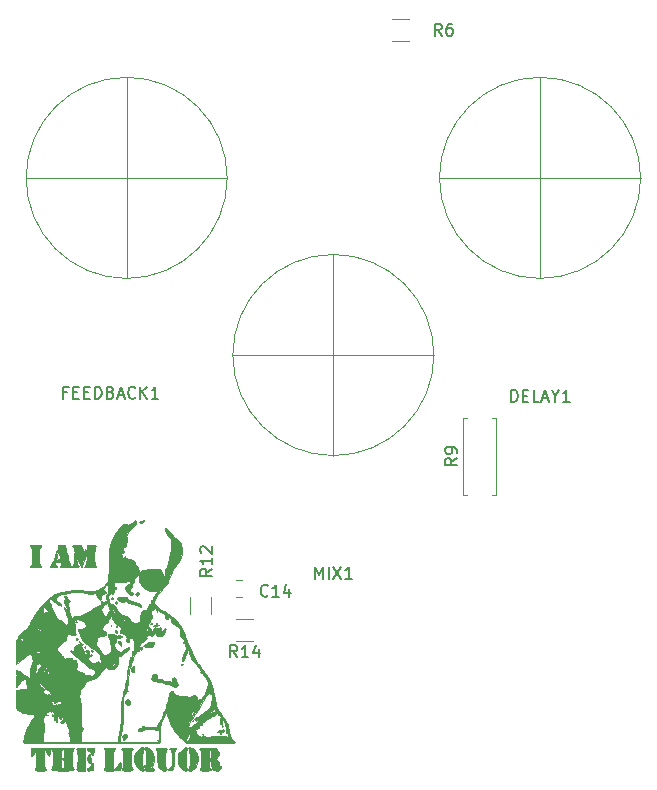
<source format=gbr>
%TF.GenerationSoftware,KiCad,Pcbnew,(5.1.9)-1*%
%TF.CreationDate,2021-09-20T18:56:34+02:00*%
%TF.ProjectId,deep blue delay,64656570-2062-46c7-9565-2064656c6179,rev?*%
%TF.SameCoordinates,Original*%
%TF.FileFunction,Legend,Top*%
%TF.FilePolarity,Positive*%
%FSLAX46Y46*%
G04 Gerber Fmt 4.6, Leading zero omitted, Abs format (unit mm)*
G04 Created by KiCad (PCBNEW (5.1.9)-1) date 2021-09-20 18:56:34*
%MOMM*%
%LPD*%
G01*
G04 APERTURE LIST*
%ADD10C,0.010000*%
%ADD11C,0.120000*%
%ADD12C,0.150000*%
G04 APERTURE END LIST*
D10*
%TO.C,G\u002A\u002A\u002A*%
G36*
X5782603Y13434570D02*
G01*
X5791200Y13411200D01*
X5750054Y13366132D01*
X5715000Y13360400D01*
X5647396Y13387831D01*
X5638800Y13411200D01*
X5679945Y13456269D01*
X5715000Y13462000D01*
X5782603Y13434570D01*
G37*
X5782603Y13434570D02*
X5791200Y13411200D01*
X5750054Y13366132D01*
X5715000Y13360400D01*
X5647396Y13387831D01*
X5638800Y13411200D01*
X5679945Y13456269D01*
X5715000Y13462000D01*
X5782603Y13434570D01*
G36*
X5854073Y11981522D02*
G01*
X5867400Y11941538D01*
X5832232Y11865922D01*
X5759319Y11848719D01*
X5724525Y11869209D01*
X5687828Y11950488D01*
X5716416Y12016965D01*
X5778500Y12029930D01*
X5854073Y11981522D01*
G37*
X5854073Y11981522D02*
X5867400Y11941538D01*
X5832232Y11865922D01*
X5759319Y11848719D01*
X5724525Y11869209D01*
X5687828Y11950488D01*
X5716416Y12016965D01*
X5778500Y12029930D01*
X5854073Y11981522D01*
G36*
X5994400Y11760200D02*
G01*
X6042862Y11714551D01*
X6045200Y11706402D01*
X6005896Y11684583D01*
X5994400Y11684000D01*
X5945552Y11723053D01*
X5943600Y11737799D01*
X5974721Y11768138D01*
X5994400Y11760200D01*
G37*
X5994400Y11760200D02*
X6042862Y11714551D01*
X6045200Y11706402D01*
X6005896Y11684583D01*
X5994400Y11684000D01*
X5945552Y11723053D01*
X5943600Y11737799D01*
X5974721Y11768138D01*
X5994400Y11760200D01*
G36*
X6500923Y11289743D02*
G01*
X6502400Y11277600D01*
X6463742Y11228277D01*
X6451600Y11226800D01*
X6402276Y11265458D01*
X6400800Y11277600D01*
X6439457Y11326924D01*
X6451600Y11328400D01*
X6500923Y11289743D01*
G37*
X6500923Y11289743D02*
X6502400Y11277600D01*
X6463742Y11228277D01*
X6451600Y11226800D01*
X6402276Y11265458D01*
X6400800Y11277600D01*
X6439457Y11326924D01*
X6451600Y11328400D01*
X6500923Y11289743D01*
G36*
X7112000Y10951634D02*
G01*
X7071098Y10881655D01*
X7031566Y10871200D01*
X6972319Y10900738D01*
X6971241Y10931525D01*
X7021805Y10998610D01*
X7082677Y11007140D01*
X7112000Y10951634D01*
G37*
X7112000Y10951634D02*
X7071098Y10881655D01*
X7031566Y10871200D01*
X6972319Y10900738D01*
X6971241Y10931525D01*
X7021805Y10998610D01*
X7082677Y11007140D01*
X7112000Y10951634D01*
G36*
X7017257Y10681450D02*
G01*
X7018597Y10680123D01*
X7049570Y10609525D01*
X7012186Y10543153D01*
X6934298Y10484200D01*
X6853445Y10464584D01*
X6809666Y10492231D01*
X6808815Y10502900D01*
X6837741Y10569026D01*
X6885205Y10639870D01*
X6955849Y10704424D01*
X7017257Y10681450D01*
G37*
X7017257Y10681450D02*
X7018597Y10680123D01*
X7049570Y10609525D01*
X7012186Y10543153D01*
X6934298Y10484200D01*
X6853445Y10464584D01*
X6809666Y10492231D01*
X6808815Y10502900D01*
X6837741Y10569026D01*
X6885205Y10639870D01*
X6955849Y10704424D01*
X7017257Y10681450D01*
G36*
X15645031Y5041253D02*
G01*
X15646400Y5029200D01*
X15605050Y4984618D01*
X15567201Y4978400D01*
X15514621Y5003028D01*
X15519400Y5029200D01*
X15584345Y5078063D01*
X15598598Y5080000D01*
X15645031Y5041253D01*
G37*
X15645031Y5041253D02*
X15646400Y5029200D01*
X15605050Y4984618D01*
X15567201Y4978400D01*
X15514621Y5003028D01*
X15519400Y5029200D01*
X15584345Y5078063D01*
X15598598Y5080000D01*
X15645031Y5041253D01*
G36*
X18084800Y4648200D02*
G01*
X18133662Y4583255D01*
X18135600Y4569002D01*
X18096852Y4522569D01*
X18084800Y4521200D01*
X18040217Y4562550D01*
X18034000Y4600399D01*
X18058627Y4652979D01*
X18084800Y4648200D01*
G37*
X18084800Y4648200D02*
X18133662Y4583255D01*
X18135600Y4569002D01*
X18096852Y4522569D01*
X18084800Y4521200D01*
X18040217Y4562550D01*
X18034000Y4600399D01*
X18058627Y4652979D01*
X18084800Y4648200D01*
G36*
X18222038Y4285890D02*
G01*
X18228033Y4208889D01*
X18172622Y4097178D01*
X18110200Y4043789D01*
X18015523Y3981004D01*
X17976850Y3944277D01*
X17928048Y3937306D01*
X17910351Y3956977D01*
X17895344Y4038211D01*
X17902464Y4056662D01*
X17881633Y4080837D01*
X17803862Y4076140D01*
X17703202Y4072545D01*
X17687807Y4109888D01*
X17755290Y4177727D01*
X17839360Y4231467D01*
X17961565Y4286429D01*
X18027250Y4275196D01*
X18035889Y4264143D01*
X18080808Y4233716D01*
X18106848Y4261777D01*
X18172866Y4317141D01*
X18222038Y4285890D01*
G37*
X18222038Y4285890D02*
X18228033Y4208889D01*
X18172622Y4097178D01*
X18110200Y4043789D01*
X18015523Y3981004D01*
X17976850Y3944277D01*
X17928048Y3937306D01*
X17910351Y3956977D01*
X17895344Y4038211D01*
X17902464Y4056662D01*
X17881633Y4080837D01*
X17803862Y4076140D01*
X17703202Y4072545D01*
X17687807Y4109888D01*
X17755290Y4177727D01*
X17839360Y4231467D01*
X17961565Y4286429D01*
X18027250Y4275196D01*
X18035889Y4264143D01*
X18080808Y4233716D01*
X18106848Y4261777D01*
X18172866Y4317141D01*
X18222038Y4285890D01*
G36*
X16459200Y3886200D02*
G01*
X16433800Y3860800D01*
X16408400Y3886200D01*
X16433800Y3911600D01*
X16459200Y3886200D01*
G37*
X16459200Y3886200D02*
X16433800Y3860800D01*
X16408400Y3886200D01*
X16433800Y3911600D01*
X16459200Y3886200D01*
G36*
X3200053Y5603191D02*
G01*
X3273689Y5558447D01*
X3336133Y5505008D01*
X3315404Y5487300D01*
X3289307Y5486400D01*
X3197377Y5515863D01*
X3172911Y5540580D01*
X3152503Y5603987D01*
X3200053Y5603191D01*
G37*
X3200053Y5603191D02*
X3273689Y5558447D01*
X3336133Y5505008D01*
X3315404Y5487300D01*
X3289307Y5486400D01*
X3197377Y5515863D01*
X3172911Y5540580D01*
X3152503Y5603987D01*
X3200053Y5603191D01*
G36*
X12120578Y13284973D02*
G01*
X12115800Y13258800D01*
X12050854Y13209938D01*
X12036601Y13208000D01*
X11990168Y13246748D01*
X11988800Y13258800D01*
X12030149Y13303383D01*
X12067998Y13309600D01*
X12120578Y13284973D01*
G37*
X12120578Y13284973D02*
X12115800Y13258800D01*
X12050854Y13209938D01*
X12036601Y13208000D01*
X11990168Y13246748D01*
X11988800Y13258800D01*
X12030149Y13303383D01*
X12067998Y13309600D01*
X12120578Y13284973D01*
G36*
X8669866Y13140267D02*
G01*
X8675946Y13079979D01*
X8669866Y13072534D01*
X8639666Y13079507D01*
X8636000Y13106400D01*
X8654586Y13148215D01*
X8669866Y13140267D01*
G37*
X8669866Y13140267D02*
X8675946Y13079979D01*
X8669866Y13072534D01*
X8639666Y13079507D01*
X8636000Y13106400D01*
X8654586Y13148215D01*
X8669866Y13140267D01*
G36*
X12598348Y13235095D02*
G01*
X12598400Y13230402D01*
X12623027Y13177822D01*
X12649200Y13182600D01*
X12696213Y13183259D01*
X12700000Y13168353D01*
X12657636Y13116346D01*
X12557628Y13058696D01*
X12440601Y13015562D01*
X12370407Y13004800D01*
X12284937Y13036746D01*
X12268200Y13055600D01*
X12283279Y13096015D01*
X12337978Y13106400D01*
X12434811Y13149526D01*
X12471400Y13208000D01*
X12520492Y13291776D01*
X12572716Y13302555D01*
X12598348Y13235095D01*
G37*
X12598348Y13235095D02*
X12598400Y13230402D01*
X12623027Y13177822D01*
X12649200Y13182600D01*
X12696213Y13183259D01*
X12700000Y13168353D01*
X12657636Y13116346D01*
X12557628Y13058696D01*
X12440601Y13015562D01*
X12370407Y13004800D01*
X12284937Y13036746D01*
X12268200Y13055600D01*
X12283279Y13096015D01*
X12337978Y13106400D01*
X12434811Y13149526D01*
X12471400Y13208000D01*
X12520492Y13291776D01*
X12572716Y13302555D01*
X12598348Y13235095D01*
G36*
X9189068Y13065255D02*
G01*
X9194800Y13030200D01*
X9167369Y12962597D01*
X9144000Y12954000D01*
X9098931Y12995146D01*
X9093200Y13030200D01*
X9120630Y13097804D01*
X9144000Y13106400D01*
X9189068Y13065255D01*
G37*
X9189068Y13065255D02*
X9194800Y13030200D01*
X9167369Y12962597D01*
X9144000Y12954000D01*
X9098931Y12995146D01*
X9093200Y13030200D01*
X9120630Y13097804D01*
X9144000Y13106400D01*
X9189068Y13065255D01*
G36*
X9117764Y12680795D02*
G01*
X9120900Y12676655D01*
X9177461Y12558502D01*
X9143948Y12478330D01*
X9102725Y12457642D01*
X9058671Y12486141D01*
X9043997Y12604623D01*
X9044015Y12606867D01*
X9048613Y12716384D01*
X9068592Y12736848D01*
X9117764Y12680795D01*
G37*
X9117764Y12680795D02*
X9120900Y12676655D01*
X9177461Y12558502D01*
X9143948Y12478330D01*
X9102725Y12457642D01*
X9058671Y12486141D01*
X9043997Y12604623D01*
X9044015Y12606867D01*
X9048613Y12716384D01*
X9068592Y12736848D01*
X9117764Y12680795D01*
G36*
X9399739Y11777201D02*
G01*
X9478003Y11747162D01*
X9512448Y11668008D01*
X9519898Y11569670D01*
X9517156Y11447189D01*
X9503963Y11382292D01*
X9499435Y11379170D01*
X9452014Y11412682D01*
X9363793Y11496649D01*
X9327186Y11534612D01*
X9237045Y11659890D01*
X9233908Y11745056D01*
X9315228Y11781595D01*
X9399739Y11777201D01*
G37*
X9399739Y11777201D02*
X9478003Y11747162D01*
X9512448Y11668008D01*
X9519898Y11569670D01*
X9517156Y11447189D01*
X9503963Y11382292D01*
X9499435Y11379170D01*
X9452014Y11412682D01*
X9363793Y11496649D01*
X9327186Y11534612D01*
X9237045Y11659890D01*
X9233908Y11745056D01*
X9315228Y11781595D01*
X9399739Y11777201D01*
G36*
X12335647Y11706314D02*
G01*
X12344400Y11668487D01*
X12309610Y11587332D01*
X12282002Y11570068D01*
X12233536Y11509213D01*
X12218502Y11426135D01*
X12205770Y11346538D01*
X12150466Y11310871D01*
X12024048Y11301743D01*
X12014200Y11301664D01*
X11821719Y11305178D01*
X11618519Y11315538D01*
X11595100Y11317285D01*
X11441688Y11343150D01*
X11387686Y11387118D01*
X11433666Y11446562D01*
X11553526Y11508023D01*
X11676058Y11568195D01*
X11752156Y11622069D01*
X11757726Y11629198D01*
X11828297Y11669155D01*
X11875500Y11673461D01*
X11982504Y11680527D01*
X12130443Y11703181D01*
X12153900Y11707748D01*
X12280753Y11725450D01*
X12335647Y11706314D01*
G37*
X12335647Y11706314D02*
X12344400Y11668487D01*
X12309610Y11587332D01*
X12282002Y11570068D01*
X12233536Y11509213D01*
X12218502Y11426135D01*
X12205770Y11346538D01*
X12150466Y11310871D01*
X12024048Y11301743D01*
X12014200Y11301664D01*
X11821719Y11305178D01*
X11618519Y11315538D01*
X11595100Y11317285D01*
X11441688Y11343150D01*
X11387686Y11387118D01*
X11433666Y11446562D01*
X11553526Y11508023D01*
X11676058Y11568195D01*
X11752156Y11622069D01*
X11757726Y11629198D01*
X11828297Y11669155D01*
X11875500Y11673461D01*
X11982504Y11680527D01*
X12130443Y11703181D01*
X12153900Y11707748D01*
X12280753Y11725450D01*
X12335647Y11706314D01*
G36*
X11290296Y11242264D02*
G01*
X11307568Y11160796D01*
X11266547Y11092376D01*
X11199259Y11044600D01*
X11142165Y11079830D01*
X11129162Y11095026D01*
X11092724Y11191740D01*
X11137239Y11262271D01*
X11201400Y11277600D01*
X11290296Y11242264D01*
G37*
X11290296Y11242264D02*
X11307568Y11160796D01*
X11266547Y11092376D01*
X11199259Y11044600D01*
X11142165Y11079830D01*
X11129162Y11095026D01*
X11092724Y11191740D01*
X11137239Y11262271D01*
X11201400Y11277600D01*
X11290296Y11242264D01*
G36*
X14730523Y9816543D02*
G01*
X14732000Y9804400D01*
X14693342Y9755077D01*
X14681200Y9753600D01*
X14631876Y9792258D01*
X14630400Y9804400D01*
X14669057Y9853724D01*
X14681200Y9855200D01*
X14730523Y9816543D01*
G37*
X14730523Y9816543D02*
X14732000Y9804400D01*
X14693342Y9755077D01*
X14681200Y9753600D01*
X14631876Y9792258D01*
X14630400Y9804400D01*
X14669057Y9853724D01*
X14681200Y9855200D01*
X14730523Y9816543D01*
G36*
X10591153Y9633878D02*
G01*
X10651365Y9563804D01*
X10665593Y9443510D01*
X10641056Y9309332D01*
X10584971Y9197609D01*
X10504555Y9144676D01*
X10493847Y9144000D01*
X10417938Y9185111D01*
X10394035Y9224355D01*
X10364279Y9382352D01*
X10389438Y9521173D01*
X10457666Y9616210D01*
X10557118Y9642855D01*
X10591153Y9633878D01*
G37*
X10591153Y9633878D02*
X10651365Y9563804D01*
X10665593Y9443510D01*
X10641056Y9309332D01*
X10584971Y9197609D01*
X10504555Y9144676D01*
X10493847Y9144000D01*
X10417938Y9185111D01*
X10394035Y9224355D01*
X10364279Y9382352D01*
X10389438Y9521173D01*
X10457666Y9616210D01*
X10557118Y9642855D01*
X10591153Y9633878D01*
G36*
X12396584Y8997719D02*
G01*
X12403042Y8996391D01*
X12522721Y8956400D01*
X12568806Y8887517D01*
X12573000Y8836714D01*
X12598857Y8678742D01*
X12679905Y8603989D01*
X12804921Y8603645D01*
X12917676Y8608598D01*
X12972337Y8554319D01*
X12978493Y8537255D01*
X13055861Y8431786D01*
X13175338Y8403702D01*
X13248345Y8427960D01*
X13341745Y8438208D01*
X13399571Y8389941D01*
X13460823Y8338412D01*
X13494824Y8369300D01*
X13562659Y8426696D01*
X13662137Y8419765D01*
X13751607Y8354542D01*
X13767561Y8329778D01*
X13830575Y8255393D01*
X13875248Y8264870D01*
X13881261Y8340492D01*
X13858424Y8409008D01*
X13829042Y8520591D01*
X13874709Y8614089D01*
X13892529Y8634596D01*
X13958776Y8696176D01*
X14013852Y8703809D01*
X14072798Y8646581D01*
X14150655Y8513577D01*
X14205187Y8407725D01*
X14345594Y8130432D01*
X14225141Y8002216D01*
X14110458Y7899644D01*
X14037361Y7877118D01*
X14014784Y7912100D01*
X14016042Y7992076D01*
X13992894Y8013464D01*
X13980546Y8007518D01*
X13910638Y8006917D01*
X13783539Y8036011D01*
X13717643Y8056926D01*
X13541232Y8111489D01*
X13324390Y8170236D01*
X13187656Y8203407D01*
X12882333Y8274362D01*
X12661769Y8329282D01*
X12511172Y8372420D01*
X12415748Y8408031D01*
X12360703Y8440368D01*
X12359099Y8441681D01*
X12303664Y8469027D01*
X12293600Y8439021D01*
X12260619Y8387592D01*
X12191015Y8392021D01*
X12128796Y8446350D01*
X12121235Y8462355D01*
X12092856Y8592963D01*
X12116072Y8737504D01*
X12161742Y8860810D01*
X12217920Y8972687D01*
X12282734Y9010758D01*
X12396584Y8997719D01*
G37*
X12396584Y8997719D02*
X12403042Y8996391D01*
X12522721Y8956400D01*
X12568806Y8887517D01*
X12573000Y8836714D01*
X12598857Y8678742D01*
X12679905Y8603989D01*
X12804921Y8603645D01*
X12917676Y8608598D01*
X12972337Y8554319D01*
X12978493Y8537255D01*
X13055861Y8431786D01*
X13175338Y8403702D01*
X13248345Y8427960D01*
X13341745Y8438208D01*
X13399571Y8389941D01*
X13460823Y8338412D01*
X13494824Y8369300D01*
X13562659Y8426696D01*
X13662137Y8419765D01*
X13751607Y8354542D01*
X13767561Y8329778D01*
X13830575Y8255393D01*
X13875248Y8264870D01*
X13881261Y8340492D01*
X13858424Y8409008D01*
X13829042Y8520591D01*
X13874709Y8614089D01*
X13892529Y8634596D01*
X13958776Y8696176D01*
X14013852Y8703809D01*
X14072798Y8646581D01*
X14150655Y8513577D01*
X14205187Y8407725D01*
X14345594Y8130432D01*
X14225141Y8002216D01*
X14110458Y7899644D01*
X14037361Y7877118D01*
X14014784Y7912100D01*
X14016042Y7992076D01*
X13992894Y8013464D01*
X13980546Y8007518D01*
X13910638Y8006917D01*
X13783539Y8036011D01*
X13717643Y8056926D01*
X13541232Y8111489D01*
X13324390Y8170236D01*
X13187656Y8203407D01*
X12882333Y8274362D01*
X12661769Y8329282D01*
X12511172Y8372420D01*
X12415748Y8408031D01*
X12360703Y8440368D01*
X12359099Y8441681D01*
X12303664Y8469027D01*
X12293600Y8439021D01*
X12260619Y8387592D01*
X12191015Y8392021D01*
X12128796Y8446350D01*
X12121235Y8462355D01*
X12092856Y8592963D01*
X12116072Y8737504D01*
X12161742Y8860810D01*
X12217920Y8972687D01*
X12282734Y9010758D01*
X12396584Y8997719D01*
G36*
X10204909Y6833662D02*
G01*
X10289347Y6744374D01*
X10312400Y6629400D01*
X10269762Y6488175D01*
X10154975Y6410093D01*
X10083800Y6400800D01*
X9967222Y6428311D01*
X9916160Y6461760D01*
X9858717Y6580221D01*
X9893286Y6709656D01*
X9948100Y6773927D01*
X10082600Y6846908D01*
X10204909Y6833662D01*
G37*
X10204909Y6833662D02*
X10289347Y6744374D01*
X10312400Y6629400D01*
X10269762Y6488175D01*
X10154975Y6410093D01*
X10083800Y6400800D01*
X9967222Y6428311D01*
X9916160Y6461760D01*
X9858717Y6580221D01*
X9893286Y6709656D01*
X9948100Y6773927D01*
X10082600Y6846908D01*
X10204909Y6833662D01*
G36*
X9932023Y3923248D02*
G01*
X9993075Y3828698D01*
X10006822Y3703574D01*
X9972514Y3575634D01*
X9888671Y3463360D01*
X9786088Y3405316D01*
X9767269Y3403600D01*
X9713338Y3446256D01*
X9664276Y3543300D01*
X9645221Y3710863D01*
X9699740Y3849289D01*
X9815978Y3929284D01*
X9821077Y3930681D01*
X9932023Y3923248D01*
G37*
X9932023Y3923248D02*
X9993075Y3828698D01*
X10006822Y3703574D01*
X9972514Y3575634D01*
X9888671Y3463360D01*
X9786088Y3405316D01*
X9767269Y3403600D01*
X9713338Y3446256D01*
X9664276Y3543300D01*
X9645221Y3710863D01*
X9699740Y3849289D01*
X9815978Y3929284D01*
X9821077Y3930681D01*
X9932023Y3923248D01*
G36*
X11386272Y21892384D02*
G01*
X11245093Y21806473D01*
X11139077Y21807392D01*
X11097711Y21847380D01*
X11077458Y21893663D01*
X11103281Y21922252D01*
X11195767Y21944580D01*
X11303000Y21961393D01*
X11506200Y21991567D01*
X11386272Y21892384D01*
G37*
X11386272Y21892384D02*
X11245093Y21806473D01*
X11139077Y21807392D01*
X11097711Y21847380D01*
X11077458Y21893663D01*
X11103281Y21922252D01*
X11195767Y21944580D01*
X11303000Y21961393D01*
X11506200Y21991567D01*
X11386272Y21892384D01*
G36*
X7214026Y19905719D02*
G01*
X7350147Y19880776D01*
X7394930Y19836822D01*
X7352942Y19771906D01*
X7340040Y19760736D01*
X7306457Y19682509D01*
X7281517Y19526134D01*
X7265220Y19314694D01*
X7257566Y19071272D01*
X7258556Y18818952D01*
X7268190Y18580818D01*
X7286466Y18379952D01*
X7313386Y18239439D01*
X7340040Y18186865D01*
X7390315Y18115315D01*
X7387842Y18079045D01*
X7325916Y18056958D01*
X7191294Y18042531D01*
X7012579Y18035641D01*
X6818376Y18036168D01*
X6637290Y18043988D01*
X6497926Y18058980D01*
X6428888Y18081021D01*
X6427226Y18083139D01*
X6440795Y18143525D01*
X6500428Y18196959D01*
X6539028Y18226992D01*
X6566646Y18271731D01*
X6585109Y18346883D01*
X6596243Y18468154D01*
X6601874Y18651248D01*
X6603829Y18911873D01*
X6604000Y19087620D01*
X6604000Y19913600D01*
X6982001Y19913600D01*
X7214026Y19905719D01*
G37*
X7214026Y19905719D02*
X7350147Y19880776D01*
X7394930Y19836822D01*
X7352942Y19771906D01*
X7340040Y19760736D01*
X7306457Y19682509D01*
X7281517Y19526134D01*
X7265220Y19314694D01*
X7257566Y19071272D01*
X7258556Y18818952D01*
X7268190Y18580818D01*
X7286466Y18379952D01*
X7313386Y18239439D01*
X7340040Y18186865D01*
X7390315Y18115315D01*
X7387842Y18079045D01*
X7325916Y18056958D01*
X7191294Y18042531D01*
X7012579Y18035641D01*
X6818376Y18036168D01*
X6637290Y18043988D01*
X6497926Y18058980D01*
X6428888Y18081021D01*
X6427226Y18083139D01*
X6440795Y18143525D01*
X6500428Y18196959D01*
X6539028Y18226992D01*
X6566646Y18271731D01*
X6585109Y18346883D01*
X6596243Y18468154D01*
X6601874Y18651248D01*
X6603829Y18911873D01*
X6604000Y19087620D01*
X6604000Y19913600D01*
X6982001Y19913600D01*
X7214026Y19905719D01*
G36*
X6223783Y19672300D02*
G01*
X6298837Y19460786D01*
X6347199Y19333499D01*
X6376895Y19279185D01*
X6395953Y19286588D01*
X6412403Y19344452D01*
X6423067Y19392900D01*
X6460346Y19504827D01*
X6502404Y19557426D01*
X6506436Y19558000D01*
X6546489Y19511547D01*
X6549838Y19375376D01*
X6517086Y19154271D01*
X6448836Y18853019D01*
X6389400Y18629678D01*
X6311589Y18362726D01*
X6250189Y18183938D01*
X6200535Y18082088D01*
X6157960Y18045951D01*
X6146800Y18046055D01*
X6094561Y18101129D01*
X6023102Y18242992D01*
X5937939Y18459892D01*
X5896259Y18579903D01*
X5824706Y18789183D01*
X5765243Y18955829D01*
X5724848Y19060750D01*
X5710837Y19087327D01*
X5710290Y19034939D01*
X5718705Y18906481D01*
X5734351Y18726921D01*
X5739445Y18674396D01*
X5769852Y18442518D01*
X5808009Y18298741D01*
X5857575Y18229647D01*
X5861367Y18227372D01*
X5931641Y18152511D01*
X5943600Y18107676D01*
X5915700Y18062583D01*
X5820222Y18039629D01*
X5667198Y18034000D01*
X5509046Y18041466D01*
X5396821Y18060665D01*
X5363595Y18078011D01*
X5376386Y18140263D01*
X5436797Y18212885D01*
X5485058Y18270007D01*
X5515094Y18350369D01*
X5530979Y18476915D01*
X5536786Y18672589D01*
X5537200Y18778474D01*
X5542345Y19003477D01*
X5556644Y19164752D01*
X5578395Y19246376D01*
X5588000Y19253200D01*
X5635933Y19213515D01*
X5638800Y19193934D01*
X5657737Y19158193D01*
X5669580Y19165447D01*
X5673866Y19231684D01*
X5640169Y19353619D01*
X5581827Y19499268D01*
X5512182Y19636646D01*
X5444574Y19733770D01*
X5425196Y19751381D01*
X5349151Y19822423D01*
X5353913Y19870915D01*
X5445346Y19899916D01*
X5629316Y19912485D01*
X5736198Y19913600D01*
X6138396Y19913600D01*
X6223783Y19672300D01*
G37*
X6223783Y19672300D02*
X6298837Y19460786D01*
X6347199Y19333499D01*
X6376895Y19279185D01*
X6395953Y19286588D01*
X6412403Y19344452D01*
X6423067Y19392900D01*
X6460346Y19504827D01*
X6502404Y19557426D01*
X6506436Y19558000D01*
X6546489Y19511547D01*
X6549838Y19375376D01*
X6517086Y19154271D01*
X6448836Y18853019D01*
X6389400Y18629678D01*
X6311589Y18362726D01*
X6250189Y18183938D01*
X6200535Y18082088D01*
X6157960Y18045951D01*
X6146800Y18046055D01*
X6094561Y18101129D01*
X6023102Y18242992D01*
X5937939Y18459892D01*
X5896259Y18579903D01*
X5824706Y18789183D01*
X5765243Y18955829D01*
X5724848Y19060750D01*
X5710837Y19087327D01*
X5710290Y19034939D01*
X5718705Y18906481D01*
X5734351Y18726921D01*
X5739445Y18674396D01*
X5769852Y18442518D01*
X5808009Y18298741D01*
X5857575Y18229647D01*
X5861367Y18227372D01*
X5931641Y18152511D01*
X5943600Y18107676D01*
X5915700Y18062583D01*
X5820222Y18039629D01*
X5667198Y18034000D01*
X5509046Y18041466D01*
X5396821Y18060665D01*
X5363595Y18078011D01*
X5376386Y18140263D01*
X5436797Y18212885D01*
X5485058Y18270007D01*
X5515094Y18350369D01*
X5530979Y18476915D01*
X5536786Y18672589D01*
X5537200Y18778474D01*
X5542345Y19003477D01*
X5556644Y19164752D01*
X5578395Y19246376D01*
X5588000Y19253200D01*
X5635933Y19213515D01*
X5638800Y19193934D01*
X5657737Y19158193D01*
X5669580Y19165447D01*
X5673866Y19231684D01*
X5640169Y19353619D01*
X5581827Y19499268D01*
X5512182Y19636646D01*
X5444574Y19733770D01*
X5425196Y19751381D01*
X5349151Y19822423D01*
X5353913Y19870915D01*
X5445346Y19899916D01*
X5629316Y19912485D01*
X5736198Y19913600D01*
X6138396Y19913600D01*
X6223783Y19672300D01*
G36*
X4821324Y19723100D02*
G01*
X4853036Y19596592D01*
X4900636Y19399708D01*
X4957257Y19161095D01*
X5006993Y18948400D01*
X5066745Y18706802D01*
X5126332Y18492970D01*
X5178455Y18331596D01*
X5212911Y18251688D01*
X5265516Y18154633D01*
X5269340Y18091532D01*
X5211603Y18055193D01*
X5079523Y18038425D01*
X4860320Y18034037D01*
X4826000Y18034000D01*
X4603043Y18039428D01*
X4446925Y18054571D01*
X4372798Y18077725D01*
X4368800Y18085490D01*
X4393587Y18167113D01*
X4427617Y18231161D01*
X4467884Y18357717D01*
X4417782Y18447615D01*
X4285329Y18489535D01*
X4243394Y18491200D01*
X4120182Y18502346D01*
X4070133Y18545967D01*
X4064000Y18592800D01*
X4087949Y18667169D01*
X4177059Y18693352D01*
X4216400Y18694400D01*
X4323066Y18705432D01*
X4367692Y18732014D01*
X4367690Y18732500D01*
X4356336Y18795165D01*
X4326584Y18933940D01*
X4283414Y19126065D01*
X4248228Y19278600D01*
X4200754Y19497535D01*
X4167189Y19682496D01*
X4151545Y19809366D01*
X4153172Y19850100D01*
X4220108Y19890890D01*
X4378068Y19911431D01*
X4473876Y19913600D01*
X4771283Y19913600D01*
X4821324Y19723100D01*
G37*
X4821324Y19723100D02*
X4853036Y19596592D01*
X4900636Y19399708D01*
X4957257Y19161095D01*
X5006993Y18948400D01*
X5066745Y18706802D01*
X5126332Y18492970D01*
X5178455Y18331596D01*
X5212911Y18251688D01*
X5265516Y18154633D01*
X5269340Y18091532D01*
X5211603Y18055193D01*
X5079523Y18038425D01*
X4860320Y18034037D01*
X4826000Y18034000D01*
X4603043Y18039428D01*
X4446925Y18054571D01*
X4372798Y18077725D01*
X4368800Y18085490D01*
X4393587Y18167113D01*
X4427617Y18231161D01*
X4467884Y18357717D01*
X4417782Y18447615D01*
X4285329Y18489535D01*
X4243394Y18491200D01*
X4120182Y18502346D01*
X4070133Y18545967D01*
X4064000Y18592800D01*
X4087949Y18667169D01*
X4177059Y18693352D01*
X4216400Y18694400D01*
X4323066Y18705432D01*
X4367692Y18732014D01*
X4367690Y18732500D01*
X4356336Y18795165D01*
X4326584Y18933940D01*
X4283414Y19126065D01*
X4248228Y19278600D01*
X4200754Y19497535D01*
X4167189Y19682496D01*
X4151545Y19809366D01*
X4153172Y19850100D01*
X4220108Y19890890D01*
X4378068Y19911431D01*
X4473876Y19913600D01*
X4771283Y19913600D01*
X4821324Y19723100D01*
G36*
X4119584Y19522736D02*
G01*
X4161922Y19439760D01*
X4169332Y19301587D01*
X4140874Y19095882D01*
X4075609Y18810313D01*
X4061013Y18753802D01*
X4004825Y18533868D01*
X3974243Y18391068D01*
X3967912Y18304580D01*
X3984475Y18253583D01*
X4022576Y18217253D01*
X4025904Y18214802D01*
X4108978Y18132288D01*
X4096125Y18075271D01*
X3986284Y18042865D01*
X3810000Y18034000D01*
X3628347Y18042864D01*
X3524379Y18067697D01*
X3505200Y18090189D01*
X3541626Y18159006D01*
X3625657Y18241130D01*
X3722647Y18367110D01*
X3806159Y18584835D01*
X3831880Y18680241D01*
X3918568Y19018483D01*
X3987687Y19264668D01*
X4041806Y19426324D01*
X4083496Y19510978D01*
X4115328Y19526157D01*
X4119584Y19522736D01*
G37*
X4119584Y19522736D02*
X4161922Y19439760D01*
X4169332Y19301587D01*
X4140874Y19095882D01*
X4075609Y18810313D01*
X4061013Y18753802D01*
X4004825Y18533868D01*
X3974243Y18391068D01*
X3967912Y18304580D01*
X3984475Y18253583D01*
X4022576Y18217253D01*
X4025904Y18214802D01*
X4108978Y18132288D01*
X4096125Y18075271D01*
X3986284Y18042865D01*
X3810000Y18034000D01*
X3628347Y18042864D01*
X3524379Y18067697D01*
X3505200Y18090189D01*
X3541626Y18159006D01*
X3625657Y18241130D01*
X3722647Y18367110D01*
X3806159Y18584835D01*
X3831880Y18680241D01*
X3918568Y19018483D01*
X3987687Y19264668D01*
X4041806Y19426324D01*
X4083496Y19510978D01*
X4115328Y19526157D01*
X4119584Y19522736D01*
G36*
X2513422Y19910037D02*
G01*
X2654995Y19897760D01*
X2726270Y19874388D01*
X2743200Y19843621D01*
X2707361Y19754592D01*
X2667000Y19710400D01*
X2634570Y19663137D01*
X2612378Y19574050D01*
X2598789Y19427357D01*
X2592172Y19207273D01*
X2590800Y18973801D01*
X2593102Y18685319D01*
X2601099Y18482572D01*
X2616424Y18349776D01*
X2640708Y18271148D01*
X2667000Y18237200D01*
X2731554Y18150712D01*
X2743200Y18103980D01*
X2719918Y18069171D01*
X2639705Y18047501D01*
X2487010Y18036592D01*
X2286000Y18034000D01*
X2063739Y18036848D01*
X1925308Y18047395D01*
X1853045Y18068645D01*
X1829288Y18103605D01*
X1828800Y18111795D01*
X1869898Y18196558D01*
X1905000Y18218830D01*
X1935654Y18246791D01*
X1957112Y18313096D01*
X1970850Y18432531D01*
X1978349Y18619881D01*
X1981085Y18889932D01*
X1981200Y18980830D01*
X1979515Y19276262D01*
X1973476Y19484920D01*
X1961604Y19621590D01*
X1942421Y19701056D01*
X1914447Y19738105D01*
X1905000Y19742830D01*
X1837485Y19806792D01*
X1828800Y19842836D01*
X1851254Y19877928D01*
X1929187Y19899778D01*
X2078459Y19910840D01*
X2286000Y19913600D01*
X2513422Y19910037D01*
G37*
X2513422Y19910037D02*
X2654995Y19897760D01*
X2726270Y19874388D01*
X2743200Y19843621D01*
X2707361Y19754592D01*
X2667000Y19710400D01*
X2634570Y19663137D01*
X2612378Y19574050D01*
X2598789Y19427357D01*
X2592172Y19207273D01*
X2590800Y18973801D01*
X2593102Y18685319D01*
X2601099Y18482572D01*
X2616424Y18349776D01*
X2640708Y18271148D01*
X2667000Y18237200D01*
X2731554Y18150712D01*
X2743200Y18103980D01*
X2719918Y18069171D01*
X2639705Y18047501D01*
X2487010Y18036592D01*
X2286000Y18034000D01*
X2063739Y18036848D01*
X1925308Y18047395D01*
X1853045Y18068645D01*
X1829288Y18103605D01*
X1828800Y18111795D01*
X1869898Y18196558D01*
X1905000Y18218830D01*
X1935654Y18246791D01*
X1957112Y18313096D01*
X1970850Y18432531D01*
X1978349Y18619881D01*
X1981085Y18889932D01*
X1981200Y18980830D01*
X1979515Y19276262D01*
X1973476Y19484920D01*
X1961604Y19621590D01*
X1942421Y19701056D01*
X1914447Y19738105D01*
X1905000Y19742830D01*
X1837485Y19806792D01*
X1828800Y19842836D01*
X1851254Y19877928D01*
X1929187Y19899778D01*
X2078459Y19910840D01*
X2286000Y19913600D01*
X2513422Y19910037D01*
G36*
X10374397Y16585213D02*
G01*
X10408175Y16566787D01*
X10450549Y16490430D01*
X10444305Y16383060D01*
X10399853Y16290019D01*
X10336832Y16256000D01*
X10271636Y16222587D01*
X10267591Y16140620D01*
X10318378Y16037508D01*
X10407921Y15947662D01*
X10515268Y15836824D01*
X10528996Y15742941D01*
X10470400Y15661013D01*
X10368985Y15660474D01*
X10239500Y15738999D01*
X10177006Y15798451D01*
X10057023Y15943468D01*
X9954359Y16096680D01*
X9945190Y16113125D01*
X9890531Y16228670D01*
X9888732Y16312052D01*
X9940219Y16418130D01*
X9947660Y16430975D01*
X10065602Y16551793D01*
X10220190Y16606846D01*
X10374397Y16585213D01*
G37*
X10374397Y16585213D02*
X10408175Y16566787D01*
X10450549Y16490430D01*
X10444305Y16383060D01*
X10399853Y16290019D01*
X10336832Y16256000D01*
X10271636Y16222587D01*
X10267591Y16140620D01*
X10318378Y16037508D01*
X10407921Y15947662D01*
X10515268Y15836824D01*
X10528996Y15742941D01*
X10470400Y15661013D01*
X10368985Y15660474D01*
X10239500Y15738999D01*
X10177006Y15798451D01*
X10057023Y15943468D01*
X9954359Y16096680D01*
X9945190Y16113125D01*
X9890531Y16228670D01*
X9888732Y16312052D01*
X9940219Y16418130D01*
X9947660Y16430975D01*
X10065602Y16551793D01*
X10220190Y16606846D01*
X10374397Y16585213D01*
G36*
X11005444Y15863992D02*
G01*
X11014274Y15761135D01*
X10968182Y15644306D01*
X10882100Y15604849D01*
X10781820Y15654502D01*
X10781242Y15655078D01*
X10722642Y15757865D01*
X10753357Y15842464D01*
X10799154Y15869565D01*
X10936662Y15902258D01*
X11005444Y15863992D01*
G37*
X11005444Y15863992D02*
X11014274Y15761135D01*
X10968182Y15644306D01*
X10882100Y15604849D01*
X10781820Y15654502D01*
X10781242Y15655078D01*
X10722642Y15757865D01*
X10753357Y15842464D01*
X10799154Y15869565D01*
X10936662Y15902258D01*
X11005444Y15863992D01*
G36*
X8797763Y15494861D02*
G01*
X8829529Y15430500D01*
X8809716Y15354952D01*
X8763000Y15341600D01*
X8698715Y15378055D01*
X8695775Y15420484D01*
X8739735Y15498514D01*
X8797763Y15494861D01*
G37*
X8797763Y15494861D02*
X8829529Y15430500D01*
X8809716Y15354952D01*
X8763000Y15341600D01*
X8698715Y15378055D01*
X8695775Y15420484D01*
X8739735Y15498514D01*
X8797763Y15494861D01*
G36*
X9175132Y15105736D02*
G01*
X9224068Y15034345D01*
X9208233Y14965567D01*
X9121490Y14936313D01*
X9030531Y14964425D01*
X9025466Y14969067D01*
X8990605Y15054375D01*
X9031897Y15123442D01*
X9087764Y15138400D01*
X9175132Y15105736D01*
G37*
X9175132Y15105736D02*
X9224068Y15034345D01*
X9208233Y14965567D01*
X9121490Y14936313D01*
X9030531Y14964425D01*
X9025466Y14969067D01*
X8990605Y15054375D01*
X9031897Y15123442D01*
X9087764Y15138400D01*
X9175132Y15105736D01*
G36*
X9913061Y15536373D02*
G01*
X10006903Y15493443D01*
X10018577Y15432696D01*
X10053602Y15342922D01*
X10185809Y15255848D01*
X10410782Y15173636D01*
X10685328Y15106334D01*
X10969091Y15033908D01*
X11159015Y14954485D01*
X11252324Y14869553D01*
X11256183Y14800264D01*
X11230172Y14721085D01*
X11226800Y14702446D01*
X11189141Y14685735D01*
X11072631Y14722261D01*
X11023600Y14742849D01*
X10817892Y14826326D01*
X10610412Y14900739D01*
X10430757Y14956305D01*
X10308522Y14983240D01*
X10292996Y14984342D01*
X10187954Y15011330D01*
X10053301Y15075559D01*
X10030318Y15089258D01*
X9916394Y15144544D01*
X9842570Y15152221D01*
X9833812Y15144893D01*
X9760678Y15112485D01*
X9630533Y15118326D01*
X9477093Y15154933D01*
X9334072Y15214822D01*
X9249756Y15274526D01*
X9171529Y15377636D01*
X9183352Y15446578D01*
X9287524Y15483027D01*
X9486348Y15488658D01*
X9540316Y15486084D01*
X9695824Y15483229D01*
X9796202Y15493230D01*
X9819455Y15510973D01*
X9840474Y15536964D01*
X9913061Y15536373D01*
G37*
X9913061Y15536373D02*
X10006903Y15493443D01*
X10018577Y15432696D01*
X10053602Y15342922D01*
X10185809Y15255848D01*
X10410782Y15173636D01*
X10685328Y15106334D01*
X10969091Y15033908D01*
X11159015Y14954485D01*
X11252324Y14869553D01*
X11256183Y14800264D01*
X11230172Y14721085D01*
X11226800Y14702446D01*
X11189141Y14685735D01*
X11072631Y14722261D01*
X11023600Y14742849D01*
X10817892Y14826326D01*
X10610412Y14900739D01*
X10430757Y14956305D01*
X10308522Y14983240D01*
X10292996Y14984342D01*
X10187954Y15011330D01*
X10053301Y15075559D01*
X10030318Y15089258D01*
X9916394Y15144544D01*
X9842570Y15152221D01*
X9833812Y15144893D01*
X9760678Y15112485D01*
X9630533Y15118326D01*
X9477093Y15154933D01*
X9334072Y15214822D01*
X9249756Y15274526D01*
X9171529Y15377636D01*
X9183352Y15446578D01*
X9287524Y15483027D01*
X9486348Y15488658D01*
X9540316Y15486084D01*
X9695824Y15483229D01*
X9796202Y15493230D01*
X9819455Y15510973D01*
X9840474Y15536964D01*
X9913061Y15536373D01*
G36*
X10810387Y21968018D02*
G01*
X10820400Y21920200D01*
X10775051Y21858256D01*
X10680700Y21838937D01*
X10585914Y21833673D01*
X10588599Y21821863D01*
X10664233Y21799436D01*
X10776816Y21746506D01*
X10794885Y21672761D01*
X10718284Y21571805D01*
X10657430Y21519419D01*
X10396249Y21290374D01*
X10192297Y21070815D01*
X10052808Y20871277D01*
X9985013Y20702296D01*
X9996144Y20574409D01*
X10001839Y20564347D01*
X10033139Y20460537D01*
X10015703Y20306671D01*
X10003751Y20256706D01*
X9961557Y20082967D01*
X9926370Y19923772D01*
X9920528Y19894387D01*
X9868161Y19775283D01*
X9797678Y19723362D01*
X9727580Y19661061D01*
X9701329Y19555166D01*
X9726637Y19457016D01*
X9753737Y19430916D01*
X9777995Y19369886D01*
X9745439Y19289044D01*
X9681281Y19228532D01*
X9622704Y19222266D01*
X9565317Y19211962D01*
X9551580Y19151464D01*
X9587925Y19085118D01*
X9601386Y19075285D01*
X9628404Y19008346D01*
X9620190Y18907187D01*
X9588008Y18770600D01*
X9823488Y19015442D01*
X9896340Y18905721D01*
X9981528Y18820702D01*
X10051896Y18792729D01*
X10136765Y18767843D01*
X10278428Y18705910D01*
X10439400Y18623936D01*
X10606639Y18526593D01*
X10700031Y18450595D01*
X10738942Y18376862D01*
X10744200Y18323615D01*
X10790369Y18178421D01*
X10858499Y18108527D01*
X10945772Y18005128D01*
X10972799Y17908353D01*
X10994100Y17808106D01*
X11030019Y17769394D01*
X11043212Y17718269D01*
X11009582Y17607751D01*
X10940496Y17461736D01*
X10847318Y17304119D01*
X10741410Y17158798D01*
X10737257Y17153803D01*
X10656511Y17030794D01*
X10617785Y16919844D01*
X10617199Y16909163D01*
X10595179Y16786772D01*
X10542719Y16674994D01*
X10480221Y16614150D01*
X10466641Y16611600D01*
X10389118Y16646458D01*
X10318304Y16723812D01*
X10287483Y16802830D01*
X10293029Y16824556D01*
X10271136Y16853758D01*
X10152814Y16854782D01*
X10077596Y16847134D01*
X9834144Y16819951D01*
X9581789Y16795248D01*
X9343765Y16774897D01*
X9143309Y16760772D01*
X9003654Y16754745D01*
X8953500Y16756526D01*
X8914006Y16727969D01*
X8896590Y16616175D01*
X8895892Y16499527D01*
X8902781Y16368449D01*
X8914506Y16307483D01*
X8925017Y16319500D01*
X8972013Y16399827D01*
X9030995Y16383652D01*
X9062364Y16328046D01*
X9091663Y16207722D01*
X9059866Y16163406D01*
X9022228Y16170765D01*
X8970895Y16157706D01*
X8933979Y16063176D01*
X8917515Y15973000D01*
X8876618Y15817695D01*
X8822957Y15746387D01*
X8771742Y15761919D01*
X8738183Y15867136D01*
X8733018Y15938500D01*
X8728436Y16129000D01*
X8678241Y15951200D01*
X8613136Y15782098D01*
X8545648Y15708191D01*
X8482286Y15723464D01*
X8429563Y15821904D01*
X8393988Y15997495D01*
X8382000Y16224875D01*
X8382000Y16580731D01*
X8204200Y16408400D01*
X8081227Y16276562D01*
X8035198Y16181138D01*
X8061325Y16098190D01*
X8127999Y16027400D01*
X8210677Y15926454D01*
X8222886Y15850613D01*
X8164505Y15820358D01*
X8129209Y15823968D01*
X8021814Y15798522D01*
X7919811Y15702176D01*
X7846219Y15564088D01*
X7823200Y15436350D01*
X7799863Y15325005D01*
X7740215Y15289927D01*
X7659800Y15320010D01*
X7574162Y15404150D01*
X7498844Y15531241D01*
X7449389Y15690180D01*
X7446804Y15705255D01*
X7415908Y15837084D01*
X7373169Y15884943D01*
X7335060Y15879904D01*
X7221898Y15852331D01*
X7185639Y15849600D01*
X7131257Y15814582D01*
X7130668Y15786100D01*
X7132700Y15750419D01*
X7124840Y15760700D01*
X7066172Y15782360D01*
X6939175Y15796309D01*
X6841066Y15799113D01*
X6657769Y15813693D01*
X6493785Y15850269D01*
X6438018Y15872758D01*
X6291119Y15918755D01*
X6082476Y15944919D01*
X5835800Y15952711D01*
X5574801Y15943592D01*
X5323191Y15919023D01*
X5104680Y15880466D01*
X4942978Y15829381D01*
X4867005Y15775946D01*
X4798044Y15747297D01*
X4670832Y15738546D01*
X4633299Y15740340D01*
X4471089Y15725711D01*
X4300815Y15669878D01*
X4148161Y15587333D01*
X4038810Y15492566D01*
X3998444Y15400068D01*
X4000813Y15383478D01*
X4001300Y15315832D01*
X3934531Y15319505D01*
X3930422Y15320850D01*
X3908910Y15317266D01*
X3962911Y15272135D01*
X4013200Y15238464D01*
X4205202Y15101411D01*
X4344086Y14973903D01*
X4413704Y14871554D01*
X4418722Y14846300D01*
X4402769Y14792286D01*
X4344979Y14799999D01*
X4233921Y14873598D01*
X4141911Y14947029D01*
X4017302Y15042311D01*
X3920146Y15103438D01*
X3889037Y15115032D01*
X3763889Y15151097D01*
X3676091Y15222894D01*
X3657600Y15274369D01*
X3622101Y15327687D01*
X3542544Y15332277D01*
X3459339Y15295871D01*
X3413150Y15227594D01*
X3428747Y15126346D01*
X3489714Y15003591D01*
X3492845Y14998994D01*
X3560544Y14873124D01*
X3634519Y14694262D01*
X3682037Y14554200D01*
X3752195Y14364064D01*
X3836235Y14192674D01*
X3893923Y14105803D01*
X3972499Y14000818D01*
X4012071Y13927608D01*
X4013200Y13920527D01*
X4045728Y13853851D01*
X4124066Y13753498D01*
X4219341Y13651338D01*
X4302679Y13579244D01*
X4336535Y13563601D01*
X4395765Y13532726D01*
X4507520Y13451515D01*
X4648352Y13337090D01*
X4657870Y13328981D01*
X4794378Y13216541D01*
X4897716Y13139274D01*
X4947359Y13112424D01*
X4948566Y13113081D01*
X5050201Y13290315D01*
X5077551Y13505182D01*
X5029861Y13766476D01*
X4906377Y14082991D01*
X4856515Y14185900D01*
X4747431Y14415426D01*
X4692786Y14561619D01*
X4691884Y14626489D01*
X4702615Y14630400D01*
X4773415Y14589781D01*
X4847052Y14491969D01*
X4847743Y14490700D01*
X4899091Y14414273D01*
X4924939Y14411230D01*
X4925566Y14417405D01*
X4908482Y14561520D01*
X4860147Y14748132D01*
X4794828Y14931842D01*
X4726796Y15067251D01*
X4717023Y15080871D01*
X4656323Y15189768D01*
X4662195Y15257406D01*
X4731359Y15264730D01*
X4747720Y15259169D01*
X4795804Y15263155D01*
X4791280Y15343103D01*
X4789556Y15350288D01*
X4749213Y15466853D01*
X4717503Y15524075D01*
X4692371Y15591152D01*
X4743724Y15610635D01*
X4853508Y15576939D01*
X4953916Y15490317D01*
X4978003Y15411025D01*
X5021271Y15308157D01*
X5079999Y15276081D01*
X5166000Y15207999D01*
X5181600Y15143156D01*
X5160014Y15051585D01*
X5095400Y15052013D01*
X5031883Y15100300D01*
X4983449Y15135048D01*
X4990616Y15086526D01*
X4993730Y15077502D01*
X5025564Y14961668D01*
X5067495Y14775531D01*
X5113576Y14549115D01*
X5157858Y14312442D01*
X5194391Y14095533D01*
X5210880Y13981560D01*
X5247073Y13788649D01*
X5294276Y13693849D01*
X5355459Y13693991D01*
X5417140Y13761293D01*
X5493778Y13832043D01*
X5614229Y13863545D01*
X5732516Y13868400D01*
X6032334Y13918511D01*
X6199536Y13991860D01*
X6372676Y14083662D01*
X6583057Y14191786D01*
X6731000Y14265947D01*
X6922345Y14367734D01*
X6955174Y14387333D01*
X7824890Y14387333D01*
X7873806Y14212619D01*
X8002576Y14053085D01*
X8103228Y13980825D01*
X8208486Y13932364D01*
X8288446Y13941594D01*
X8369298Y14020193D01*
X8448196Y14134646D01*
X8530509Y14285265D01*
X8560173Y14423316D01*
X8537363Y14580988D01*
X8508791Y14660677D01*
X8707326Y14660677D01*
X8732757Y14544398D01*
X8773989Y14408554D01*
X8820039Y14290525D01*
X8850701Y14236700D01*
X8936683Y14176392D01*
X9009797Y14213241D01*
X9016736Y14223574D01*
X9006446Y14281837D01*
X8956183Y14387430D01*
X8883510Y14512046D01*
X8805992Y14627379D01*
X8741193Y14705126D01*
X8708680Y14720014D01*
X8707326Y14660677D01*
X8508791Y14660677D01*
X8462252Y14790473D01*
X8451881Y14815487D01*
X8389657Y14927607D01*
X8328487Y14985177D01*
X8287461Y14974870D01*
X8280400Y14935200D01*
X8239645Y14889258D01*
X8209462Y14884400D01*
X8117853Y14842897D01*
X8009994Y14739009D01*
X7909817Y14603667D01*
X7841251Y14467803D01*
X7824890Y14387333D01*
X6955174Y14387333D01*
X7104421Y14476431D01*
X7210769Y14548887D01*
X7333825Y14631034D01*
X7431253Y14677392D01*
X7452069Y14681200D01*
X7513128Y14708333D01*
X7518400Y14725650D01*
X7562292Y14765534D01*
X7668177Y14800048D01*
X7671155Y14800652D01*
X7777013Y14835067D01*
X7812678Y14903675D01*
X7810855Y14991974D01*
X7819817Y15115040D01*
X7861300Y15175206D01*
X7915725Y15155331D01*
X7924800Y15117234D01*
X7951562Y15045864D01*
X8012430Y15053703D01*
X8067226Y15118775D01*
X8127115Y15172828D01*
X8209450Y15149034D01*
X8260651Y15128392D01*
X8287664Y15148923D01*
X8295839Y15229532D01*
X8290524Y15389121D01*
X8288510Y15428424D01*
X8283378Y15610619D01*
X8293820Y15708769D01*
X8322592Y15739617D01*
X8339310Y15737043D01*
X8385699Y15676011D01*
X8423945Y15544559D01*
X8436275Y15464580D01*
X8474232Y15278382D01*
X8536904Y15108106D01*
X8612049Y14977355D01*
X8687425Y14909730D01*
X8724900Y14908127D01*
X8849093Y14906741D01*
X8958347Y14811613D01*
X9011805Y14713139D01*
X9108560Y14541080D01*
X9253415Y14347108D01*
X9419624Y14162061D01*
X9580440Y14016776D01*
X9664161Y13961013D01*
X9824172Y13899041D01*
X9983397Y13870658D01*
X9989057Y13870530D01*
X10121355Y13836110D01*
X10227354Y13754115D01*
X10285071Y13650896D01*
X10272526Y13552809D01*
X10263923Y13541000D01*
X10251291Y13494405D01*
X10308102Y13449693D01*
X10448908Y13395836D01*
X10460569Y13392000D01*
X10720317Y13323667D01*
X10909725Y13314873D01*
X11041362Y13366424D01*
X11102239Y13433194D01*
X11154154Y13550349D01*
X11130613Y13655013D01*
X11128209Y13659578D01*
X11102681Y13754994D01*
X11138688Y13866367D01*
X11171259Y13923617D01*
X11229274Y14047344D01*
X11245358Y14143497D01*
X11242654Y14154357D01*
X11255746Y14242710D01*
X11329699Y14340663D01*
X11432221Y14417251D01*
X11531025Y14441506D01*
X11540167Y14439679D01*
X11614704Y14376471D01*
X11636770Y14256176D01*
X11643057Y14157541D01*
X11660080Y14151433D01*
X11682744Y14198600D01*
X11705840Y14330506D01*
X11701040Y14384720D01*
X11791229Y14384720D01*
X11816560Y14391342D01*
X11856256Y14423022D01*
X11953129Y14528968D01*
X11999890Y14600822D01*
X12033970Y14672881D01*
X12008639Y14666259D01*
X11968943Y14634579D01*
X11872070Y14528633D01*
X11825309Y14456779D01*
X11791229Y14384720D01*
X11701040Y14384720D01*
X11698041Y14418586D01*
X11713161Y14564385D01*
X11779067Y14683229D01*
X11851452Y14794810D01*
X11886572Y14875803D01*
X11887200Y14882343D01*
X11928313Y14929225D01*
X11963400Y14935200D01*
X12023063Y14979198D01*
X12039600Y15092356D01*
X12061822Y15218341D01*
X12137380Y15275044D01*
X12141200Y15276081D01*
X12223705Y15323858D01*
X12242800Y15365303D01*
X12270796Y15440033D01*
X12342224Y15561281D01*
X12395200Y15638339D01*
X12509313Y15811605D01*
X12548756Y15922552D01*
X12510486Y15980914D01*
X12391464Y15996424D01*
X12285428Y15989736D01*
X12093227Y15984963D01*
X11930215Y16022205D01*
X11776836Y16092392D01*
X11502281Y16264574D01*
X11309930Y16458630D01*
X11224674Y16595336D01*
X11151634Y16710505D01*
X11083623Y16781217D01*
X11047620Y16835125D01*
X11036083Y16947810D01*
X11047276Y17138656D01*
X11049524Y17162217D01*
X11053235Y17195800D01*
X13055600Y17195800D01*
X13081000Y17170400D01*
X13106400Y17195800D01*
X13081000Y17221200D01*
X13055600Y17195800D01*
X11053235Y17195800D01*
X11070329Y17350481D01*
X11091975Y17507460D01*
X11108230Y17592411D01*
X11179806Y17682153D01*
X11324153Y17758103D01*
X11506200Y17804067D01*
X11631419Y17834158D01*
X11741844Y17872070D01*
X11852345Y17895164D01*
X12032321Y17910899D01*
X12249773Y17916917D01*
X12339562Y17916087D01*
X12558574Y17910405D01*
X12698765Y17899741D01*
X12782895Y17877317D01*
X12833728Y17836352D01*
X12874026Y17770069D01*
X12882134Y17754507D01*
X12959857Y17622514D01*
X13033717Y17522114D01*
X13094180Y17417375D01*
X13106400Y17356900D01*
X13128718Y17283851D01*
X13151764Y17272000D01*
X13211187Y17319206D01*
X13248569Y17449104D01*
X13258799Y17603965D01*
X13279021Y17769885D01*
X13330012Y17936000D01*
X13397260Y18060440D01*
X13427479Y18090650D01*
X13455642Y18151575D01*
X13493600Y18285755D01*
X13535601Y18466045D01*
X13575889Y18665297D01*
X13608709Y18856364D01*
X13628307Y19012101D01*
X13630845Y19050000D01*
X13651681Y19159218D01*
X13682165Y19209085D01*
X13707590Y19275373D01*
X13727534Y19418532D01*
X13741593Y19613960D01*
X13749362Y19837054D01*
X13750437Y20063214D01*
X13744413Y20267836D01*
X13730886Y20426319D01*
X13709452Y20514060D01*
X13703739Y20521340D01*
X13620003Y20588171D01*
X13504133Y20676918D01*
X13497011Y20682270D01*
X13408213Y20769933D01*
X13376845Y20845044D01*
X13378742Y20853326D01*
X13370322Y20943127D01*
X13352481Y20967999D01*
X13310567Y21041872D01*
X13272534Y21156970D01*
X13246824Y21276634D01*
X13241882Y21364204D01*
X13256021Y21386800D01*
X13311548Y21352058D01*
X13414398Y21261368D01*
X13544754Y21135039D01*
X13682800Y20993380D01*
X13808719Y20856699D01*
X13902695Y20745305D01*
X13944332Y20681408D01*
X13997531Y20610675D01*
X14109648Y20505853D01*
X14247791Y20396200D01*
X14411671Y20264076D01*
X14516801Y20140419D01*
X14593536Y19984880D01*
X14627823Y19891037D01*
X14695961Y19675112D01*
X14724780Y19511624D01*
X14715549Y19359869D01*
X14669535Y19179143D01*
X14651756Y19122550D01*
X14580322Y18911706D01*
X14510963Y18746134D01*
X14425827Y18592264D01*
X14307059Y18416524D01*
X14194412Y18262600D01*
X14058852Y18063143D01*
X13938814Y17856562D01*
X13856471Y17681671D01*
X13846174Y17653000D01*
X13776948Y17465940D01*
X13684646Y17244309D01*
X13612065Y17084701D01*
X13536353Y16918654D01*
X13482420Y16786098D01*
X13462000Y16716031D01*
X13428052Y16659952D01*
X13336095Y16549966D01*
X13200959Y16402998D01*
X13068300Y16266729D01*
X12799644Y15973746D01*
X12598158Y15696185D01*
X12483527Y15492400D01*
X12395543Y15311101D01*
X12329112Y15161644D01*
X12295213Y15069187D01*
X12293027Y15055886D01*
X12332177Y14975117D01*
X12434276Y14855970D01*
X12577961Y14716762D01*
X12741873Y14575811D01*
X12904651Y14451436D01*
X13044933Y14361956D01*
X13141359Y14325688D01*
X13144607Y14325601D01*
X13211212Y14296939D01*
X13337116Y14220752D01*
X13501301Y14111738D01*
X13682749Y13984594D01*
X13860440Y13854018D01*
X14013356Y13734706D01*
X14113475Y13648108D01*
X14225125Y13520164D01*
X14360797Y13332615D01*
X14506753Y13108499D01*
X14649253Y12870856D01*
X14774560Y12642724D01*
X14868934Y12447143D01*
X14918637Y12307151D01*
X14921202Y12293600D01*
X14956196Y12162167D01*
X15023411Y11976193D01*
X15109517Y11771953D01*
X15126575Y11734800D01*
X15300267Y11360148D01*
X15436573Y11061631D01*
X15542291Y10823894D01*
X15624218Y10631582D01*
X15689150Y10469341D01*
X15704132Y10430071D01*
X15784547Y10265283D01*
X15909374Y10062547D01*
X16055012Y9859394D01*
X16093288Y9811242D01*
X16388373Y9433954D01*
X16646373Y9073690D01*
X16858538Y8744051D01*
X17016119Y8458640D01*
X17110365Y8231057D01*
X17110812Y8229600D01*
X17186230Y7966422D01*
X17274495Y7632435D01*
X17368490Y7256453D01*
X17461101Y6867288D01*
X17545210Y6493750D01*
X17581280Y6324600D01*
X17649683Y6092701D01*
X17739048Y5938661D01*
X17759465Y5918200D01*
X17874651Y5793360D01*
X18018907Y5604693D01*
X18174901Y5378762D01*
X18325305Y5142125D01*
X18452787Y4921344D01*
X18540018Y4742978D01*
X18558402Y4693735D01*
X18612238Y4502586D01*
X18666534Y4271503D01*
X18697662Y4114800D01*
X18768769Y3813902D01*
X18866059Y3588942D01*
X19001388Y3415273D01*
X19059698Y3362244D01*
X19145777Y3272837D01*
X19176863Y3204730D01*
X19174138Y3195770D01*
X19118043Y3185037D01*
X18969989Y3175319D01*
X18739613Y3166835D01*
X18436551Y3159803D01*
X18070442Y3154443D01*
X17650922Y3150974D01*
X17187629Y3149612D01*
X17139214Y3149600D01*
X15132825Y3149600D01*
X14950185Y3273779D01*
X17463451Y3273779D01*
X17541136Y3258732D01*
X17703800Y3255549D01*
X17866639Y3261375D01*
X17893236Y3267095D01*
X18048617Y3267095D01*
X18092361Y3251240D01*
X18097759Y3251200D01*
X18186580Y3285067D01*
X18660533Y3285067D01*
X18667506Y3254867D01*
X18694400Y3251200D01*
X18736214Y3269787D01*
X18728266Y3285067D01*
X18667978Y3291147D01*
X18660533Y3285067D01*
X18186580Y3285067D01*
X18192439Y3287301D01*
X18237200Y3327400D01*
X18273382Y3387706D01*
X18229638Y3403561D01*
X18224240Y3403600D01*
X18129560Y3367500D01*
X18084800Y3327400D01*
X18048617Y3267095D01*
X17893236Y3267095D01*
X17933834Y3275826D01*
X17911077Y3300204D01*
X17907000Y3302000D01*
X17736524Y3343611D01*
X17566712Y3336488D01*
X17475200Y3302000D01*
X17463451Y3273779D01*
X14950185Y3273779D01*
X14843512Y3346307D01*
X14645699Y3504860D01*
X14998238Y3504860D01*
X15007703Y3414814D01*
X15074900Y3356870D01*
X15180537Y3309604D01*
X15228884Y3339561D01*
X15240000Y3450167D01*
X15254176Y3561537D01*
X15286555Y3615267D01*
X15324101Y3671477D01*
X15360854Y3791008D01*
X15369931Y3835400D01*
X15406753Y4038600D01*
X15297976Y3941827D01*
X15217407Y3839369D01*
X15189200Y3751758D01*
X15149464Y3653065D01*
X15087600Y3595011D01*
X14998238Y3504860D01*
X14645699Y3504860D01*
X14410918Y3693043D01*
X14397378Y3708400D01*
X14808200Y3708400D01*
X14819716Y3664911D01*
X14856001Y3657600D01*
X14925507Y3684123D01*
X14935200Y3708400D01*
X14898739Y3757746D01*
X14887398Y3759200D01*
X14818597Y3722274D01*
X14808200Y3708400D01*
X14397378Y3708400D01*
X14066130Y4084093D01*
X13888070Y4386550D01*
X15789048Y4386550D01*
X15807812Y4264362D01*
X15830497Y4178522D01*
X15914201Y3981734D01*
X16026642Y3824909D01*
X16150988Y3723127D01*
X16270409Y3691471D01*
X16342674Y3719595D01*
X16429783Y3743038D01*
X16461654Y3732283D01*
X16564923Y3704511D01*
X16744487Y3691609D01*
X16976163Y3693401D01*
X17235764Y3709715D01*
X17494645Y3739722D01*
X17712504Y3763438D01*
X17908366Y3770663D01*
X18045059Y3760167D01*
X18053445Y3758246D01*
X18294669Y3706183D01*
X18471798Y3685990D01*
X18572866Y3698421D01*
X18592106Y3724294D01*
X18569203Y3874764D01*
X18513781Y3975570D01*
X18448302Y4001318D01*
X18395346Y4014341D01*
X18372817Y4091218D01*
X18370628Y4196235D01*
X18380773Y4341263D01*
X18401377Y4444270D01*
X18408216Y4459425D01*
X18406958Y4530182D01*
X18389600Y4546600D01*
X18355797Y4601730D01*
X18360713Y4617160D01*
X18367039Y4703340D01*
X18332552Y4830938D01*
X18273766Y4960015D01*
X18207192Y5050629D01*
X18173700Y5069527D01*
X18112830Y5058783D01*
X18087774Y4983482D01*
X18084800Y4904427D01*
X18071378Y4769240D01*
X18027959Y4728499D01*
X17949807Y4778239D01*
X17942560Y4785361D01*
X17893841Y4892821D01*
X17885256Y5046677D01*
X17917682Y5199610D01*
X17934187Y5235740D01*
X17953921Y5332491D01*
X17934229Y5434678D01*
X17888455Y5506268D01*
X17831727Y5512373D01*
X17773650Y5528029D01*
X17708925Y5596099D01*
X17630899Y5707497D01*
X17523962Y5571549D01*
X17425135Y5478050D01*
X17330545Y5435806D01*
X17325333Y5435600D01*
X17216482Y5398856D01*
X17170400Y5359400D01*
X17089103Y5295111D01*
X17047049Y5283200D01*
X16971947Y5254551D01*
X16855988Y5182770D01*
X16811969Y5150812D01*
X16653715Y5044978D01*
X16490167Y4955452D01*
X16465214Y4944137D01*
X16355926Y4884959D01*
X16334929Y4834864D01*
X16350914Y4812366D01*
X16405229Y4727851D01*
X16366092Y4681205D01*
X16301364Y4673600D01*
X16223004Y4696828D01*
X16222577Y4747213D01*
X16220323Y4798759D01*
X16177212Y4792578D01*
X16122901Y4722139D01*
X16103600Y4590328D01*
X16085382Y4456854D01*
X16018819Y4386394D01*
X15989300Y4373420D01*
X15893677Y4357472D01*
X15858455Y4401079D01*
X15820983Y4449690D01*
X15799908Y4445685D01*
X15789048Y4386550D01*
X13888070Y4386550D01*
X13824107Y4495199D01*
X15174798Y4495199D01*
X15195627Y4466428D01*
X15287498Y4464046D01*
X15431947Y4523175D01*
X15609574Y4633621D01*
X15798800Y4783282D01*
X15997277Y4944952D01*
X16229592Y5114339D01*
X16480000Y5282173D01*
X16732756Y5439183D01*
X16972117Y5576100D01*
X17182338Y5683652D01*
X17347674Y5752570D01*
X17452381Y5773582D01*
X17471417Y5768138D01*
X17490592Y5794512D01*
X17486559Y5889198D01*
X17486171Y5891879D01*
X17459319Y5982092D01*
X17405918Y6009677D01*
X17313667Y5971381D01*
X17170265Y5863950D01*
X17075531Y5783287D01*
X16911603Y5656092D01*
X16739032Y5545501D01*
X16656431Y5503066D01*
X16535004Y5440738D01*
X16465535Y5388120D01*
X16459200Y5375024D01*
X16418038Y5338352D01*
X16384787Y5334000D01*
X16303940Y5293666D01*
X16256000Y5232400D01*
X16165525Y5150756D01*
X16086572Y5130800D01*
X15967473Y5105145D01*
X15910197Y5069478D01*
X15845450Y5038565D01*
X15767532Y5089560D01*
X15761949Y5095079D01*
X15707925Y5161348D01*
X15718603Y5218181D01*
X15789385Y5296102D01*
X15875256Y5367958D01*
X15926940Y5365459D01*
X15947318Y5339988D01*
X15986889Y5304907D01*
X16019976Y5361803D01*
X16024086Y5374359D01*
X16088280Y5454849D01*
X16224190Y5554532D01*
X16372539Y5638131D01*
X16706663Y5835961D01*
X16951137Y6045355D01*
X17085625Y6232203D01*
X17124030Y6348957D01*
X17160945Y6532950D01*
X17189891Y6749943D01*
X17195948Y6815111D01*
X17211983Y7027917D01*
X17214809Y7162200D01*
X17201100Y7240553D01*
X17167531Y7285571D01*
X17122589Y7313601D01*
X16992497Y7360265D01*
X16880616Y7339801D01*
X16772036Y7242990D01*
X16651852Y7060613D01*
X16619185Y7002284D01*
X16439822Y6684212D01*
X16228753Y6324527D01*
X16005618Y5955671D01*
X15790056Y5610087D01*
X15601706Y5320218D01*
X15593914Y5308600D01*
X15393363Y4998772D01*
X15257750Y4762235D01*
X15185441Y4595530D01*
X15174798Y4495199D01*
X13824107Y4495199D01*
X13812057Y4515667D01*
X13684857Y4856468D01*
X13609737Y5089483D01*
X13524450Y5314241D01*
X13444184Y5491662D01*
X13422745Y5530858D01*
X13290946Y5755756D01*
X13229596Y5582978D01*
X13175683Y5447429D01*
X13094841Y5262316D01*
X13010363Y5080000D01*
X12945485Y4939323D01*
X12901341Y4820881D01*
X12873947Y4699626D01*
X12859321Y4550508D01*
X12853480Y4348478D01*
X12852440Y4086828D01*
X12846789Y3754662D01*
X12830395Y3499845D01*
X12804030Y3332093D01*
X12788899Y3287125D01*
X12725400Y3150393D01*
X6996105Y3149997D01*
X6103194Y3150049D01*
X5306495Y3150385D01*
X4600622Y3151074D01*
X3980185Y3152190D01*
X3439799Y3153804D01*
X2974076Y3155987D01*
X2577628Y3158811D01*
X2245068Y3162346D01*
X1971008Y3166666D01*
X1750061Y3171842D01*
X1576840Y3177944D01*
X1445957Y3185045D01*
X1352025Y3193216D01*
X1289656Y3202529D01*
X1253463Y3213055D01*
X1238058Y3224866D01*
X1237304Y3226494D01*
X1242295Y3303284D01*
X1278170Y3454668D01*
X1338447Y3660758D01*
X1416645Y3901669D01*
X1506282Y4157515D01*
X1600877Y4408409D01*
X1693946Y4634465D01*
X1702791Y4654647D01*
X1798627Y4847211D01*
X1900163Y5024950D01*
X2894876Y5024950D01*
X2926114Y4921818D01*
X2946400Y4902200D01*
X2968994Y4840539D01*
X2986422Y4702186D01*
X2996081Y4512019D01*
X2997200Y4416602D01*
X2991838Y4198556D01*
X2977009Y4043147D01*
X2954591Y3967187D01*
X2946400Y3962400D01*
X2920340Y3915415D01*
X2902334Y3789483D01*
X2895600Y3607146D01*
X2895600Y3251200D01*
X5245489Y3251200D01*
X5210507Y3517900D01*
X5176204Y3694644D01*
X5128148Y3845294D01*
X5101571Y3898322D01*
X5055023Y4004111D01*
X5082099Y4098895D01*
X5089470Y4111087D01*
X5119478Y4173860D01*
X5121156Y4243233D01*
X5088518Y4343402D01*
X5015579Y4498563D01*
X4972473Y4584011D01*
X4933582Y4700789D01*
X4927600Y4752451D01*
X4904356Y4861223D01*
X4872457Y4935715D01*
X4817314Y5038751D01*
X4707357Y4936778D01*
X4591794Y4855280D01*
X4495800Y4817702D01*
X4406660Y4834926D01*
X4375544Y4908251D01*
X4402314Y5010470D01*
X4486835Y5114376D01*
X4497325Y5122925D01*
X4584436Y5200776D01*
X4598484Y5261207D01*
X4553692Y5339291D01*
X4476002Y5450209D01*
X4442293Y5315905D01*
X4410118Y5217677D01*
X4385064Y5181600D01*
X4320426Y5218465D01*
X4260120Y5297666D01*
X4237466Y5372112D01*
X4241559Y5384411D01*
X4225537Y5424034D01*
X4161991Y5435600D01*
X4094780Y5426054D01*
X4067411Y5379630D01*
X4069958Y5269649D01*
X4076643Y5206198D01*
X4081185Y5060338D01*
X4062654Y4964339D01*
X4028696Y4934810D01*
X3986954Y4988360D01*
X3982006Y5000581D01*
X3920424Y5070050D01*
X3883958Y5080000D01*
X3840794Y5111968D01*
X3839545Y5218491D01*
X3845240Y5257800D01*
X3856950Y5376913D01*
X3830419Y5426515D01*
X3765846Y5435600D01*
X3676747Y5467146D01*
X3657600Y5515224D01*
X3686436Y5570643D01*
X3759200Y5562600D01*
X3838867Y5556162D01*
X3855354Y5613721D01*
X3810526Y5744061D01*
X3801845Y5763410D01*
X3732266Y5872563D01*
X3667583Y5881326D01*
X3630675Y5839534D01*
X3575379Y5814201D01*
X3533389Y5839685D01*
X3460166Y5857047D01*
X3345517Y5807250D01*
X3288044Y5770287D01*
X3170100Y5702399D01*
X3087178Y5676693D01*
X3071221Y5681235D01*
X3055411Y5668961D01*
X3067807Y5609224D01*
X3058443Y5486566D01*
X2997918Y5410850D01*
X2934801Y5309187D01*
X2899113Y5167314D01*
X2894876Y5024950D01*
X1900163Y5024950D01*
X1921414Y5062148D01*
X2001038Y5187368D01*
X2124921Y5380742D01*
X2181585Y5509383D01*
X2163438Y5586378D01*
X2062886Y5624814D01*
X1872335Y5637779D01*
X1739114Y5638800D01*
X1419396Y5656011D01*
X1163838Y5715115D01*
X939742Y5827321D01*
X739766Y5981365D01*
X689747Y6028222D01*
X654528Y6078373D01*
X631515Y6149276D01*
X618111Y6258389D01*
X611719Y6423170D01*
X609745Y6661077D01*
X609600Y6856697D01*
X608675Y7021886D01*
X3351705Y7021886D01*
X3484313Y6766290D01*
X3577856Y6601486D01*
X3672316Y6459067D01*
X3718514Y6401647D01*
X3797781Y6329994D01*
X3856994Y6331805D01*
X3905113Y6369530D01*
X4008929Y6417428D01*
X4062156Y6401940D01*
X4139837Y6395475D01*
X4253621Y6422264D01*
X4360603Y6467543D01*
X4417877Y6516546D01*
X4419600Y6524950D01*
X4435356Y6583389D01*
X4450435Y6625246D01*
X4451103Y6679447D01*
X4383543Y6702423D01*
X4298035Y6705600D01*
X4178389Y6692164D01*
X4116962Y6658999D01*
X4114800Y6650567D01*
X4078328Y6613087D01*
X4051300Y6616926D01*
X3971819Y6599524D01*
X3925134Y6557659D01*
X3874801Y6509109D01*
X3843911Y6547116D01*
X3830309Y6591300D01*
X3789309Y6680063D01*
X3755042Y6705600D01*
X3694268Y6736540D01*
X3589503Y6814951D01*
X3531820Y6863743D01*
X3351705Y7021886D01*
X608675Y7021886D01*
X608404Y7070298D01*
X5997180Y7070298D01*
X6011002Y6903659D01*
X6039731Y6772551D01*
X6052730Y6742329D01*
X6075689Y6645971D01*
X6094510Y6453828D01*
X6108852Y6171646D01*
X6118373Y5805169D01*
X6121240Y5589969D01*
X6124664Y5274303D01*
X6128359Y4993844D01*
X6132068Y4764222D01*
X6135530Y4601067D01*
X6138486Y4520008D01*
X6139109Y4514425D01*
X6188090Y4477071D01*
X6248400Y4455681D01*
X6334800Y4402992D01*
X6338075Y4334162D01*
X6261100Y4284698D01*
X6218770Y4259447D01*
X6190692Y4198227D01*
X6173062Y4082115D01*
X6162075Y3892188D01*
X6158140Y3772592D01*
X6155534Y3518908D01*
X6165914Y3353523D01*
X6190492Y3263822D01*
X6208940Y3243117D01*
X6277700Y3231108D01*
X6432146Y3221242D01*
X6656388Y3213501D01*
X6934535Y3207869D01*
X7250695Y3204328D01*
X7588979Y3202862D01*
X7933495Y3203453D01*
X8268353Y3206084D01*
X8577662Y3210739D01*
X8845531Y3217400D01*
X9056069Y3226051D01*
X9193386Y3236674D01*
X9239510Y3246362D01*
X9281591Y3307658D01*
X9286161Y3428984D01*
X9274497Y3524984D01*
X9261245Y3685686D01*
X9282536Y3756185D01*
X9293287Y3759200D01*
X9329949Y3803611D01*
X9347038Y3911816D01*
X9347200Y3924636D01*
X9362362Y4094057D01*
X9398587Y4267536D01*
X9469606Y4564352D01*
X9518217Y4895654D01*
X9546190Y5280693D01*
X9555298Y5738720D01*
X9553941Y5956038D01*
X9551634Y6327439D01*
X9555702Y6607292D01*
X9566980Y6805496D01*
X9586300Y6931950D01*
X9614497Y6996555D01*
X9642723Y7010382D01*
X9652477Y6961929D01*
X9661048Y6825984D01*
X9668039Y6616651D01*
X9673054Y6348035D01*
X9675695Y6034242D01*
X9675974Y5829282D01*
X9674028Y5420293D01*
X9668730Y5098286D01*
X9659238Y4848677D01*
X9644709Y4656880D01*
X9624298Y4508308D01*
X9597162Y4388376D01*
X9591527Y4368800D01*
X9480817Y3962669D01*
X9416736Y3646018D01*
X9399209Y3418100D01*
X9428160Y3278166D01*
X9478354Y3231236D01*
X9553928Y3221439D01*
X9713849Y3213660D01*
X9942552Y3207838D01*
X10224471Y3203913D01*
X10544042Y3201824D01*
X10885698Y3201511D01*
X11233875Y3202912D01*
X11573007Y3205968D01*
X11887529Y3210617D01*
X12161875Y3216799D01*
X12380482Y3224454D01*
X12527782Y3233521D01*
X12587420Y3243340D01*
X12627388Y3321409D01*
X12616701Y3378381D01*
X12604997Y3445164D01*
X12660641Y3441321D01*
X12667822Y3438631D01*
X12710280Y3431588D01*
X12734806Y3462872D01*
X12744802Y3550591D01*
X12743671Y3712857D01*
X12740141Y3823512D01*
X12728450Y4038486D01*
X12709909Y4166619D01*
X12681477Y4222600D01*
X12656552Y4227318D01*
X12557563Y4243433D01*
X12529552Y4260985D01*
X12455957Y4283272D01*
X12306410Y4303349D01*
X12106558Y4318281D01*
X11985743Y4323202D01*
X11740154Y4326446D01*
X11572455Y4317413D01*
X11459387Y4293359D01*
X11377686Y4251538D01*
X11377540Y4251436D01*
X11241830Y4186527D01*
X11100879Y4163586D01*
X10985078Y4181924D01*
X10924823Y4240851D01*
X10922000Y4261765D01*
X10963360Y4360461D01*
X11076266Y4401639D01*
X11211055Y4387238D01*
X11301256Y4373943D01*
X11318412Y4413595D01*
X11305116Y4463733D01*
X11304020Y4564570D01*
X11374469Y4605134D01*
X11503564Y4581645D01*
X11584391Y4545571D01*
X11694038Y4501757D01*
X11823081Y4482570D01*
X12002526Y4485303D01*
X12147776Y4496383D01*
X12334673Y4518509D01*
X12474863Y4545739D01*
X12544172Y4573041D01*
X12547600Y4579597D01*
X12579933Y4646201D01*
X12658116Y4741410D01*
X12661900Y4745339D01*
X12866408Y5004544D01*
X13010188Y5287463D01*
X13077917Y5563176D01*
X13079894Y5588773D01*
X13106906Y5737139D01*
X13117974Y5765800D01*
X13157200Y5765800D01*
X13182600Y5740400D01*
X13208000Y5765800D01*
X13182600Y5791200D01*
X13157200Y5765800D01*
X13117974Y5765800D01*
X13160450Y5875782D01*
X13224944Y5971222D01*
X13268717Y5994400D01*
X13299278Y6039043D01*
X13329751Y6149809D01*
X13336102Y6184900D01*
X13367065Y6336618D01*
X13415883Y6537182D01*
X13461478Y6705600D01*
X13523953Y6926013D01*
X13587291Y7151946D01*
X13625471Y7289800D01*
X13679473Y7449710D01*
X13739009Y7532408D01*
X13810902Y7560519D01*
X13912909Y7544093D01*
X13954229Y7471619D01*
X13994336Y7387147D01*
X14026724Y7366000D01*
X14067396Y7325178D01*
X14071600Y7295454D01*
X14120458Y7237357D01*
X14259778Y7189170D01*
X14478674Y7153625D01*
X14706600Y7135991D01*
X14894902Y7120857D01*
X15069796Y7097346D01*
X15122741Y7087072D01*
X15342458Y7087852D01*
X15510864Y7136841D01*
X15721304Y7186682D01*
X15872027Y7156010D01*
X15959947Y7048665D01*
X15981978Y6868486D01*
X15935034Y6619313D01*
X15932820Y6611795D01*
X15869053Y6420204D01*
X15792737Y6224479D01*
X15714441Y6047975D01*
X15644732Y5914048D01*
X15594179Y5846053D01*
X15584501Y5842000D01*
X15534402Y5799603D01*
X15473764Y5697600D01*
X15420994Y5573776D01*
X15394498Y5465916D01*
X15393944Y5450823D01*
X15400722Y5392151D01*
X15428929Y5419882D01*
X15452939Y5461000D01*
X15528271Y5560743D01*
X15578395Y5603225D01*
X15639811Y5681983D01*
X15646400Y5717417D01*
X15668778Y5796515D01*
X15727692Y5935765D01*
X15810812Y6106242D01*
X15818354Y6120778D01*
X15911869Y6324056D01*
X15987087Y6530794D01*
X16025405Y6684604D01*
X16052710Y6826551D01*
X16087937Y6889484D01*
X16146034Y6895744D01*
X16163894Y6891598D01*
X16285603Y6904760D01*
X16354242Y6950180D01*
X16491452Y7119680D01*
X16621027Y7340268D01*
X16734073Y7587918D01*
X16821696Y7838598D01*
X16875002Y8068281D01*
X16885096Y8252937D01*
X16866190Y8333302D01*
X16773746Y8517539D01*
X16664243Y8702268D01*
X16552786Y8865622D01*
X16454482Y8985738D01*
X16384438Y9040749D01*
X16376520Y9042053D01*
X16298926Y9077667D01*
X16256000Y9118600D01*
X16220762Y9180781D01*
X16251567Y9194800D01*
X16284112Y9218221D01*
X16253843Y9301081D01*
X16249627Y9309100D01*
X16187995Y9402950D01*
X16078902Y9549795D01*
X15941347Y9725779D01*
X15794325Y9907048D01*
X15656836Y10069745D01*
X15549191Y10188657D01*
X15476019Y10313960D01*
X15474981Y10397561D01*
X15468460Y10489699D01*
X15397850Y10528894D01*
X15323057Y10575148D01*
X15298036Y10679234D01*
X15297956Y10726390D01*
X15279717Y10899330D01*
X15235017Y11049000D01*
X15167630Y11201400D01*
X15149264Y10998200D01*
X15121625Y10847931D01*
X15076572Y10733992D01*
X15065659Y10718800D01*
X15013641Y10626437D01*
X14955646Y10478477D01*
X14929865Y10396374D01*
X14872501Y10244138D01*
X14805781Y10133301D01*
X14773337Y10104137D01*
X14685607Y10083761D01*
X14654035Y10138441D01*
X14680836Y10257137D01*
X14723870Y10350714D01*
X14810345Y10538739D01*
X14887343Y10747371D01*
X14949677Y10955647D01*
X14992158Y11142606D01*
X15009599Y11287287D01*
X14996812Y11368727D01*
X14978413Y11379200D01*
X14946230Y11422818D01*
X14935200Y11509624D01*
X14921446Y11601804D01*
X14865083Y11616254D01*
X14833600Y11607800D01*
X14750696Y11605760D01*
X14737403Y11652403D01*
X14800153Y11716846D01*
X14809716Y11722444D01*
X14855529Y11761096D01*
X14857120Y11822917D01*
X14814392Y11940694D01*
X14809034Y11953568D01*
X14725780Y12094486D01*
X14630508Y12141178D01*
X14628123Y12141201D01*
X14525476Y12180491D01*
X14485663Y12287920D01*
X14514071Y12447827D01*
X14518489Y12459883D01*
X14548852Y12595147D01*
X14516817Y12724801D01*
X14495397Y12769892D01*
X14403476Y12907576D01*
X14274685Y13048723D01*
X14135634Y13169072D01*
X14012934Y13244364D01*
X13960180Y13257826D01*
X13858720Y13302561D01*
X13777734Y13406343D01*
X13746488Y13526997D01*
X13750959Y13559314D01*
X13736819Y13664323D01*
X13690915Y13733827D01*
X13600384Y13803374D01*
X13543534Y13810006D01*
X13541276Y13751923D01*
X13543257Y13746539D01*
X13540710Y13665695D01*
X13472964Y13636859D01*
X13368589Y13671876D01*
X13289069Y13779093D01*
X13277622Y13886888D01*
X13268917Y13986667D01*
X13217687Y14062553D01*
X13101765Y14142493D01*
X13052582Y14170592D01*
X12896002Y14258806D01*
X12760306Y14336251D01*
X12713371Y14363514D01*
X12630079Y14400041D01*
X12592818Y14366889D01*
X12584550Y14338114D01*
X12564306Y14275940D01*
X12540964Y14309788D01*
X12530061Y14338300D01*
X12487744Y14458179D01*
X12472994Y14503400D01*
X12415783Y14571821D01*
X12338446Y14563598D01*
X12280677Y14484212D01*
X12278499Y14476542D01*
X12239696Y14396901D01*
X12209074Y14380958D01*
X12117795Y14376826D01*
X12075214Y14309323D01*
X12066894Y14185873D01*
X12079459Y14033347D01*
X12107667Y13912668D01*
X12111836Y13902833D01*
X12118666Y13798233D01*
X12045582Y13662489D01*
X12040475Y13655519D01*
X11970021Y13538307D01*
X11974238Y13473092D01*
X11985237Y13464202D01*
X12009856Y13413604D01*
X11966602Y13362121D01*
X11886409Y13332535D01*
X11816491Y13339923D01*
X11762902Y13349818D01*
X11761654Y13302788D01*
X11787066Y13229543D01*
X11813974Y13106974D01*
X11774523Y12999617D01*
X11744356Y12956061D01*
X11672853Y12841915D01*
X11617041Y12723555D01*
X11589452Y12632082D01*
X11600221Y12598400D01*
X11720669Y12641316D01*
X11781484Y12757424D01*
X11785600Y12807036D01*
X11808737Y12923458D01*
X11860628Y12954000D01*
X11954486Y12909241D01*
X12032579Y12798986D01*
X12075407Y12659271D01*
X12073461Y12560671D01*
X12063999Y12492271D01*
X12082975Y12510752D01*
X12131361Y12612343D01*
X12233492Y12750800D01*
X12547600Y12750800D01*
X12566186Y12708986D01*
X12581466Y12716934D01*
X12587546Y12777222D01*
X12581466Y12784667D01*
X12551266Y12777694D01*
X12547600Y12750800D01*
X12233492Y12750800D01*
X12251919Y12775781D01*
X12421626Y12873627D01*
X12611175Y12893588D01*
X12725549Y12861575D01*
X12817409Y12829092D01*
X12849823Y12854845D01*
X12852400Y12889050D01*
X12866906Y12943823D01*
X12911207Y12915513D01*
X12941529Y12835803D01*
X12917485Y12791053D01*
X12889565Y12692917D01*
X12900273Y12628432D01*
X12929111Y12574621D01*
X12968246Y12587598D01*
X13038650Y12676262D01*
X13049854Y12691932D01*
X13151013Y12803069D01*
X13240064Y12849407D01*
X13297857Y12825145D01*
X13309600Y12770597D01*
X13283254Y12684957D01*
X13215353Y12550455D01*
X13150779Y12443692D01*
X13055003Y12304644D01*
X12980889Y12233791D01*
X12898972Y12211528D01*
X12807879Y12215542D01*
X12665607Y12228327D01*
X12562091Y12237087D01*
X12554792Y12237647D01*
X12508738Y12277780D01*
X12517660Y12369800D01*
X12525189Y12468230D01*
X12475365Y12496800D01*
X12388114Y12465691D01*
X12369287Y12445172D01*
X12313242Y12412789D01*
X12297746Y12418038D01*
X12248572Y12397117D01*
X12191072Y12317267D01*
X12123776Y12223312D01*
X12066008Y12191124D01*
X12039699Y12232273D01*
X12039600Y12237365D01*
X11999452Y12298419D01*
X11903100Y12313550D01*
X11786674Y12279221D01*
X11761803Y12264580D01*
X11688074Y12202370D01*
X11626899Y12129969D01*
X11593902Y12071687D01*
X11604704Y12051833D01*
X11633781Y12065360D01*
X11677833Y12054814D01*
X11684000Y12023949D01*
X11644659Y11955158D01*
X11544867Y11863105D01*
X11481233Y11817317D01*
X11313768Y11680277D01*
X11172175Y11517046D01*
X11073588Y11352647D01*
X11035141Y11212103D01*
X11039366Y11171995D01*
X11049522Y11036502D01*
X11006449Y10954126D01*
X10928684Y10944732D01*
X10875516Y10934106D01*
X10812113Y10862067D01*
X10729428Y10715985D01*
X10655300Y10563056D01*
X10569453Y10371266D01*
X10503697Y10208779D01*
X10468225Y10101455D01*
X10464800Y10079823D01*
X10438360Y9981138D01*
X10391418Y9891513D01*
X10336869Y9764883D01*
X10280578Y9560593D01*
X10227263Y9302378D01*
X10181643Y9013971D01*
X10148435Y8719108D01*
X10141816Y8636000D01*
X10117538Y8401416D01*
X10080891Y8163746D01*
X10043167Y7988337D01*
X10004842Y7826728D01*
X9999503Y7732520D01*
X10026912Y7677103D01*
X10040450Y7664617D01*
X10104327Y7582626D01*
X10078149Y7529687D01*
X10013115Y7518400D01*
X9922046Y7469618D01*
X9832464Y7321746D01*
X9823975Y7302500D01*
X9730920Y7086600D01*
X9713250Y7286206D01*
X9722485Y7472302D01*
X9768801Y7655099D01*
X9773807Y7667206D01*
X9832540Y7839779D01*
X9893088Y8076246D01*
X9947835Y8339341D01*
X9989165Y8591797D01*
X10009462Y8796346D01*
X10010283Y8824359D01*
X10022226Y8959893D01*
X10051929Y9160259D01*
X10094036Y9391355D01*
X10116314Y9499600D01*
X10165389Y9741626D01*
X10208348Y9976582D01*
X10238401Y10166442D01*
X10245533Y10223500D01*
X10275718Y10382401D01*
X10320726Y10459731D01*
X10337267Y10464800D01*
X10413325Y10509073D01*
X10447205Y10629619D01*
X10434768Y10801820D01*
X10420789Y10917396D01*
X10448041Y10964540D01*
X10515854Y10972800D01*
X10566910Y10976944D01*
X10598750Y11001678D01*
X10614720Y11065456D01*
X10618164Y11186733D01*
X10612428Y11383964D01*
X10608490Y11483839D01*
X10594017Y11743869D01*
X10570000Y11915924D01*
X10528363Y12013614D01*
X10461029Y12050554D01*
X10359922Y12040355D01*
X10290067Y12020551D01*
X10178662Y11976661D01*
X10145786Y11924322D01*
X10165347Y11847737D01*
X10203071Y11737730D01*
X10194282Y11692926D01*
X10129830Y11684044D01*
X10114169Y11684000D01*
X10021067Y11732163D01*
X9964412Y11836400D01*
X9935509Y11942373D01*
X9955234Y11983681D01*
X9995002Y11988800D01*
X10048938Y12002689D01*
X10017760Y12049760D01*
X9966695Y12148973D01*
X9956800Y12216423D01*
X9911321Y12307661D01*
X9795147Y12391480D01*
X9638664Y12450251D01*
X9525000Y12466901D01*
X9497816Y12479867D01*
X10176933Y12479867D01*
X10183906Y12449667D01*
X10210800Y12446000D01*
X10252614Y12464587D01*
X10250956Y12467775D01*
X10333504Y12467775D01*
X10364218Y12419373D01*
X10430365Y12367421D01*
X10462161Y12383422D01*
X10441488Y12442621D01*
X10372382Y12494121D01*
X10353981Y12496800D01*
X10333504Y12467775D01*
X10250956Y12467775D01*
X10244666Y12479867D01*
X10184378Y12485947D01*
X10176933Y12479867D01*
X9497816Y12479867D01*
X9447974Y12503639D01*
X9405446Y12580198D01*
X9406357Y12658224D01*
X9459646Y12699362D01*
X9470666Y12700000D01*
X9533495Y12731742D01*
X9536178Y12812275D01*
X9491407Y12919557D01*
X9411877Y13031547D01*
X9310280Y13126206D01*
X9199308Y13181493D01*
X9192441Y13183118D01*
X9101379Y13218448D01*
X9023732Y13293283D01*
X8940807Y13429423D01*
X8898442Y13514001D01*
X9652000Y13514001D01*
X9694085Y13467789D01*
X9740900Y13451740D01*
X9817718Y13476666D01*
X9853857Y13567036D01*
X9836777Y13690669D01*
X9835411Y13694295D01*
X9773970Y13758932D01*
X9742494Y13766023D01*
X9711943Y13750254D01*
X9753600Y13714293D01*
X9801275Y13667216D01*
X9760815Y13623060D01*
X9740900Y13610947D01*
X9667780Y13548564D01*
X9652000Y13514001D01*
X8898442Y13514001D01*
X8884046Y13542739D01*
X8800279Y13707882D01*
X8728549Y13834148D01*
X8683635Y13895632D01*
X8682079Y13896718D01*
X8633145Y13875177D01*
X8562543Y13793676D01*
X8491933Y13684156D01*
X8442972Y13578555D01*
X8432989Y13529408D01*
X8400887Y13456815D01*
X8321236Y13349796D01*
X8293100Y13318002D01*
X8190933Y13206463D01*
X8113621Y13121178D01*
X8102600Y13108823D01*
X8019331Y13033046D01*
X7959143Y12987964D01*
X7898716Y12928655D01*
X7902716Y12851295D01*
X7929197Y12786835D01*
X7994283Y12688415D01*
X8058783Y12649200D01*
X8145582Y12607934D01*
X8217583Y12511568D01*
X8252494Y12401252D01*
X8234469Y12324868D01*
X8143229Y12262510D01*
X8016088Y12223702D01*
X7894655Y12216059D01*
X7820544Y12247195D01*
X7819420Y12248916D01*
X7780231Y12259290D01*
X7747554Y12193746D01*
X7690630Y12108615D01*
X7595282Y12102703D01*
X7522777Y12105586D01*
X7482345Y12062489D01*
X7457650Y11949692D01*
X7450001Y11891770D01*
X7424251Y11713684D01*
X7395254Y11553191D01*
X7387013Y11515846D01*
X7375713Y11408540D01*
X7422789Y11357472D01*
X7463107Y11344294D01*
X7558445Y11278348D01*
X7640139Y11154931D01*
X7644821Y11144149D01*
X7704978Y11031725D01*
X7761335Y10974600D01*
X7769807Y10972800D01*
X7818359Y10932222D01*
X7823200Y10903451D01*
X7852687Y10817954D01*
X7924092Y10705898D01*
X7928487Y10700251D01*
X8068554Y10585961D01*
X8228695Y10570030D01*
X8404832Y10652132D01*
X8515688Y10747502D01*
X8696790Y10928604D01*
X8662769Y11344402D01*
X8625412Y11637224D01*
X8568129Y11876321D01*
X8496034Y12044626D01*
X8431440Y12116641D01*
X8393924Y12185589D01*
X8382000Y12277760D01*
X8386070Y12348314D01*
X8413777Y12384280D01*
X8488361Y12392631D01*
X8633065Y12380340D01*
X8699500Y12373017D01*
X8887960Y12342407D01*
X9049807Y12299410D01*
X9131300Y12263684D01*
X9213855Y12224346D01*
X9245600Y12235213D01*
X9285377Y12260167D01*
X9378581Y12252792D01*
X9486014Y12222520D01*
X9568482Y12178783D01*
X9588935Y12152595D01*
X9565499Y12098501D01*
X9516533Y12083850D01*
X9393894Y12075700D01*
X9283882Y12068792D01*
X9138819Y12036765D01*
X9063762Y11971606D01*
X9073236Y11887640D01*
X9084558Y11872213D01*
X9108271Y11806348D01*
X9059553Y11726554D01*
X9016365Y11683405D01*
X8911077Y11543654D01*
X8901891Y11416875D01*
X8966200Y11328400D01*
X9030841Y11240164D01*
X9042400Y11191901D01*
X9080743Y11113737D01*
X9176544Y11008566D01*
X9300963Y10902999D01*
X9425159Y10823648D01*
X9457019Y10809337D01*
X9535635Y10803252D01*
X9550400Y10840510D01*
X9582099Y10916464D01*
X9658060Y11012840D01*
X9749573Y11100455D01*
X9827932Y11150130D01*
X9855363Y11150500D01*
X9917654Y11162013D01*
X10015948Y11222530D01*
X10022341Y11227493D01*
X10135145Y11307737D01*
X10191987Y11318334D01*
X10210233Y11259961D01*
X10210800Y11234853D01*
X10175849Y11159265D01*
X10082502Y11037384D01*
X9948014Y10890734D01*
X9884996Y10828453D01*
X9710268Y10668279D01*
X9581323Y10571674D01*
X9477486Y10525362D01*
X9397727Y10515600D01*
X9300665Y10510764D01*
X9254810Y10478346D01*
X9243438Y10391489D01*
X9247485Y10274300D01*
X9254570Y10034639D01*
X9244760Y9868966D01*
X9211329Y9750178D01*
X9147551Y9651175D01*
X9072880Y9570721D01*
X8937077Y9455801D01*
X8807706Y9405859D01*
X8698730Y9398000D01*
X8499037Y9430917D01*
X8370885Y9497440D01*
X8244468Y9596879D01*
X8101089Y9447224D01*
X7986396Y9343542D01*
X7883133Y9275452D01*
X7865055Y9268162D01*
X7788771Y9196469D01*
X7772400Y9118794D01*
X7724736Y8963558D01*
X7593209Y8809548D01*
X7395011Y8668478D01*
X7147335Y8552064D01*
X6867374Y8472022D01*
X6807200Y8461111D01*
X6674216Y8418488D01*
X6573950Y8324037D01*
X6513650Y8229379D01*
X6402907Y8058279D01*
X6270043Y7882497D01*
X6234347Y7840357D01*
X6140923Y7713507D01*
X6089523Y7603078D01*
X6085827Y7565341D01*
X6072631Y7472913D01*
X6047630Y7443703D01*
X6015247Y7374290D01*
X5998513Y7238498D01*
X5997180Y7070298D01*
X608404Y7070298D01*
X607924Y7155895D01*
X610542Y7369186D01*
X628927Y7512008D01*
X674550Y7599800D01*
X758882Y7648001D01*
X893396Y7672050D01*
X1089563Y7687386D01*
X1234922Y7698275D01*
X1631644Y7730835D01*
X1598235Y7891318D01*
X1555529Y8029399D01*
X2032000Y8029399D01*
X2068876Y7977668D01*
X2082800Y7975600D01*
X2132279Y7992933D01*
X2133600Y7998002D01*
X2098002Y8041374D01*
X2082800Y8051800D01*
X2035988Y8047773D01*
X2032000Y8029399D01*
X1555529Y8029399D01*
X1550465Y8045769D01*
X1508370Y8133128D01*
X2559494Y8133128D01*
X2631886Y8014192D01*
X2777723Y7901975D01*
X2823506Y7877390D01*
X2953669Y7799998D01*
X3034687Y7727983D01*
X3048000Y7698857D01*
X3005594Y7602228D01*
X2909634Y7539084D01*
X2817408Y7537535D01*
X2759900Y7547961D01*
X2774148Y7512991D01*
X2848498Y7445241D01*
X2971294Y7357323D01*
X3002456Y7337282D01*
X3144103Y7260227D01*
X3241820Y7243623D01*
X3299958Y7263308D01*
X3385999Y7284214D01*
X3480896Y7239874D01*
X3540272Y7192114D01*
X3639264Y7123351D01*
X3697657Y7116286D01*
X3702690Y7124017D01*
X3683297Y7195241D01*
X3676177Y7202494D01*
X4713783Y7202494D01*
X4727669Y7184260D01*
X4796092Y7149919D01*
X4880258Y7149510D01*
X4927021Y7182116D01*
X4927600Y7187713D01*
X4884502Y7206457D01*
X4800155Y7226119D01*
X4715234Y7233985D01*
X4713783Y7202494D01*
X3676177Y7202494D01*
X3639190Y7240171D01*
X3633379Y7247467D01*
X5198533Y7247467D01*
X5205506Y7217267D01*
X5232400Y7213600D01*
X5274214Y7232187D01*
X5266266Y7247467D01*
X5205978Y7253547D01*
X5198533Y7247467D01*
X3633379Y7247467D01*
X3599658Y7289800D01*
X5384800Y7289800D01*
X5410200Y7264400D01*
X5435600Y7289800D01*
X5410200Y7315200D01*
X5384800Y7289800D01*
X3599658Y7289800D01*
X3569618Y7327511D01*
X3556000Y7381432D01*
X3551066Y7391400D01*
X5638800Y7391400D01*
X5664200Y7366000D01*
X5689600Y7391400D01*
X5664200Y7416800D01*
X5638800Y7391400D01*
X3551066Y7391400D01*
X3518727Y7456726D01*
X3423275Y7562037D01*
X3345480Y7629832D01*
X3326698Y7645400D01*
X4267200Y7645400D01*
X4292600Y7620000D01*
X4318000Y7645400D01*
X4292600Y7670800D01*
X4267200Y7645400D01*
X3326698Y7645400D01*
X3193228Y7756024D01*
X3010927Y7913720D01*
X2867647Y8041962D01*
X2733753Y8155292D01*
X2629254Y8227101D01*
X2574711Y8243497D01*
X2572616Y8241278D01*
X2559494Y8133128D01*
X1508370Y8133128D01*
X1492589Y8165876D01*
X1445483Y8315969D01*
X1452164Y8406703D01*
X1453302Y8520758D01*
X1398417Y8559800D01*
X3200400Y8559800D01*
X3225800Y8534400D01*
X3251200Y8559800D01*
X3225800Y8585200D01*
X3200400Y8559800D01*
X1398417Y8559800D01*
X1390530Y8565410D01*
X1276045Y8538559D01*
X1148508Y8458958D01*
X1046091Y8363123D01*
X996439Y8280633D01*
X996653Y8257545D01*
X974190Y8195850D01*
X892029Y8158700D01*
X795329Y8112595D01*
X761999Y8060542D01*
X733340Y7971115D01*
X687415Y7896410D01*
X653955Y7861253D01*
X632140Y7871245D01*
X619438Y7940419D01*
X613314Y8082811D01*
X611234Y8312454D01*
X611215Y8318500D01*
X612870Y8558620D01*
X621209Y8713822D01*
X638606Y8800697D01*
X667440Y8835837D01*
X685800Y8839200D01*
X753444Y8863744D01*
X761999Y8884565D01*
X721572Y8940099D01*
X685799Y8959171D01*
X628217Y9032153D01*
X609600Y9163393D01*
X614607Y9279145D01*
X647801Y9314446D01*
X736444Y9290444D01*
X761339Y9281100D01*
X868372Y9226775D01*
X1030121Y9128355D01*
X1219889Y9002522D01*
X1324141Y8929388D01*
X1502199Y8807729D01*
X1651435Y8716678D01*
X1752059Y8667712D01*
X1782001Y8663874D01*
X1803931Y8724918D01*
X1820356Y8861094D01*
X1828423Y9045969D01*
X1828456Y9050503D01*
X2213727Y9050503D01*
X2256837Y9001772D01*
X2308225Y9006267D01*
X2367069Y9059365D01*
X2436096Y9165193D01*
X2439911Y9172426D01*
X2477562Y9241496D01*
X2860117Y9241496D01*
X2878693Y9219920D01*
X2908265Y9211098D01*
X2983953Y9148031D01*
X3025731Y9051382D01*
X3069992Y8904834D01*
X3129191Y8763000D01*
X3168200Y8689226D01*
X3171950Y8695601D01*
X3166075Y8712200D01*
X3145046Y8817270D01*
X3130433Y8982378D01*
X3126150Y9118600D01*
X3128601Y9289088D01*
X3144530Y9383063D01*
X3182635Y9425500D01*
X3237921Y9439558D01*
X3312791Y9440092D01*
X3334335Y9393639D01*
X3319524Y9287158D01*
X3293529Y9167779D01*
X3273057Y9101897D01*
X3271657Y9099788D01*
X3282445Y9043954D01*
X3334194Y8925475D01*
X3414197Y8767974D01*
X3509746Y8595077D01*
X3608136Y8430407D01*
X3696658Y8297588D01*
X3719222Y8267700D01*
X3828787Y8134833D01*
X3881238Y8083967D01*
X3875435Y8112314D01*
X3810238Y8217086D01*
X3739987Y8318500D01*
X3579813Y8558156D01*
X3478013Y8752475D01*
X3423239Y8930020D01*
X3404140Y9119354D01*
X3403600Y9165090D01*
X3396103Y9338460D01*
X3368108Y9438935D01*
X3311356Y9494480D01*
X3305339Y9497813D01*
X3184186Y9545352D01*
X3114915Y9517506D01*
X3079462Y9429471D01*
X3011660Y9320387D01*
X2934255Y9271686D01*
X2860117Y9241496D01*
X2477562Y9241496D01*
X2511670Y9304066D01*
X2608051Y9473289D01*
X2662102Y9565600D01*
X2742354Y9705966D01*
X2773778Y9787438D01*
X2760694Y9837711D01*
X2711391Y9881484D01*
X2582635Y9949159D01*
X2496729Y9924779D01*
X2470829Y9880600D01*
X2409984Y9812889D01*
X2376494Y9803971D01*
X2331325Y9754912D01*
X2305166Y9607647D01*
X2300063Y9523778D01*
X2284736Y9348757D01*
X2257808Y9204713D01*
X2238350Y9149887D01*
X2213727Y9050503D01*
X1828456Y9050503D01*
X1828800Y9097468D01*
X1846708Y9423669D01*
X1879030Y9575800D01*
X2133600Y9575800D01*
X2159000Y9550400D01*
X2184400Y9575800D01*
X2159000Y9601200D01*
X2133600Y9575800D01*
X1879030Y9575800D01*
X1905034Y9698187D01*
X1937288Y9792970D01*
X1958960Y9858508D01*
X2247655Y9858508D01*
X2254603Y9855200D01*
X2300963Y9890963D01*
X2311400Y9906000D01*
X2324344Y9953493D01*
X2317396Y9956800D01*
X2271036Y9921038D01*
X2260600Y9906000D01*
X2247655Y9858508D01*
X1958960Y9858508D01*
X1995845Y9970045D01*
X2034471Y10125534D01*
X2043919Y10203613D01*
X2016720Y10335859D01*
X1952027Y10486970D01*
X1870079Y10618254D01*
X1791116Y10691017D01*
X1788376Y10692136D01*
X1719167Y10674978D01*
X1600006Y10608128D01*
X1456766Y10509519D01*
X1315321Y10397081D01*
X1201548Y10288745D01*
X1193800Y10280093D01*
X1127031Y10222126D01*
X1004408Y10129336D01*
X876300Y10038427D01*
X609600Y9854468D01*
X609600Y10861401D01*
X2189228Y10861401D01*
X2210478Y10838770D01*
X2260600Y10820393D01*
X2409360Y10795751D01*
X2591905Y10799982D01*
X2667047Y10813831D01*
X2911864Y10813831D01*
X2954411Y10773410D01*
X2975171Y10764408D01*
X3072183Y10731554D01*
X3144639Y10736369D01*
X3225800Y10765981D01*
X3282025Y10795516D01*
X3256695Y10818589D01*
X3163539Y10842375D01*
X3036865Y10856772D01*
X2946161Y10844438D01*
X2911864Y10813831D01*
X2667047Y10813831D01*
X2754496Y10829948D01*
X2809487Y10852448D01*
X2813747Y10871200D01*
X3352800Y10871200D01*
X3389260Y10821855D01*
X3400601Y10820400D01*
X3469402Y10857327D01*
X3479800Y10871200D01*
X3468283Y10914690D01*
X3431998Y10922000D01*
X3362492Y10895478D01*
X3352800Y10871200D01*
X2813747Y10871200D01*
X2815597Y10879338D01*
X2746774Y10900115D01*
X2629592Y10912976D01*
X2490626Y10916114D01*
X2356453Y10907727D01*
X2263826Y10889500D01*
X2189228Y10861401D01*
X609600Y10861401D01*
X609600Y11174599D01*
X4118654Y11174599D01*
X4125911Y11058804D01*
X4207760Y10910644D01*
X4343197Y10759155D01*
X4463435Y10634964D01*
X4546253Y10531561D01*
X4571797Y10478805D01*
X4612956Y10415892D01*
X4713439Y10343809D01*
X4729991Y10334909D01*
X4823644Y10295315D01*
X4857521Y10299699D01*
X4853993Y10308205D01*
X4875614Y10344399D01*
X4996980Y10361621D01*
X5075214Y10363200D01*
X5239568Y10354477D01*
X5333937Y10321424D01*
X5386544Y10258340D01*
X5451012Y10185563D01*
X5553365Y10178828D01*
X5591532Y10186176D01*
X5686748Y10200940D01*
X5729136Y10172384D01*
X5740057Y10076073D01*
X5740400Y10015870D01*
X5755218Y9876701D01*
X5793262Y9796758D01*
X5803900Y9790471D01*
X5835514Y9751461D01*
X5805970Y9663346D01*
X5780564Y9616794D01*
X5726190Y9505307D01*
X5728243Y9427950D01*
X5770947Y9355267D01*
X5912045Y9221741D01*
X6100596Y9125534D01*
X6267853Y9093200D01*
X6385987Y9054438D01*
X6427995Y8985942D01*
X6464583Y8917671D01*
X6535795Y8896952D01*
X6657788Y8909986D01*
X6818284Y8917463D01*
X6913595Y8872868D01*
X6919269Y8866776D01*
X6990444Y8804884D01*
X7060358Y8806175D01*
X7155503Y8876878D01*
X7217507Y8936893D01*
X7322769Y9062218D01*
X7357214Y9169184D01*
X7314813Y9270257D01*
X7189540Y9377904D01*
X6975365Y9504593D01*
X6931815Y9527796D01*
X6763251Y9625774D01*
X6680939Y9681825D01*
X8701875Y9681825D01*
X8720138Y9654313D01*
X8756803Y9652000D01*
X8851898Y9685836D01*
X8940800Y9753600D01*
X9016337Y9856578D01*
X9042400Y9937597D01*
X9032113Y9990939D01*
X8983089Y9978889D01*
X8931823Y9946573D01*
X8813417Y9842936D01*
X8747827Y9762577D01*
X8701875Y9681825D01*
X6680939Y9681825D01*
X6612616Y9728350D01*
X6553200Y9776669D01*
X6455257Y9858705D01*
X6301571Y9979109D01*
X6118965Y10117050D01*
X6038598Y10176301D01*
X5855983Y10319779D01*
X5670224Y10482377D01*
X5498192Y10647229D01*
X5356754Y10797473D01*
X5262780Y10916243D01*
X5232727Y10981954D01*
X5274869Y10992874D01*
X5378596Y10974361D01*
X5397164Y10969254D01*
X5510393Y10937405D01*
X5568686Y10922212D01*
X5570208Y10922000D01*
X5566078Y10963317D01*
X5552132Y11022785D01*
X5545444Y11213494D01*
X5633825Y11368859D01*
X5805692Y11482971D01*
X5961011Y11542969D01*
X6095929Y11577827D01*
X6131101Y11581285D01*
X6244141Y11561627D01*
X6268084Y11510179D01*
X6203471Y11442976D01*
X6125056Y11402854D01*
X5997651Y11341804D01*
X5947801Y11301521D01*
X5980728Y11290187D01*
X6062950Y11305620D01*
X6150349Y11310254D01*
X6207864Y11252906D01*
X6244988Y11166888D01*
X6304178Y11020505D01*
X6360290Y10900643D01*
X6361598Y10898202D01*
X6419695Y10768428D01*
X6454595Y10669602D01*
X6483438Y10595018D01*
X6496829Y10617621D01*
X6498033Y10635336D01*
X6529217Y10703679D01*
X6578600Y10700430D01*
X6644212Y10707050D01*
X6654800Y10739575D01*
X6619028Y10827158D01*
X6578600Y10871200D01*
X6514739Y10944533D01*
X6502400Y10979021D01*
X6543136Y11015712D01*
X6636581Y11021116D01*
X6739594Y10997631D01*
X6797039Y10962641D01*
X6844426Y10874287D01*
X6855645Y10768516D01*
X6831061Y10687490D01*
X6794500Y10668038D01*
X6753591Y10624760D01*
X6736827Y10490909D01*
X6736779Y10401338D01*
X6746585Y10239174D01*
X6776158Y10145736D01*
X6839213Y10088327D01*
X6876479Y10068329D01*
X6972422Y10006246D01*
X7010400Y9954029D01*
X7052080Y9913726D01*
X7155932Y9908955D01*
X7290168Y9936583D01*
X7423003Y9993482D01*
X7425433Y9994900D01*
X7530360Y10050722D01*
X7589081Y10051374D01*
X7641435Y9995707D01*
X7646731Y9988529D01*
X7736877Y9916616D01*
X7813491Y9930934D01*
X7850017Y10016952D01*
X7843207Y10083800D01*
X8585200Y10083800D01*
X8610600Y10058400D01*
X8636000Y10083800D01*
X8610600Y10109200D01*
X8585200Y10083800D01*
X7843207Y10083800D01*
X7842026Y10095385D01*
X7800571Y10209416D01*
X7757702Y10268848D01*
X7730671Y10337178D01*
X7738748Y10424609D01*
X7727257Y10578800D01*
X7627388Y10747157D01*
X7481850Y10887803D01*
X7369089Y10982766D01*
X7293154Y11052903D01*
X7210720Y11113126D01*
X7171325Y11125200D01*
X7105953Y11156312D01*
X6999610Y11234647D01*
X6951796Y11275205D01*
X6815922Y11386864D01*
X6639539Y11521185D01*
X6502400Y11619805D01*
X6266103Y11823574D01*
X6111843Y12043927D01*
X6048622Y12267595D01*
X6047640Y12290326D01*
X6011614Y12416951D01*
X5937173Y12529042D01*
X5867463Y12639788D01*
X5862459Y12733320D01*
X5916605Y12783421D01*
X5989874Y12777637D01*
X6083732Y12774885D01*
X6120122Y12799534D01*
X6192149Y12842859D01*
X6264098Y12854091D01*
X6381949Y12887078D01*
X6501341Y12960560D01*
X6584065Y13035346D01*
X6592988Y13081477D01*
X6533149Y13134379D01*
X6526741Y13139087D01*
X6454284Y13231529D01*
X6441318Y13307443D01*
X6411930Y13411440D01*
X6308030Y13499910D01*
X6156666Y13554571D01*
X6062294Y13563600D01*
X5939839Y13577903D01*
X5868673Y13612492D01*
X5867515Y13614214D01*
X5801788Y13630245D01*
X5684009Y13586110D01*
X5592760Y13531457D01*
X5553758Y13469547D01*
X5553698Y13364488D01*
X5566386Y13268796D01*
X5597102Y13105311D01*
X5633891Y12973368D01*
X5648115Y12939366D01*
X5669898Y12834800D01*
X5668218Y12681049D01*
X5661254Y12621866D01*
X5648090Y12468328D01*
X5669304Y12400579D01*
X5686830Y12395200D01*
X5722524Y12364418D01*
X5715000Y12344400D01*
X5648338Y12311820D01*
X5522173Y12294473D01*
X5484996Y12293600D01*
X5356875Y12301980D01*
X5310510Y12332782D01*
X5315629Y12369800D01*
X5312009Y12433523D01*
X5259886Y12440796D01*
X5204859Y12391737D01*
X5135828Y12359646D01*
X5093822Y12367214D01*
X4987233Y12364406D01*
X4909802Y12279025D01*
X4877029Y12129176D01*
X4876800Y12113735D01*
X4859318Y11920330D01*
X4809198Y11808690D01*
X4757064Y11784341D01*
X4667656Y11752876D01*
X4545967Y11675595D01*
X4417604Y11573957D01*
X4308177Y11469421D01*
X4243294Y11383446D01*
X4236840Y11348406D01*
X4223527Y11268848D01*
X4190143Y11244842D01*
X4118654Y11174599D01*
X609600Y11174599D01*
X609600Y11767558D01*
X718231Y11968125D01*
X965199Y11968125D01*
X1008639Y11867201D01*
X1110047Y11797147D01*
X1172339Y11785600D01*
X1275253Y11749123D01*
X1320800Y11709400D01*
X1396802Y11645393D01*
X1433882Y11633200D01*
X1434033Y11666361D01*
X1378015Y11750578D01*
X1331936Y11806078D01*
X1297054Y11848546D01*
X2612832Y11848546D01*
X2662766Y11840411D01*
X2728655Y11849751D01*
X2729441Y11867092D01*
X2711641Y11870267D01*
X3014133Y11870267D01*
X3021106Y11840067D01*
X3048000Y11836400D01*
X3089814Y11854987D01*
X3081866Y11870267D01*
X3021578Y11876347D01*
X3014133Y11870267D01*
X2711641Y11870267D01*
X2661451Y11879219D01*
X2632075Y11871103D01*
X2612832Y11848546D01*
X1297054Y11848546D01*
X1252898Y11902303D01*
X2317718Y11902303D01*
X2387600Y11895222D01*
X2459717Y11903205D01*
X2451100Y11920844D01*
X2347094Y11927554D01*
X2324100Y11920844D01*
X2317718Y11902303D01*
X1252898Y11902303D01*
X1235385Y11923623D01*
X1171360Y12015619D01*
X1160605Y12037585D01*
X1109569Y12070600D01*
X1031085Y12051671D01*
X972491Y11997627D01*
X965199Y11968125D01*
X718231Y11968125D01*
X767770Y12059588D01*
X909332Y12299104D01*
X1048245Y12475756D01*
X1214223Y12622988D01*
X1357122Y12722983D01*
X1509728Y12840930D01*
X1610186Y12939347D01*
X2344058Y12939347D01*
X2423823Y12817611D01*
X2529087Y12697510D01*
X2643637Y12625882D01*
X2737486Y12620805D01*
X2744249Y12624449D01*
X2790301Y12619414D01*
X2794000Y12601399D01*
X2830876Y12549668D01*
X2844800Y12547600D01*
X2894205Y12577214D01*
X2895600Y12586181D01*
X2860226Y12632267D01*
X3064933Y12632267D01*
X3071906Y12602067D01*
X3098800Y12598400D01*
X3140614Y12616987D01*
X3137071Y12623800D01*
X3352800Y12623800D01*
X3378200Y12598400D01*
X3403600Y12623800D01*
X3378200Y12649200D01*
X3352800Y12623800D01*
X3137071Y12623800D01*
X3132666Y12632267D01*
X3072378Y12638347D01*
X3064933Y12632267D01*
X2860226Y12632267D01*
X2849432Y12646328D01*
X2715658Y12738392D01*
X2505529Y12855318D01*
X2344058Y12939347D01*
X1610186Y12939347D01*
X1653128Y12981416D01*
X1765401Y13119634D01*
X1824629Y13230775D01*
X1828800Y13256820D01*
X1855902Y13358137D01*
X1928894Y13520443D01*
X2035300Y13721561D01*
X2162645Y13939315D01*
X2298454Y14151530D01*
X2430253Y14336030D01*
X2450456Y14361901D01*
X2545762Y14484487D01*
X2879115Y14484487D01*
X2887023Y14348812D01*
X2938683Y14229541D01*
X2998516Y14149345D01*
X3028140Y14151556D01*
X3039468Y14191818D01*
X3081291Y14255508D01*
X3187656Y14267681D01*
X3213201Y14265470D01*
X3333510Y14272919D01*
X3387466Y14312123D01*
X3363557Y14362252D01*
X3284882Y14395182D01*
X3179683Y14456800D01*
X3135026Y14528245D01*
X3069606Y14613537D01*
X3007877Y14630400D01*
X2921192Y14588731D01*
X2879115Y14484487D01*
X2545762Y14484487D01*
X2587854Y14538626D01*
X2710297Y14702218D01*
X2796258Y14823747D01*
X2810654Y14845971D01*
X2903140Y14957996D01*
X3054760Y15105130D01*
X3240122Y15266105D01*
X3433837Y15419655D01*
X3610514Y15544513D01*
X3721635Y15609019D01*
X3972093Y15724427D01*
X4219415Y15828309D01*
X4438553Y15910924D01*
X4604457Y15962535D01*
X4659549Y15973661D01*
X4785074Y15993146D01*
X4966000Y16025246D01*
X5121009Y16054800D01*
X5343293Y16084790D01*
X5617724Y16095063D01*
X5964517Y16086096D01*
X6111609Y16078212D01*
X6532291Y16055917D01*
X6866172Y16045260D01*
X7127486Y16047157D01*
X7330465Y16062524D01*
X7489341Y16092279D01*
X7618348Y16137338D01*
X7702191Y16180626D01*
X7962434Y16351501D01*
X8150257Y16523500D01*
X8291844Y16722234D01*
X8332258Y16796821D01*
X8384372Y16908182D01*
X8420569Y17017788D01*
X8444239Y17148411D01*
X8458775Y17322822D01*
X8467567Y17563792D01*
X8471113Y17729200D01*
X8481329Y18246799D01*
X8491771Y18675086D01*
X8504121Y19026338D01*
X8520064Y19312832D01*
X8541282Y19546845D01*
X8569458Y19740655D01*
X8606275Y19906539D01*
X8653417Y20056775D01*
X8712567Y20203639D01*
X8785407Y20359408D01*
X8849336Y20488076D01*
X9053475Y20864758D01*
X9255672Y21181710D01*
X9449791Y21432233D01*
X9629698Y21609628D01*
X9789259Y21707198D01*
X9922340Y21718245D01*
X9960362Y21701165D01*
X10120693Y21645213D01*
X10286918Y21680700D01*
X10470970Y21810327D01*
X10480327Y21818843D01*
X10634514Y21941505D01*
X10747503Y21992115D01*
X10810387Y21968018D01*
G37*
X10810387Y21968018D02*
X10820400Y21920200D01*
X10775051Y21858256D01*
X10680700Y21838937D01*
X10585914Y21833673D01*
X10588599Y21821863D01*
X10664233Y21799436D01*
X10776816Y21746506D01*
X10794885Y21672761D01*
X10718284Y21571805D01*
X10657430Y21519419D01*
X10396249Y21290374D01*
X10192297Y21070815D01*
X10052808Y20871277D01*
X9985013Y20702296D01*
X9996144Y20574409D01*
X10001839Y20564347D01*
X10033139Y20460537D01*
X10015703Y20306671D01*
X10003751Y20256706D01*
X9961557Y20082967D01*
X9926370Y19923772D01*
X9920528Y19894387D01*
X9868161Y19775283D01*
X9797678Y19723362D01*
X9727580Y19661061D01*
X9701329Y19555166D01*
X9726637Y19457016D01*
X9753737Y19430916D01*
X9777995Y19369886D01*
X9745439Y19289044D01*
X9681281Y19228532D01*
X9622704Y19222266D01*
X9565317Y19211962D01*
X9551580Y19151464D01*
X9587925Y19085118D01*
X9601386Y19075285D01*
X9628404Y19008346D01*
X9620190Y18907187D01*
X9588008Y18770600D01*
X9823488Y19015442D01*
X9896340Y18905721D01*
X9981528Y18820702D01*
X10051896Y18792729D01*
X10136765Y18767843D01*
X10278428Y18705910D01*
X10439400Y18623936D01*
X10606639Y18526593D01*
X10700031Y18450595D01*
X10738942Y18376862D01*
X10744200Y18323615D01*
X10790369Y18178421D01*
X10858499Y18108527D01*
X10945772Y18005128D01*
X10972799Y17908353D01*
X10994100Y17808106D01*
X11030019Y17769394D01*
X11043212Y17718269D01*
X11009582Y17607751D01*
X10940496Y17461736D01*
X10847318Y17304119D01*
X10741410Y17158798D01*
X10737257Y17153803D01*
X10656511Y17030794D01*
X10617785Y16919844D01*
X10617199Y16909163D01*
X10595179Y16786772D01*
X10542719Y16674994D01*
X10480221Y16614150D01*
X10466641Y16611600D01*
X10389118Y16646458D01*
X10318304Y16723812D01*
X10287483Y16802830D01*
X10293029Y16824556D01*
X10271136Y16853758D01*
X10152814Y16854782D01*
X10077596Y16847134D01*
X9834144Y16819951D01*
X9581789Y16795248D01*
X9343765Y16774897D01*
X9143309Y16760772D01*
X9003654Y16754745D01*
X8953500Y16756526D01*
X8914006Y16727969D01*
X8896590Y16616175D01*
X8895892Y16499527D01*
X8902781Y16368449D01*
X8914506Y16307483D01*
X8925017Y16319500D01*
X8972013Y16399827D01*
X9030995Y16383652D01*
X9062364Y16328046D01*
X9091663Y16207722D01*
X9059866Y16163406D01*
X9022228Y16170765D01*
X8970895Y16157706D01*
X8933979Y16063176D01*
X8917515Y15973000D01*
X8876618Y15817695D01*
X8822957Y15746387D01*
X8771742Y15761919D01*
X8738183Y15867136D01*
X8733018Y15938500D01*
X8728436Y16129000D01*
X8678241Y15951200D01*
X8613136Y15782098D01*
X8545648Y15708191D01*
X8482286Y15723464D01*
X8429563Y15821904D01*
X8393988Y15997495D01*
X8382000Y16224875D01*
X8382000Y16580731D01*
X8204200Y16408400D01*
X8081227Y16276562D01*
X8035198Y16181138D01*
X8061325Y16098190D01*
X8127999Y16027400D01*
X8210677Y15926454D01*
X8222886Y15850613D01*
X8164505Y15820358D01*
X8129209Y15823968D01*
X8021814Y15798522D01*
X7919811Y15702176D01*
X7846219Y15564088D01*
X7823200Y15436350D01*
X7799863Y15325005D01*
X7740215Y15289927D01*
X7659800Y15320010D01*
X7574162Y15404150D01*
X7498844Y15531241D01*
X7449389Y15690180D01*
X7446804Y15705255D01*
X7415908Y15837084D01*
X7373169Y15884943D01*
X7335060Y15879904D01*
X7221898Y15852331D01*
X7185639Y15849600D01*
X7131257Y15814582D01*
X7130668Y15786100D01*
X7132700Y15750419D01*
X7124840Y15760700D01*
X7066172Y15782360D01*
X6939175Y15796309D01*
X6841066Y15799113D01*
X6657769Y15813693D01*
X6493785Y15850269D01*
X6438018Y15872758D01*
X6291119Y15918755D01*
X6082476Y15944919D01*
X5835800Y15952711D01*
X5574801Y15943592D01*
X5323191Y15919023D01*
X5104680Y15880466D01*
X4942978Y15829381D01*
X4867005Y15775946D01*
X4798044Y15747297D01*
X4670832Y15738546D01*
X4633299Y15740340D01*
X4471089Y15725711D01*
X4300815Y15669878D01*
X4148161Y15587333D01*
X4038810Y15492566D01*
X3998444Y15400068D01*
X4000813Y15383478D01*
X4001300Y15315832D01*
X3934531Y15319505D01*
X3930422Y15320850D01*
X3908910Y15317266D01*
X3962911Y15272135D01*
X4013200Y15238464D01*
X4205202Y15101411D01*
X4344086Y14973903D01*
X4413704Y14871554D01*
X4418722Y14846300D01*
X4402769Y14792286D01*
X4344979Y14799999D01*
X4233921Y14873598D01*
X4141911Y14947029D01*
X4017302Y15042311D01*
X3920146Y15103438D01*
X3889037Y15115032D01*
X3763889Y15151097D01*
X3676091Y15222894D01*
X3657600Y15274369D01*
X3622101Y15327687D01*
X3542544Y15332277D01*
X3459339Y15295871D01*
X3413150Y15227594D01*
X3428747Y15126346D01*
X3489714Y15003591D01*
X3492845Y14998994D01*
X3560544Y14873124D01*
X3634519Y14694262D01*
X3682037Y14554200D01*
X3752195Y14364064D01*
X3836235Y14192674D01*
X3893923Y14105803D01*
X3972499Y14000818D01*
X4012071Y13927608D01*
X4013200Y13920527D01*
X4045728Y13853851D01*
X4124066Y13753498D01*
X4219341Y13651338D01*
X4302679Y13579244D01*
X4336535Y13563601D01*
X4395765Y13532726D01*
X4507520Y13451515D01*
X4648352Y13337090D01*
X4657870Y13328981D01*
X4794378Y13216541D01*
X4897716Y13139274D01*
X4947359Y13112424D01*
X4948566Y13113081D01*
X5050201Y13290315D01*
X5077551Y13505182D01*
X5029861Y13766476D01*
X4906377Y14082991D01*
X4856515Y14185900D01*
X4747431Y14415426D01*
X4692786Y14561619D01*
X4691884Y14626489D01*
X4702615Y14630400D01*
X4773415Y14589781D01*
X4847052Y14491969D01*
X4847743Y14490700D01*
X4899091Y14414273D01*
X4924939Y14411230D01*
X4925566Y14417405D01*
X4908482Y14561520D01*
X4860147Y14748132D01*
X4794828Y14931842D01*
X4726796Y15067251D01*
X4717023Y15080871D01*
X4656323Y15189768D01*
X4662195Y15257406D01*
X4731359Y15264730D01*
X4747720Y15259169D01*
X4795804Y15263155D01*
X4791280Y15343103D01*
X4789556Y15350288D01*
X4749213Y15466853D01*
X4717503Y15524075D01*
X4692371Y15591152D01*
X4743724Y15610635D01*
X4853508Y15576939D01*
X4953916Y15490317D01*
X4978003Y15411025D01*
X5021271Y15308157D01*
X5079999Y15276081D01*
X5166000Y15207999D01*
X5181600Y15143156D01*
X5160014Y15051585D01*
X5095400Y15052013D01*
X5031883Y15100300D01*
X4983449Y15135048D01*
X4990616Y15086526D01*
X4993730Y15077502D01*
X5025564Y14961668D01*
X5067495Y14775531D01*
X5113576Y14549115D01*
X5157858Y14312442D01*
X5194391Y14095533D01*
X5210880Y13981560D01*
X5247073Y13788649D01*
X5294276Y13693849D01*
X5355459Y13693991D01*
X5417140Y13761293D01*
X5493778Y13832043D01*
X5614229Y13863545D01*
X5732516Y13868400D01*
X6032334Y13918511D01*
X6199536Y13991860D01*
X6372676Y14083662D01*
X6583057Y14191786D01*
X6731000Y14265947D01*
X6922345Y14367734D01*
X6955174Y14387333D01*
X7824890Y14387333D01*
X7873806Y14212619D01*
X8002576Y14053085D01*
X8103228Y13980825D01*
X8208486Y13932364D01*
X8288446Y13941594D01*
X8369298Y14020193D01*
X8448196Y14134646D01*
X8530509Y14285265D01*
X8560173Y14423316D01*
X8537363Y14580988D01*
X8508791Y14660677D01*
X8707326Y14660677D01*
X8732757Y14544398D01*
X8773989Y14408554D01*
X8820039Y14290525D01*
X8850701Y14236700D01*
X8936683Y14176392D01*
X9009797Y14213241D01*
X9016736Y14223574D01*
X9006446Y14281837D01*
X8956183Y14387430D01*
X8883510Y14512046D01*
X8805992Y14627379D01*
X8741193Y14705126D01*
X8708680Y14720014D01*
X8707326Y14660677D01*
X8508791Y14660677D01*
X8462252Y14790473D01*
X8451881Y14815487D01*
X8389657Y14927607D01*
X8328487Y14985177D01*
X8287461Y14974870D01*
X8280400Y14935200D01*
X8239645Y14889258D01*
X8209462Y14884400D01*
X8117853Y14842897D01*
X8009994Y14739009D01*
X7909817Y14603667D01*
X7841251Y14467803D01*
X7824890Y14387333D01*
X6955174Y14387333D01*
X7104421Y14476431D01*
X7210769Y14548887D01*
X7333825Y14631034D01*
X7431253Y14677392D01*
X7452069Y14681200D01*
X7513128Y14708333D01*
X7518400Y14725650D01*
X7562292Y14765534D01*
X7668177Y14800048D01*
X7671155Y14800652D01*
X7777013Y14835067D01*
X7812678Y14903675D01*
X7810855Y14991974D01*
X7819817Y15115040D01*
X7861300Y15175206D01*
X7915725Y15155331D01*
X7924800Y15117234D01*
X7951562Y15045864D01*
X8012430Y15053703D01*
X8067226Y15118775D01*
X8127115Y15172828D01*
X8209450Y15149034D01*
X8260651Y15128392D01*
X8287664Y15148923D01*
X8295839Y15229532D01*
X8290524Y15389121D01*
X8288510Y15428424D01*
X8283378Y15610619D01*
X8293820Y15708769D01*
X8322592Y15739617D01*
X8339310Y15737043D01*
X8385699Y15676011D01*
X8423945Y15544559D01*
X8436275Y15464580D01*
X8474232Y15278382D01*
X8536904Y15108106D01*
X8612049Y14977355D01*
X8687425Y14909730D01*
X8724900Y14908127D01*
X8849093Y14906741D01*
X8958347Y14811613D01*
X9011805Y14713139D01*
X9108560Y14541080D01*
X9253415Y14347108D01*
X9419624Y14162061D01*
X9580440Y14016776D01*
X9664161Y13961013D01*
X9824172Y13899041D01*
X9983397Y13870658D01*
X9989057Y13870530D01*
X10121355Y13836110D01*
X10227354Y13754115D01*
X10285071Y13650896D01*
X10272526Y13552809D01*
X10263923Y13541000D01*
X10251291Y13494405D01*
X10308102Y13449693D01*
X10448908Y13395836D01*
X10460569Y13392000D01*
X10720317Y13323667D01*
X10909725Y13314873D01*
X11041362Y13366424D01*
X11102239Y13433194D01*
X11154154Y13550349D01*
X11130613Y13655013D01*
X11128209Y13659578D01*
X11102681Y13754994D01*
X11138688Y13866367D01*
X11171259Y13923617D01*
X11229274Y14047344D01*
X11245358Y14143497D01*
X11242654Y14154357D01*
X11255746Y14242710D01*
X11329699Y14340663D01*
X11432221Y14417251D01*
X11531025Y14441506D01*
X11540167Y14439679D01*
X11614704Y14376471D01*
X11636770Y14256176D01*
X11643057Y14157541D01*
X11660080Y14151433D01*
X11682744Y14198600D01*
X11705840Y14330506D01*
X11701040Y14384720D01*
X11791229Y14384720D01*
X11816560Y14391342D01*
X11856256Y14423022D01*
X11953129Y14528968D01*
X11999890Y14600822D01*
X12033970Y14672881D01*
X12008639Y14666259D01*
X11968943Y14634579D01*
X11872070Y14528633D01*
X11825309Y14456779D01*
X11791229Y14384720D01*
X11701040Y14384720D01*
X11698041Y14418586D01*
X11713161Y14564385D01*
X11779067Y14683229D01*
X11851452Y14794810D01*
X11886572Y14875803D01*
X11887200Y14882343D01*
X11928313Y14929225D01*
X11963400Y14935200D01*
X12023063Y14979198D01*
X12039600Y15092356D01*
X12061822Y15218341D01*
X12137380Y15275044D01*
X12141200Y15276081D01*
X12223705Y15323858D01*
X12242800Y15365303D01*
X12270796Y15440033D01*
X12342224Y15561281D01*
X12395200Y15638339D01*
X12509313Y15811605D01*
X12548756Y15922552D01*
X12510486Y15980914D01*
X12391464Y15996424D01*
X12285428Y15989736D01*
X12093227Y15984963D01*
X11930215Y16022205D01*
X11776836Y16092392D01*
X11502281Y16264574D01*
X11309930Y16458630D01*
X11224674Y16595336D01*
X11151634Y16710505D01*
X11083623Y16781217D01*
X11047620Y16835125D01*
X11036083Y16947810D01*
X11047276Y17138656D01*
X11049524Y17162217D01*
X11053235Y17195800D01*
X13055600Y17195800D01*
X13081000Y17170400D01*
X13106400Y17195800D01*
X13081000Y17221200D01*
X13055600Y17195800D01*
X11053235Y17195800D01*
X11070329Y17350481D01*
X11091975Y17507460D01*
X11108230Y17592411D01*
X11179806Y17682153D01*
X11324153Y17758103D01*
X11506200Y17804067D01*
X11631419Y17834158D01*
X11741844Y17872070D01*
X11852345Y17895164D01*
X12032321Y17910899D01*
X12249773Y17916917D01*
X12339562Y17916087D01*
X12558574Y17910405D01*
X12698765Y17899741D01*
X12782895Y17877317D01*
X12833728Y17836352D01*
X12874026Y17770069D01*
X12882134Y17754507D01*
X12959857Y17622514D01*
X13033717Y17522114D01*
X13094180Y17417375D01*
X13106400Y17356900D01*
X13128718Y17283851D01*
X13151764Y17272000D01*
X13211187Y17319206D01*
X13248569Y17449104D01*
X13258799Y17603965D01*
X13279021Y17769885D01*
X13330012Y17936000D01*
X13397260Y18060440D01*
X13427479Y18090650D01*
X13455642Y18151575D01*
X13493600Y18285755D01*
X13535601Y18466045D01*
X13575889Y18665297D01*
X13608709Y18856364D01*
X13628307Y19012101D01*
X13630845Y19050000D01*
X13651681Y19159218D01*
X13682165Y19209085D01*
X13707590Y19275373D01*
X13727534Y19418532D01*
X13741593Y19613960D01*
X13749362Y19837054D01*
X13750437Y20063214D01*
X13744413Y20267836D01*
X13730886Y20426319D01*
X13709452Y20514060D01*
X13703739Y20521340D01*
X13620003Y20588171D01*
X13504133Y20676918D01*
X13497011Y20682270D01*
X13408213Y20769933D01*
X13376845Y20845044D01*
X13378742Y20853326D01*
X13370322Y20943127D01*
X13352481Y20967999D01*
X13310567Y21041872D01*
X13272534Y21156970D01*
X13246824Y21276634D01*
X13241882Y21364204D01*
X13256021Y21386800D01*
X13311548Y21352058D01*
X13414398Y21261368D01*
X13544754Y21135039D01*
X13682800Y20993380D01*
X13808719Y20856699D01*
X13902695Y20745305D01*
X13944332Y20681408D01*
X13997531Y20610675D01*
X14109648Y20505853D01*
X14247791Y20396200D01*
X14411671Y20264076D01*
X14516801Y20140419D01*
X14593536Y19984880D01*
X14627823Y19891037D01*
X14695961Y19675112D01*
X14724780Y19511624D01*
X14715549Y19359869D01*
X14669535Y19179143D01*
X14651756Y19122550D01*
X14580322Y18911706D01*
X14510963Y18746134D01*
X14425827Y18592264D01*
X14307059Y18416524D01*
X14194412Y18262600D01*
X14058852Y18063143D01*
X13938814Y17856562D01*
X13856471Y17681671D01*
X13846174Y17653000D01*
X13776948Y17465940D01*
X13684646Y17244309D01*
X13612065Y17084701D01*
X13536353Y16918654D01*
X13482420Y16786098D01*
X13462000Y16716031D01*
X13428052Y16659952D01*
X13336095Y16549966D01*
X13200959Y16402998D01*
X13068300Y16266729D01*
X12799644Y15973746D01*
X12598158Y15696185D01*
X12483527Y15492400D01*
X12395543Y15311101D01*
X12329112Y15161644D01*
X12295213Y15069187D01*
X12293027Y15055886D01*
X12332177Y14975117D01*
X12434276Y14855970D01*
X12577961Y14716762D01*
X12741873Y14575811D01*
X12904651Y14451436D01*
X13044933Y14361956D01*
X13141359Y14325688D01*
X13144607Y14325601D01*
X13211212Y14296939D01*
X13337116Y14220752D01*
X13501301Y14111738D01*
X13682749Y13984594D01*
X13860440Y13854018D01*
X14013356Y13734706D01*
X14113475Y13648108D01*
X14225125Y13520164D01*
X14360797Y13332615D01*
X14506753Y13108499D01*
X14649253Y12870856D01*
X14774560Y12642724D01*
X14868934Y12447143D01*
X14918637Y12307151D01*
X14921202Y12293600D01*
X14956196Y12162167D01*
X15023411Y11976193D01*
X15109517Y11771953D01*
X15126575Y11734800D01*
X15300267Y11360148D01*
X15436573Y11061631D01*
X15542291Y10823894D01*
X15624218Y10631582D01*
X15689150Y10469341D01*
X15704132Y10430071D01*
X15784547Y10265283D01*
X15909374Y10062547D01*
X16055012Y9859394D01*
X16093288Y9811242D01*
X16388373Y9433954D01*
X16646373Y9073690D01*
X16858538Y8744051D01*
X17016119Y8458640D01*
X17110365Y8231057D01*
X17110812Y8229600D01*
X17186230Y7966422D01*
X17274495Y7632435D01*
X17368490Y7256453D01*
X17461101Y6867288D01*
X17545210Y6493750D01*
X17581280Y6324600D01*
X17649683Y6092701D01*
X17739048Y5938661D01*
X17759465Y5918200D01*
X17874651Y5793360D01*
X18018907Y5604693D01*
X18174901Y5378762D01*
X18325305Y5142125D01*
X18452787Y4921344D01*
X18540018Y4742978D01*
X18558402Y4693735D01*
X18612238Y4502586D01*
X18666534Y4271503D01*
X18697662Y4114800D01*
X18768769Y3813902D01*
X18866059Y3588942D01*
X19001388Y3415273D01*
X19059698Y3362244D01*
X19145777Y3272837D01*
X19176863Y3204730D01*
X19174138Y3195770D01*
X19118043Y3185037D01*
X18969989Y3175319D01*
X18739613Y3166835D01*
X18436551Y3159803D01*
X18070442Y3154443D01*
X17650922Y3150974D01*
X17187629Y3149612D01*
X17139214Y3149600D01*
X15132825Y3149600D01*
X14950185Y3273779D01*
X17463451Y3273779D01*
X17541136Y3258732D01*
X17703800Y3255549D01*
X17866639Y3261375D01*
X17893236Y3267095D01*
X18048617Y3267095D01*
X18092361Y3251240D01*
X18097759Y3251200D01*
X18186580Y3285067D01*
X18660533Y3285067D01*
X18667506Y3254867D01*
X18694400Y3251200D01*
X18736214Y3269787D01*
X18728266Y3285067D01*
X18667978Y3291147D01*
X18660533Y3285067D01*
X18186580Y3285067D01*
X18192439Y3287301D01*
X18237200Y3327400D01*
X18273382Y3387706D01*
X18229638Y3403561D01*
X18224240Y3403600D01*
X18129560Y3367500D01*
X18084800Y3327400D01*
X18048617Y3267095D01*
X17893236Y3267095D01*
X17933834Y3275826D01*
X17911077Y3300204D01*
X17907000Y3302000D01*
X17736524Y3343611D01*
X17566712Y3336488D01*
X17475200Y3302000D01*
X17463451Y3273779D01*
X14950185Y3273779D01*
X14843512Y3346307D01*
X14645699Y3504860D01*
X14998238Y3504860D01*
X15007703Y3414814D01*
X15074900Y3356870D01*
X15180537Y3309604D01*
X15228884Y3339561D01*
X15240000Y3450167D01*
X15254176Y3561537D01*
X15286555Y3615267D01*
X15324101Y3671477D01*
X15360854Y3791008D01*
X15369931Y3835400D01*
X15406753Y4038600D01*
X15297976Y3941827D01*
X15217407Y3839369D01*
X15189200Y3751758D01*
X15149464Y3653065D01*
X15087600Y3595011D01*
X14998238Y3504860D01*
X14645699Y3504860D01*
X14410918Y3693043D01*
X14397378Y3708400D01*
X14808200Y3708400D01*
X14819716Y3664911D01*
X14856001Y3657600D01*
X14925507Y3684123D01*
X14935200Y3708400D01*
X14898739Y3757746D01*
X14887398Y3759200D01*
X14818597Y3722274D01*
X14808200Y3708400D01*
X14397378Y3708400D01*
X14066130Y4084093D01*
X13888070Y4386550D01*
X15789048Y4386550D01*
X15807812Y4264362D01*
X15830497Y4178522D01*
X15914201Y3981734D01*
X16026642Y3824909D01*
X16150988Y3723127D01*
X16270409Y3691471D01*
X16342674Y3719595D01*
X16429783Y3743038D01*
X16461654Y3732283D01*
X16564923Y3704511D01*
X16744487Y3691609D01*
X16976163Y3693401D01*
X17235764Y3709715D01*
X17494645Y3739722D01*
X17712504Y3763438D01*
X17908366Y3770663D01*
X18045059Y3760167D01*
X18053445Y3758246D01*
X18294669Y3706183D01*
X18471798Y3685990D01*
X18572866Y3698421D01*
X18592106Y3724294D01*
X18569203Y3874764D01*
X18513781Y3975570D01*
X18448302Y4001318D01*
X18395346Y4014341D01*
X18372817Y4091218D01*
X18370628Y4196235D01*
X18380773Y4341263D01*
X18401377Y4444270D01*
X18408216Y4459425D01*
X18406958Y4530182D01*
X18389600Y4546600D01*
X18355797Y4601730D01*
X18360713Y4617160D01*
X18367039Y4703340D01*
X18332552Y4830938D01*
X18273766Y4960015D01*
X18207192Y5050629D01*
X18173700Y5069527D01*
X18112830Y5058783D01*
X18087774Y4983482D01*
X18084800Y4904427D01*
X18071378Y4769240D01*
X18027959Y4728499D01*
X17949807Y4778239D01*
X17942560Y4785361D01*
X17893841Y4892821D01*
X17885256Y5046677D01*
X17917682Y5199610D01*
X17934187Y5235740D01*
X17953921Y5332491D01*
X17934229Y5434678D01*
X17888455Y5506268D01*
X17831727Y5512373D01*
X17773650Y5528029D01*
X17708925Y5596099D01*
X17630899Y5707497D01*
X17523962Y5571549D01*
X17425135Y5478050D01*
X17330545Y5435806D01*
X17325333Y5435600D01*
X17216482Y5398856D01*
X17170400Y5359400D01*
X17089103Y5295111D01*
X17047049Y5283200D01*
X16971947Y5254551D01*
X16855988Y5182770D01*
X16811969Y5150812D01*
X16653715Y5044978D01*
X16490167Y4955452D01*
X16465214Y4944137D01*
X16355926Y4884959D01*
X16334929Y4834864D01*
X16350914Y4812366D01*
X16405229Y4727851D01*
X16366092Y4681205D01*
X16301364Y4673600D01*
X16223004Y4696828D01*
X16222577Y4747213D01*
X16220323Y4798759D01*
X16177212Y4792578D01*
X16122901Y4722139D01*
X16103600Y4590328D01*
X16085382Y4456854D01*
X16018819Y4386394D01*
X15989300Y4373420D01*
X15893677Y4357472D01*
X15858455Y4401079D01*
X15820983Y4449690D01*
X15799908Y4445685D01*
X15789048Y4386550D01*
X13888070Y4386550D01*
X13824107Y4495199D01*
X15174798Y4495199D01*
X15195627Y4466428D01*
X15287498Y4464046D01*
X15431947Y4523175D01*
X15609574Y4633621D01*
X15798800Y4783282D01*
X15997277Y4944952D01*
X16229592Y5114339D01*
X16480000Y5282173D01*
X16732756Y5439183D01*
X16972117Y5576100D01*
X17182338Y5683652D01*
X17347674Y5752570D01*
X17452381Y5773582D01*
X17471417Y5768138D01*
X17490592Y5794512D01*
X17486559Y5889198D01*
X17486171Y5891879D01*
X17459319Y5982092D01*
X17405918Y6009677D01*
X17313667Y5971381D01*
X17170265Y5863950D01*
X17075531Y5783287D01*
X16911603Y5656092D01*
X16739032Y5545501D01*
X16656431Y5503066D01*
X16535004Y5440738D01*
X16465535Y5388120D01*
X16459200Y5375024D01*
X16418038Y5338352D01*
X16384787Y5334000D01*
X16303940Y5293666D01*
X16256000Y5232400D01*
X16165525Y5150756D01*
X16086572Y5130800D01*
X15967473Y5105145D01*
X15910197Y5069478D01*
X15845450Y5038565D01*
X15767532Y5089560D01*
X15761949Y5095079D01*
X15707925Y5161348D01*
X15718603Y5218181D01*
X15789385Y5296102D01*
X15875256Y5367958D01*
X15926940Y5365459D01*
X15947318Y5339988D01*
X15986889Y5304907D01*
X16019976Y5361803D01*
X16024086Y5374359D01*
X16088280Y5454849D01*
X16224190Y5554532D01*
X16372539Y5638131D01*
X16706663Y5835961D01*
X16951137Y6045355D01*
X17085625Y6232203D01*
X17124030Y6348957D01*
X17160945Y6532950D01*
X17189891Y6749943D01*
X17195948Y6815111D01*
X17211983Y7027917D01*
X17214809Y7162200D01*
X17201100Y7240553D01*
X17167531Y7285571D01*
X17122589Y7313601D01*
X16992497Y7360265D01*
X16880616Y7339801D01*
X16772036Y7242990D01*
X16651852Y7060613D01*
X16619185Y7002284D01*
X16439822Y6684212D01*
X16228753Y6324527D01*
X16005618Y5955671D01*
X15790056Y5610087D01*
X15601706Y5320218D01*
X15593914Y5308600D01*
X15393363Y4998772D01*
X15257750Y4762235D01*
X15185441Y4595530D01*
X15174798Y4495199D01*
X13824107Y4495199D01*
X13812057Y4515667D01*
X13684857Y4856468D01*
X13609737Y5089483D01*
X13524450Y5314241D01*
X13444184Y5491662D01*
X13422745Y5530858D01*
X13290946Y5755756D01*
X13229596Y5582978D01*
X13175683Y5447429D01*
X13094841Y5262316D01*
X13010363Y5080000D01*
X12945485Y4939323D01*
X12901341Y4820881D01*
X12873947Y4699626D01*
X12859321Y4550508D01*
X12853480Y4348478D01*
X12852440Y4086828D01*
X12846789Y3754662D01*
X12830395Y3499845D01*
X12804030Y3332093D01*
X12788899Y3287125D01*
X12725400Y3150393D01*
X6996105Y3149997D01*
X6103194Y3150049D01*
X5306495Y3150385D01*
X4600622Y3151074D01*
X3980185Y3152190D01*
X3439799Y3153804D01*
X2974076Y3155987D01*
X2577628Y3158811D01*
X2245068Y3162346D01*
X1971008Y3166666D01*
X1750061Y3171842D01*
X1576840Y3177944D01*
X1445957Y3185045D01*
X1352025Y3193216D01*
X1289656Y3202529D01*
X1253463Y3213055D01*
X1238058Y3224866D01*
X1237304Y3226494D01*
X1242295Y3303284D01*
X1278170Y3454668D01*
X1338447Y3660758D01*
X1416645Y3901669D01*
X1506282Y4157515D01*
X1600877Y4408409D01*
X1693946Y4634465D01*
X1702791Y4654647D01*
X1798627Y4847211D01*
X1900163Y5024950D01*
X2894876Y5024950D01*
X2926114Y4921818D01*
X2946400Y4902200D01*
X2968994Y4840539D01*
X2986422Y4702186D01*
X2996081Y4512019D01*
X2997200Y4416602D01*
X2991838Y4198556D01*
X2977009Y4043147D01*
X2954591Y3967187D01*
X2946400Y3962400D01*
X2920340Y3915415D01*
X2902334Y3789483D01*
X2895600Y3607146D01*
X2895600Y3251200D01*
X5245489Y3251200D01*
X5210507Y3517900D01*
X5176204Y3694644D01*
X5128148Y3845294D01*
X5101571Y3898322D01*
X5055023Y4004111D01*
X5082099Y4098895D01*
X5089470Y4111087D01*
X5119478Y4173860D01*
X5121156Y4243233D01*
X5088518Y4343402D01*
X5015579Y4498563D01*
X4972473Y4584011D01*
X4933582Y4700789D01*
X4927600Y4752451D01*
X4904356Y4861223D01*
X4872457Y4935715D01*
X4817314Y5038751D01*
X4707357Y4936778D01*
X4591794Y4855280D01*
X4495800Y4817702D01*
X4406660Y4834926D01*
X4375544Y4908251D01*
X4402314Y5010470D01*
X4486835Y5114376D01*
X4497325Y5122925D01*
X4584436Y5200776D01*
X4598484Y5261207D01*
X4553692Y5339291D01*
X4476002Y5450209D01*
X4442293Y5315905D01*
X4410118Y5217677D01*
X4385064Y5181600D01*
X4320426Y5218465D01*
X4260120Y5297666D01*
X4237466Y5372112D01*
X4241559Y5384411D01*
X4225537Y5424034D01*
X4161991Y5435600D01*
X4094780Y5426054D01*
X4067411Y5379630D01*
X4069958Y5269649D01*
X4076643Y5206198D01*
X4081185Y5060338D01*
X4062654Y4964339D01*
X4028696Y4934810D01*
X3986954Y4988360D01*
X3982006Y5000581D01*
X3920424Y5070050D01*
X3883958Y5080000D01*
X3840794Y5111968D01*
X3839545Y5218491D01*
X3845240Y5257800D01*
X3856950Y5376913D01*
X3830419Y5426515D01*
X3765846Y5435600D01*
X3676747Y5467146D01*
X3657600Y5515224D01*
X3686436Y5570643D01*
X3759200Y5562600D01*
X3838867Y5556162D01*
X3855354Y5613721D01*
X3810526Y5744061D01*
X3801845Y5763410D01*
X3732266Y5872563D01*
X3667583Y5881326D01*
X3630675Y5839534D01*
X3575379Y5814201D01*
X3533389Y5839685D01*
X3460166Y5857047D01*
X3345517Y5807250D01*
X3288044Y5770287D01*
X3170100Y5702399D01*
X3087178Y5676693D01*
X3071221Y5681235D01*
X3055411Y5668961D01*
X3067807Y5609224D01*
X3058443Y5486566D01*
X2997918Y5410850D01*
X2934801Y5309187D01*
X2899113Y5167314D01*
X2894876Y5024950D01*
X1900163Y5024950D01*
X1921414Y5062148D01*
X2001038Y5187368D01*
X2124921Y5380742D01*
X2181585Y5509383D01*
X2163438Y5586378D01*
X2062886Y5624814D01*
X1872335Y5637779D01*
X1739114Y5638800D01*
X1419396Y5656011D01*
X1163838Y5715115D01*
X939742Y5827321D01*
X739766Y5981365D01*
X689747Y6028222D01*
X654528Y6078373D01*
X631515Y6149276D01*
X618111Y6258389D01*
X611719Y6423170D01*
X609745Y6661077D01*
X609600Y6856697D01*
X608675Y7021886D01*
X3351705Y7021886D01*
X3484313Y6766290D01*
X3577856Y6601486D01*
X3672316Y6459067D01*
X3718514Y6401647D01*
X3797781Y6329994D01*
X3856994Y6331805D01*
X3905113Y6369530D01*
X4008929Y6417428D01*
X4062156Y6401940D01*
X4139837Y6395475D01*
X4253621Y6422264D01*
X4360603Y6467543D01*
X4417877Y6516546D01*
X4419600Y6524950D01*
X4435356Y6583389D01*
X4450435Y6625246D01*
X4451103Y6679447D01*
X4383543Y6702423D01*
X4298035Y6705600D01*
X4178389Y6692164D01*
X4116962Y6658999D01*
X4114800Y6650567D01*
X4078328Y6613087D01*
X4051300Y6616926D01*
X3971819Y6599524D01*
X3925134Y6557659D01*
X3874801Y6509109D01*
X3843911Y6547116D01*
X3830309Y6591300D01*
X3789309Y6680063D01*
X3755042Y6705600D01*
X3694268Y6736540D01*
X3589503Y6814951D01*
X3531820Y6863743D01*
X3351705Y7021886D01*
X608675Y7021886D01*
X608404Y7070298D01*
X5997180Y7070298D01*
X6011002Y6903659D01*
X6039731Y6772551D01*
X6052730Y6742329D01*
X6075689Y6645971D01*
X6094510Y6453828D01*
X6108852Y6171646D01*
X6118373Y5805169D01*
X6121240Y5589969D01*
X6124664Y5274303D01*
X6128359Y4993844D01*
X6132068Y4764222D01*
X6135530Y4601067D01*
X6138486Y4520008D01*
X6139109Y4514425D01*
X6188090Y4477071D01*
X6248400Y4455681D01*
X6334800Y4402992D01*
X6338075Y4334162D01*
X6261100Y4284698D01*
X6218770Y4259447D01*
X6190692Y4198227D01*
X6173062Y4082115D01*
X6162075Y3892188D01*
X6158140Y3772592D01*
X6155534Y3518908D01*
X6165914Y3353523D01*
X6190492Y3263822D01*
X6208940Y3243117D01*
X6277700Y3231108D01*
X6432146Y3221242D01*
X6656388Y3213501D01*
X6934535Y3207869D01*
X7250695Y3204328D01*
X7588979Y3202862D01*
X7933495Y3203453D01*
X8268353Y3206084D01*
X8577662Y3210739D01*
X8845531Y3217400D01*
X9056069Y3226051D01*
X9193386Y3236674D01*
X9239510Y3246362D01*
X9281591Y3307658D01*
X9286161Y3428984D01*
X9274497Y3524984D01*
X9261245Y3685686D01*
X9282536Y3756185D01*
X9293287Y3759200D01*
X9329949Y3803611D01*
X9347038Y3911816D01*
X9347200Y3924636D01*
X9362362Y4094057D01*
X9398587Y4267536D01*
X9469606Y4564352D01*
X9518217Y4895654D01*
X9546190Y5280693D01*
X9555298Y5738720D01*
X9553941Y5956038D01*
X9551634Y6327439D01*
X9555702Y6607292D01*
X9566980Y6805496D01*
X9586300Y6931950D01*
X9614497Y6996555D01*
X9642723Y7010382D01*
X9652477Y6961929D01*
X9661048Y6825984D01*
X9668039Y6616651D01*
X9673054Y6348035D01*
X9675695Y6034242D01*
X9675974Y5829282D01*
X9674028Y5420293D01*
X9668730Y5098286D01*
X9659238Y4848677D01*
X9644709Y4656880D01*
X9624298Y4508308D01*
X9597162Y4388376D01*
X9591527Y4368800D01*
X9480817Y3962669D01*
X9416736Y3646018D01*
X9399209Y3418100D01*
X9428160Y3278166D01*
X9478354Y3231236D01*
X9553928Y3221439D01*
X9713849Y3213660D01*
X9942552Y3207838D01*
X10224471Y3203913D01*
X10544042Y3201824D01*
X10885698Y3201511D01*
X11233875Y3202912D01*
X11573007Y3205968D01*
X11887529Y3210617D01*
X12161875Y3216799D01*
X12380482Y3224454D01*
X12527782Y3233521D01*
X12587420Y3243340D01*
X12627388Y3321409D01*
X12616701Y3378381D01*
X12604997Y3445164D01*
X12660641Y3441321D01*
X12667822Y3438631D01*
X12710280Y3431588D01*
X12734806Y3462872D01*
X12744802Y3550591D01*
X12743671Y3712857D01*
X12740141Y3823512D01*
X12728450Y4038486D01*
X12709909Y4166619D01*
X12681477Y4222600D01*
X12656552Y4227318D01*
X12557563Y4243433D01*
X12529552Y4260985D01*
X12455957Y4283272D01*
X12306410Y4303349D01*
X12106558Y4318281D01*
X11985743Y4323202D01*
X11740154Y4326446D01*
X11572455Y4317413D01*
X11459387Y4293359D01*
X11377686Y4251538D01*
X11377540Y4251436D01*
X11241830Y4186527D01*
X11100879Y4163586D01*
X10985078Y4181924D01*
X10924823Y4240851D01*
X10922000Y4261765D01*
X10963360Y4360461D01*
X11076266Y4401639D01*
X11211055Y4387238D01*
X11301256Y4373943D01*
X11318412Y4413595D01*
X11305116Y4463733D01*
X11304020Y4564570D01*
X11374469Y4605134D01*
X11503564Y4581645D01*
X11584391Y4545571D01*
X11694038Y4501757D01*
X11823081Y4482570D01*
X12002526Y4485303D01*
X12147776Y4496383D01*
X12334673Y4518509D01*
X12474863Y4545739D01*
X12544172Y4573041D01*
X12547600Y4579597D01*
X12579933Y4646201D01*
X12658116Y4741410D01*
X12661900Y4745339D01*
X12866408Y5004544D01*
X13010188Y5287463D01*
X13077917Y5563176D01*
X13079894Y5588773D01*
X13106906Y5737139D01*
X13117974Y5765800D01*
X13157200Y5765800D01*
X13182600Y5740400D01*
X13208000Y5765800D01*
X13182600Y5791200D01*
X13157200Y5765800D01*
X13117974Y5765800D01*
X13160450Y5875782D01*
X13224944Y5971222D01*
X13268717Y5994400D01*
X13299278Y6039043D01*
X13329751Y6149809D01*
X13336102Y6184900D01*
X13367065Y6336618D01*
X13415883Y6537182D01*
X13461478Y6705600D01*
X13523953Y6926013D01*
X13587291Y7151946D01*
X13625471Y7289800D01*
X13679473Y7449710D01*
X13739009Y7532408D01*
X13810902Y7560519D01*
X13912909Y7544093D01*
X13954229Y7471619D01*
X13994336Y7387147D01*
X14026724Y7366000D01*
X14067396Y7325178D01*
X14071600Y7295454D01*
X14120458Y7237357D01*
X14259778Y7189170D01*
X14478674Y7153625D01*
X14706600Y7135991D01*
X14894902Y7120857D01*
X15069796Y7097346D01*
X15122741Y7087072D01*
X15342458Y7087852D01*
X15510864Y7136841D01*
X15721304Y7186682D01*
X15872027Y7156010D01*
X15959947Y7048665D01*
X15981978Y6868486D01*
X15935034Y6619313D01*
X15932820Y6611795D01*
X15869053Y6420204D01*
X15792737Y6224479D01*
X15714441Y6047975D01*
X15644732Y5914048D01*
X15594179Y5846053D01*
X15584501Y5842000D01*
X15534402Y5799603D01*
X15473764Y5697600D01*
X15420994Y5573776D01*
X15394498Y5465916D01*
X15393944Y5450823D01*
X15400722Y5392151D01*
X15428929Y5419882D01*
X15452939Y5461000D01*
X15528271Y5560743D01*
X15578395Y5603225D01*
X15639811Y5681983D01*
X15646400Y5717417D01*
X15668778Y5796515D01*
X15727692Y5935765D01*
X15810812Y6106242D01*
X15818354Y6120778D01*
X15911869Y6324056D01*
X15987087Y6530794D01*
X16025405Y6684604D01*
X16052710Y6826551D01*
X16087937Y6889484D01*
X16146034Y6895744D01*
X16163894Y6891598D01*
X16285603Y6904760D01*
X16354242Y6950180D01*
X16491452Y7119680D01*
X16621027Y7340268D01*
X16734073Y7587918D01*
X16821696Y7838598D01*
X16875002Y8068281D01*
X16885096Y8252937D01*
X16866190Y8333302D01*
X16773746Y8517539D01*
X16664243Y8702268D01*
X16552786Y8865622D01*
X16454482Y8985738D01*
X16384438Y9040749D01*
X16376520Y9042053D01*
X16298926Y9077667D01*
X16256000Y9118600D01*
X16220762Y9180781D01*
X16251567Y9194800D01*
X16284112Y9218221D01*
X16253843Y9301081D01*
X16249627Y9309100D01*
X16187995Y9402950D01*
X16078902Y9549795D01*
X15941347Y9725779D01*
X15794325Y9907048D01*
X15656836Y10069745D01*
X15549191Y10188657D01*
X15476019Y10313960D01*
X15474981Y10397561D01*
X15468460Y10489699D01*
X15397850Y10528894D01*
X15323057Y10575148D01*
X15298036Y10679234D01*
X15297956Y10726390D01*
X15279717Y10899330D01*
X15235017Y11049000D01*
X15167630Y11201400D01*
X15149264Y10998200D01*
X15121625Y10847931D01*
X15076572Y10733992D01*
X15065659Y10718800D01*
X15013641Y10626437D01*
X14955646Y10478477D01*
X14929865Y10396374D01*
X14872501Y10244138D01*
X14805781Y10133301D01*
X14773337Y10104137D01*
X14685607Y10083761D01*
X14654035Y10138441D01*
X14680836Y10257137D01*
X14723870Y10350714D01*
X14810345Y10538739D01*
X14887343Y10747371D01*
X14949677Y10955647D01*
X14992158Y11142606D01*
X15009599Y11287287D01*
X14996812Y11368727D01*
X14978413Y11379200D01*
X14946230Y11422818D01*
X14935200Y11509624D01*
X14921446Y11601804D01*
X14865083Y11616254D01*
X14833600Y11607800D01*
X14750696Y11605760D01*
X14737403Y11652403D01*
X14800153Y11716846D01*
X14809716Y11722444D01*
X14855529Y11761096D01*
X14857120Y11822917D01*
X14814392Y11940694D01*
X14809034Y11953568D01*
X14725780Y12094486D01*
X14630508Y12141178D01*
X14628123Y12141201D01*
X14525476Y12180491D01*
X14485663Y12287920D01*
X14514071Y12447827D01*
X14518489Y12459883D01*
X14548852Y12595147D01*
X14516817Y12724801D01*
X14495397Y12769892D01*
X14403476Y12907576D01*
X14274685Y13048723D01*
X14135634Y13169072D01*
X14012934Y13244364D01*
X13960180Y13257826D01*
X13858720Y13302561D01*
X13777734Y13406343D01*
X13746488Y13526997D01*
X13750959Y13559314D01*
X13736819Y13664323D01*
X13690915Y13733827D01*
X13600384Y13803374D01*
X13543534Y13810006D01*
X13541276Y13751923D01*
X13543257Y13746539D01*
X13540710Y13665695D01*
X13472964Y13636859D01*
X13368589Y13671876D01*
X13289069Y13779093D01*
X13277622Y13886888D01*
X13268917Y13986667D01*
X13217687Y14062553D01*
X13101765Y14142493D01*
X13052582Y14170592D01*
X12896002Y14258806D01*
X12760306Y14336251D01*
X12713371Y14363514D01*
X12630079Y14400041D01*
X12592818Y14366889D01*
X12584550Y14338114D01*
X12564306Y14275940D01*
X12540964Y14309788D01*
X12530061Y14338300D01*
X12487744Y14458179D01*
X12472994Y14503400D01*
X12415783Y14571821D01*
X12338446Y14563598D01*
X12280677Y14484212D01*
X12278499Y14476542D01*
X12239696Y14396901D01*
X12209074Y14380958D01*
X12117795Y14376826D01*
X12075214Y14309323D01*
X12066894Y14185873D01*
X12079459Y14033347D01*
X12107667Y13912668D01*
X12111836Y13902833D01*
X12118666Y13798233D01*
X12045582Y13662489D01*
X12040475Y13655519D01*
X11970021Y13538307D01*
X11974238Y13473092D01*
X11985237Y13464202D01*
X12009856Y13413604D01*
X11966602Y13362121D01*
X11886409Y13332535D01*
X11816491Y13339923D01*
X11762902Y13349818D01*
X11761654Y13302788D01*
X11787066Y13229543D01*
X11813974Y13106974D01*
X11774523Y12999617D01*
X11744356Y12956061D01*
X11672853Y12841915D01*
X11617041Y12723555D01*
X11589452Y12632082D01*
X11600221Y12598400D01*
X11720669Y12641316D01*
X11781484Y12757424D01*
X11785600Y12807036D01*
X11808737Y12923458D01*
X11860628Y12954000D01*
X11954486Y12909241D01*
X12032579Y12798986D01*
X12075407Y12659271D01*
X12073461Y12560671D01*
X12063999Y12492271D01*
X12082975Y12510752D01*
X12131361Y12612343D01*
X12233492Y12750800D01*
X12547600Y12750800D01*
X12566186Y12708986D01*
X12581466Y12716934D01*
X12587546Y12777222D01*
X12581466Y12784667D01*
X12551266Y12777694D01*
X12547600Y12750800D01*
X12233492Y12750800D01*
X12251919Y12775781D01*
X12421626Y12873627D01*
X12611175Y12893588D01*
X12725549Y12861575D01*
X12817409Y12829092D01*
X12849823Y12854845D01*
X12852400Y12889050D01*
X12866906Y12943823D01*
X12911207Y12915513D01*
X12941529Y12835803D01*
X12917485Y12791053D01*
X12889565Y12692917D01*
X12900273Y12628432D01*
X12929111Y12574621D01*
X12968246Y12587598D01*
X13038650Y12676262D01*
X13049854Y12691932D01*
X13151013Y12803069D01*
X13240064Y12849407D01*
X13297857Y12825145D01*
X13309600Y12770597D01*
X13283254Y12684957D01*
X13215353Y12550455D01*
X13150779Y12443692D01*
X13055003Y12304644D01*
X12980889Y12233791D01*
X12898972Y12211528D01*
X12807879Y12215542D01*
X12665607Y12228327D01*
X12562091Y12237087D01*
X12554792Y12237647D01*
X12508738Y12277780D01*
X12517660Y12369800D01*
X12525189Y12468230D01*
X12475365Y12496800D01*
X12388114Y12465691D01*
X12369287Y12445172D01*
X12313242Y12412789D01*
X12297746Y12418038D01*
X12248572Y12397117D01*
X12191072Y12317267D01*
X12123776Y12223312D01*
X12066008Y12191124D01*
X12039699Y12232273D01*
X12039600Y12237365D01*
X11999452Y12298419D01*
X11903100Y12313550D01*
X11786674Y12279221D01*
X11761803Y12264580D01*
X11688074Y12202370D01*
X11626899Y12129969D01*
X11593902Y12071687D01*
X11604704Y12051833D01*
X11633781Y12065360D01*
X11677833Y12054814D01*
X11684000Y12023949D01*
X11644659Y11955158D01*
X11544867Y11863105D01*
X11481233Y11817317D01*
X11313768Y11680277D01*
X11172175Y11517046D01*
X11073588Y11352647D01*
X11035141Y11212103D01*
X11039366Y11171995D01*
X11049522Y11036502D01*
X11006449Y10954126D01*
X10928684Y10944732D01*
X10875516Y10934106D01*
X10812113Y10862067D01*
X10729428Y10715985D01*
X10655300Y10563056D01*
X10569453Y10371266D01*
X10503697Y10208779D01*
X10468225Y10101455D01*
X10464800Y10079823D01*
X10438360Y9981138D01*
X10391418Y9891513D01*
X10336869Y9764883D01*
X10280578Y9560593D01*
X10227263Y9302378D01*
X10181643Y9013971D01*
X10148435Y8719108D01*
X10141816Y8636000D01*
X10117538Y8401416D01*
X10080891Y8163746D01*
X10043167Y7988337D01*
X10004842Y7826728D01*
X9999503Y7732520D01*
X10026912Y7677103D01*
X10040450Y7664617D01*
X10104327Y7582626D01*
X10078149Y7529687D01*
X10013115Y7518400D01*
X9922046Y7469618D01*
X9832464Y7321746D01*
X9823975Y7302500D01*
X9730920Y7086600D01*
X9713250Y7286206D01*
X9722485Y7472302D01*
X9768801Y7655099D01*
X9773807Y7667206D01*
X9832540Y7839779D01*
X9893088Y8076246D01*
X9947835Y8339341D01*
X9989165Y8591797D01*
X10009462Y8796346D01*
X10010283Y8824359D01*
X10022226Y8959893D01*
X10051929Y9160259D01*
X10094036Y9391355D01*
X10116314Y9499600D01*
X10165389Y9741626D01*
X10208348Y9976582D01*
X10238401Y10166442D01*
X10245533Y10223500D01*
X10275718Y10382401D01*
X10320726Y10459731D01*
X10337267Y10464800D01*
X10413325Y10509073D01*
X10447205Y10629619D01*
X10434768Y10801820D01*
X10420789Y10917396D01*
X10448041Y10964540D01*
X10515854Y10972800D01*
X10566910Y10976944D01*
X10598750Y11001678D01*
X10614720Y11065456D01*
X10618164Y11186733D01*
X10612428Y11383964D01*
X10608490Y11483839D01*
X10594017Y11743869D01*
X10570000Y11915924D01*
X10528363Y12013614D01*
X10461029Y12050554D01*
X10359922Y12040355D01*
X10290067Y12020551D01*
X10178662Y11976661D01*
X10145786Y11924322D01*
X10165347Y11847737D01*
X10203071Y11737730D01*
X10194282Y11692926D01*
X10129830Y11684044D01*
X10114169Y11684000D01*
X10021067Y11732163D01*
X9964412Y11836400D01*
X9935509Y11942373D01*
X9955234Y11983681D01*
X9995002Y11988800D01*
X10048938Y12002689D01*
X10017760Y12049760D01*
X9966695Y12148973D01*
X9956800Y12216423D01*
X9911321Y12307661D01*
X9795147Y12391480D01*
X9638664Y12450251D01*
X9525000Y12466901D01*
X9497816Y12479867D01*
X10176933Y12479867D01*
X10183906Y12449667D01*
X10210800Y12446000D01*
X10252614Y12464587D01*
X10250956Y12467775D01*
X10333504Y12467775D01*
X10364218Y12419373D01*
X10430365Y12367421D01*
X10462161Y12383422D01*
X10441488Y12442621D01*
X10372382Y12494121D01*
X10353981Y12496800D01*
X10333504Y12467775D01*
X10250956Y12467775D01*
X10244666Y12479867D01*
X10184378Y12485947D01*
X10176933Y12479867D01*
X9497816Y12479867D01*
X9447974Y12503639D01*
X9405446Y12580198D01*
X9406357Y12658224D01*
X9459646Y12699362D01*
X9470666Y12700000D01*
X9533495Y12731742D01*
X9536178Y12812275D01*
X9491407Y12919557D01*
X9411877Y13031547D01*
X9310280Y13126206D01*
X9199308Y13181493D01*
X9192441Y13183118D01*
X9101379Y13218448D01*
X9023732Y13293283D01*
X8940807Y13429423D01*
X8898442Y13514001D01*
X9652000Y13514001D01*
X9694085Y13467789D01*
X9740900Y13451740D01*
X9817718Y13476666D01*
X9853857Y13567036D01*
X9836777Y13690669D01*
X9835411Y13694295D01*
X9773970Y13758932D01*
X9742494Y13766023D01*
X9711943Y13750254D01*
X9753600Y13714293D01*
X9801275Y13667216D01*
X9760815Y13623060D01*
X9740900Y13610947D01*
X9667780Y13548564D01*
X9652000Y13514001D01*
X8898442Y13514001D01*
X8884046Y13542739D01*
X8800279Y13707882D01*
X8728549Y13834148D01*
X8683635Y13895632D01*
X8682079Y13896718D01*
X8633145Y13875177D01*
X8562543Y13793676D01*
X8491933Y13684156D01*
X8442972Y13578555D01*
X8432989Y13529408D01*
X8400887Y13456815D01*
X8321236Y13349796D01*
X8293100Y13318002D01*
X8190933Y13206463D01*
X8113621Y13121178D01*
X8102600Y13108823D01*
X8019331Y13033046D01*
X7959143Y12987964D01*
X7898716Y12928655D01*
X7902716Y12851295D01*
X7929197Y12786835D01*
X7994283Y12688415D01*
X8058783Y12649200D01*
X8145582Y12607934D01*
X8217583Y12511568D01*
X8252494Y12401252D01*
X8234469Y12324868D01*
X8143229Y12262510D01*
X8016088Y12223702D01*
X7894655Y12216059D01*
X7820544Y12247195D01*
X7819420Y12248916D01*
X7780231Y12259290D01*
X7747554Y12193746D01*
X7690630Y12108615D01*
X7595282Y12102703D01*
X7522777Y12105586D01*
X7482345Y12062489D01*
X7457650Y11949692D01*
X7450001Y11891770D01*
X7424251Y11713684D01*
X7395254Y11553191D01*
X7387013Y11515846D01*
X7375713Y11408540D01*
X7422789Y11357472D01*
X7463107Y11344294D01*
X7558445Y11278348D01*
X7640139Y11154931D01*
X7644821Y11144149D01*
X7704978Y11031725D01*
X7761335Y10974600D01*
X7769807Y10972800D01*
X7818359Y10932222D01*
X7823200Y10903451D01*
X7852687Y10817954D01*
X7924092Y10705898D01*
X7928487Y10700251D01*
X8068554Y10585961D01*
X8228695Y10570030D01*
X8404832Y10652132D01*
X8515688Y10747502D01*
X8696790Y10928604D01*
X8662769Y11344402D01*
X8625412Y11637224D01*
X8568129Y11876321D01*
X8496034Y12044626D01*
X8431440Y12116641D01*
X8393924Y12185589D01*
X8382000Y12277760D01*
X8386070Y12348314D01*
X8413777Y12384280D01*
X8488361Y12392631D01*
X8633065Y12380340D01*
X8699500Y12373017D01*
X8887960Y12342407D01*
X9049807Y12299410D01*
X9131300Y12263684D01*
X9213855Y12224346D01*
X9245600Y12235213D01*
X9285377Y12260167D01*
X9378581Y12252792D01*
X9486014Y12222520D01*
X9568482Y12178783D01*
X9588935Y12152595D01*
X9565499Y12098501D01*
X9516533Y12083850D01*
X9393894Y12075700D01*
X9283882Y12068792D01*
X9138819Y12036765D01*
X9063762Y11971606D01*
X9073236Y11887640D01*
X9084558Y11872213D01*
X9108271Y11806348D01*
X9059553Y11726554D01*
X9016365Y11683405D01*
X8911077Y11543654D01*
X8901891Y11416875D01*
X8966200Y11328400D01*
X9030841Y11240164D01*
X9042400Y11191901D01*
X9080743Y11113737D01*
X9176544Y11008566D01*
X9300963Y10902999D01*
X9425159Y10823648D01*
X9457019Y10809337D01*
X9535635Y10803252D01*
X9550400Y10840510D01*
X9582099Y10916464D01*
X9658060Y11012840D01*
X9749573Y11100455D01*
X9827932Y11150130D01*
X9855363Y11150500D01*
X9917654Y11162013D01*
X10015948Y11222530D01*
X10022341Y11227493D01*
X10135145Y11307737D01*
X10191987Y11318334D01*
X10210233Y11259961D01*
X10210800Y11234853D01*
X10175849Y11159265D01*
X10082502Y11037384D01*
X9948014Y10890734D01*
X9884996Y10828453D01*
X9710268Y10668279D01*
X9581323Y10571674D01*
X9477486Y10525362D01*
X9397727Y10515600D01*
X9300665Y10510764D01*
X9254810Y10478346D01*
X9243438Y10391489D01*
X9247485Y10274300D01*
X9254570Y10034639D01*
X9244760Y9868966D01*
X9211329Y9750178D01*
X9147551Y9651175D01*
X9072880Y9570721D01*
X8937077Y9455801D01*
X8807706Y9405859D01*
X8698730Y9398000D01*
X8499037Y9430917D01*
X8370885Y9497440D01*
X8244468Y9596879D01*
X8101089Y9447224D01*
X7986396Y9343542D01*
X7883133Y9275452D01*
X7865055Y9268162D01*
X7788771Y9196469D01*
X7772400Y9118794D01*
X7724736Y8963558D01*
X7593209Y8809548D01*
X7395011Y8668478D01*
X7147335Y8552064D01*
X6867374Y8472022D01*
X6807200Y8461111D01*
X6674216Y8418488D01*
X6573950Y8324037D01*
X6513650Y8229379D01*
X6402907Y8058279D01*
X6270043Y7882497D01*
X6234347Y7840357D01*
X6140923Y7713507D01*
X6089523Y7603078D01*
X6085827Y7565341D01*
X6072631Y7472913D01*
X6047630Y7443703D01*
X6015247Y7374290D01*
X5998513Y7238498D01*
X5997180Y7070298D01*
X608404Y7070298D01*
X607924Y7155895D01*
X610542Y7369186D01*
X628927Y7512008D01*
X674550Y7599800D01*
X758882Y7648001D01*
X893396Y7672050D01*
X1089563Y7687386D01*
X1234922Y7698275D01*
X1631644Y7730835D01*
X1598235Y7891318D01*
X1555529Y8029399D01*
X2032000Y8029399D01*
X2068876Y7977668D01*
X2082800Y7975600D01*
X2132279Y7992933D01*
X2133600Y7998002D01*
X2098002Y8041374D01*
X2082800Y8051800D01*
X2035988Y8047773D01*
X2032000Y8029399D01*
X1555529Y8029399D01*
X1550465Y8045769D01*
X1508370Y8133128D01*
X2559494Y8133128D01*
X2631886Y8014192D01*
X2777723Y7901975D01*
X2823506Y7877390D01*
X2953669Y7799998D01*
X3034687Y7727983D01*
X3048000Y7698857D01*
X3005594Y7602228D01*
X2909634Y7539084D01*
X2817408Y7537535D01*
X2759900Y7547961D01*
X2774148Y7512991D01*
X2848498Y7445241D01*
X2971294Y7357323D01*
X3002456Y7337282D01*
X3144103Y7260227D01*
X3241820Y7243623D01*
X3299958Y7263308D01*
X3385999Y7284214D01*
X3480896Y7239874D01*
X3540272Y7192114D01*
X3639264Y7123351D01*
X3697657Y7116286D01*
X3702690Y7124017D01*
X3683297Y7195241D01*
X3676177Y7202494D01*
X4713783Y7202494D01*
X4727669Y7184260D01*
X4796092Y7149919D01*
X4880258Y7149510D01*
X4927021Y7182116D01*
X4927600Y7187713D01*
X4884502Y7206457D01*
X4800155Y7226119D01*
X4715234Y7233985D01*
X4713783Y7202494D01*
X3676177Y7202494D01*
X3639190Y7240171D01*
X3633379Y7247467D01*
X5198533Y7247467D01*
X5205506Y7217267D01*
X5232400Y7213600D01*
X5274214Y7232187D01*
X5266266Y7247467D01*
X5205978Y7253547D01*
X5198533Y7247467D01*
X3633379Y7247467D01*
X3599658Y7289800D01*
X5384800Y7289800D01*
X5410200Y7264400D01*
X5435600Y7289800D01*
X5410200Y7315200D01*
X5384800Y7289800D01*
X3599658Y7289800D01*
X3569618Y7327511D01*
X3556000Y7381432D01*
X3551066Y7391400D01*
X5638800Y7391400D01*
X5664200Y7366000D01*
X5689600Y7391400D01*
X5664200Y7416800D01*
X5638800Y7391400D01*
X3551066Y7391400D01*
X3518727Y7456726D01*
X3423275Y7562037D01*
X3345480Y7629832D01*
X3326698Y7645400D01*
X4267200Y7645400D01*
X4292600Y7620000D01*
X4318000Y7645400D01*
X4292600Y7670800D01*
X4267200Y7645400D01*
X3326698Y7645400D01*
X3193228Y7756024D01*
X3010927Y7913720D01*
X2867647Y8041962D01*
X2733753Y8155292D01*
X2629254Y8227101D01*
X2574711Y8243497D01*
X2572616Y8241278D01*
X2559494Y8133128D01*
X1508370Y8133128D01*
X1492589Y8165876D01*
X1445483Y8315969D01*
X1452164Y8406703D01*
X1453302Y8520758D01*
X1398417Y8559800D01*
X3200400Y8559800D01*
X3225800Y8534400D01*
X3251200Y8559800D01*
X3225800Y8585200D01*
X3200400Y8559800D01*
X1398417Y8559800D01*
X1390530Y8565410D01*
X1276045Y8538559D01*
X1148508Y8458958D01*
X1046091Y8363123D01*
X996439Y8280633D01*
X996653Y8257545D01*
X974190Y8195850D01*
X892029Y8158700D01*
X795329Y8112595D01*
X761999Y8060542D01*
X733340Y7971115D01*
X687415Y7896410D01*
X653955Y7861253D01*
X632140Y7871245D01*
X619438Y7940419D01*
X613314Y8082811D01*
X611234Y8312454D01*
X611215Y8318500D01*
X612870Y8558620D01*
X621209Y8713822D01*
X638606Y8800697D01*
X667440Y8835837D01*
X685800Y8839200D01*
X753444Y8863744D01*
X761999Y8884565D01*
X721572Y8940099D01*
X685799Y8959171D01*
X628217Y9032153D01*
X609600Y9163393D01*
X614607Y9279145D01*
X647801Y9314446D01*
X736444Y9290444D01*
X761339Y9281100D01*
X868372Y9226775D01*
X1030121Y9128355D01*
X1219889Y9002522D01*
X1324141Y8929388D01*
X1502199Y8807729D01*
X1651435Y8716678D01*
X1752059Y8667712D01*
X1782001Y8663874D01*
X1803931Y8724918D01*
X1820356Y8861094D01*
X1828423Y9045969D01*
X1828456Y9050503D01*
X2213727Y9050503D01*
X2256837Y9001772D01*
X2308225Y9006267D01*
X2367069Y9059365D01*
X2436096Y9165193D01*
X2439911Y9172426D01*
X2477562Y9241496D01*
X2860117Y9241496D01*
X2878693Y9219920D01*
X2908265Y9211098D01*
X2983953Y9148031D01*
X3025731Y9051382D01*
X3069992Y8904834D01*
X3129191Y8763000D01*
X3168200Y8689226D01*
X3171950Y8695601D01*
X3166075Y8712200D01*
X3145046Y8817270D01*
X3130433Y8982378D01*
X3126150Y9118600D01*
X3128601Y9289088D01*
X3144530Y9383063D01*
X3182635Y9425500D01*
X3237921Y9439558D01*
X3312791Y9440092D01*
X3334335Y9393639D01*
X3319524Y9287158D01*
X3293529Y9167779D01*
X3273057Y9101897D01*
X3271657Y9099788D01*
X3282445Y9043954D01*
X3334194Y8925475D01*
X3414197Y8767974D01*
X3509746Y8595077D01*
X3608136Y8430407D01*
X3696658Y8297588D01*
X3719222Y8267700D01*
X3828787Y8134833D01*
X3881238Y8083967D01*
X3875435Y8112314D01*
X3810238Y8217086D01*
X3739987Y8318500D01*
X3579813Y8558156D01*
X3478013Y8752475D01*
X3423239Y8930020D01*
X3404140Y9119354D01*
X3403600Y9165090D01*
X3396103Y9338460D01*
X3368108Y9438935D01*
X3311356Y9494480D01*
X3305339Y9497813D01*
X3184186Y9545352D01*
X3114915Y9517506D01*
X3079462Y9429471D01*
X3011660Y9320387D01*
X2934255Y9271686D01*
X2860117Y9241496D01*
X2477562Y9241496D01*
X2511670Y9304066D01*
X2608051Y9473289D01*
X2662102Y9565600D01*
X2742354Y9705966D01*
X2773778Y9787438D01*
X2760694Y9837711D01*
X2711391Y9881484D01*
X2582635Y9949159D01*
X2496729Y9924779D01*
X2470829Y9880600D01*
X2409984Y9812889D01*
X2376494Y9803971D01*
X2331325Y9754912D01*
X2305166Y9607647D01*
X2300063Y9523778D01*
X2284736Y9348757D01*
X2257808Y9204713D01*
X2238350Y9149887D01*
X2213727Y9050503D01*
X1828456Y9050503D01*
X1828800Y9097468D01*
X1846708Y9423669D01*
X1879030Y9575800D01*
X2133600Y9575800D01*
X2159000Y9550400D01*
X2184400Y9575800D01*
X2159000Y9601200D01*
X2133600Y9575800D01*
X1879030Y9575800D01*
X1905034Y9698187D01*
X1937288Y9792970D01*
X1958960Y9858508D01*
X2247655Y9858508D01*
X2254603Y9855200D01*
X2300963Y9890963D01*
X2311400Y9906000D01*
X2324344Y9953493D01*
X2317396Y9956800D01*
X2271036Y9921038D01*
X2260600Y9906000D01*
X2247655Y9858508D01*
X1958960Y9858508D01*
X1995845Y9970045D01*
X2034471Y10125534D01*
X2043919Y10203613D01*
X2016720Y10335859D01*
X1952027Y10486970D01*
X1870079Y10618254D01*
X1791116Y10691017D01*
X1788376Y10692136D01*
X1719167Y10674978D01*
X1600006Y10608128D01*
X1456766Y10509519D01*
X1315321Y10397081D01*
X1201548Y10288745D01*
X1193800Y10280093D01*
X1127031Y10222126D01*
X1004408Y10129336D01*
X876300Y10038427D01*
X609600Y9854468D01*
X609600Y10861401D01*
X2189228Y10861401D01*
X2210478Y10838770D01*
X2260600Y10820393D01*
X2409360Y10795751D01*
X2591905Y10799982D01*
X2667047Y10813831D01*
X2911864Y10813831D01*
X2954411Y10773410D01*
X2975171Y10764408D01*
X3072183Y10731554D01*
X3144639Y10736369D01*
X3225800Y10765981D01*
X3282025Y10795516D01*
X3256695Y10818589D01*
X3163539Y10842375D01*
X3036865Y10856772D01*
X2946161Y10844438D01*
X2911864Y10813831D01*
X2667047Y10813831D01*
X2754496Y10829948D01*
X2809487Y10852448D01*
X2813747Y10871200D01*
X3352800Y10871200D01*
X3389260Y10821855D01*
X3400601Y10820400D01*
X3469402Y10857327D01*
X3479800Y10871200D01*
X3468283Y10914690D01*
X3431998Y10922000D01*
X3362492Y10895478D01*
X3352800Y10871200D01*
X2813747Y10871200D01*
X2815597Y10879338D01*
X2746774Y10900115D01*
X2629592Y10912976D01*
X2490626Y10916114D01*
X2356453Y10907727D01*
X2263826Y10889500D01*
X2189228Y10861401D01*
X609600Y10861401D01*
X609600Y11174599D01*
X4118654Y11174599D01*
X4125911Y11058804D01*
X4207760Y10910644D01*
X4343197Y10759155D01*
X4463435Y10634964D01*
X4546253Y10531561D01*
X4571797Y10478805D01*
X4612956Y10415892D01*
X4713439Y10343809D01*
X4729991Y10334909D01*
X4823644Y10295315D01*
X4857521Y10299699D01*
X4853993Y10308205D01*
X4875614Y10344399D01*
X4996980Y10361621D01*
X5075214Y10363200D01*
X5239568Y10354477D01*
X5333937Y10321424D01*
X5386544Y10258340D01*
X5451012Y10185563D01*
X5553365Y10178828D01*
X5591532Y10186176D01*
X5686748Y10200940D01*
X5729136Y10172384D01*
X5740057Y10076073D01*
X5740400Y10015870D01*
X5755218Y9876701D01*
X5793262Y9796758D01*
X5803900Y9790471D01*
X5835514Y9751461D01*
X5805970Y9663346D01*
X5780564Y9616794D01*
X5726190Y9505307D01*
X5728243Y9427950D01*
X5770947Y9355267D01*
X5912045Y9221741D01*
X6100596Y9125534D01*
X6267853Y9093200D01*
X6385987Y9054438D01*
X6427995Y8985942D01*
X6464583Y8917671D01*
X6535795Y8896952D01*
X6657788Y8909986D01*
X6818284Y8917463D01*
X6913595Y8872868D01*
X6919269Y8866776D01*
X6990444Y8804884D01*
X7060358Y8806175D01*
X7155503Y8876878D01*
X7217507Y8936893D01*
X7322769Y9062218D01*
X7357214Y9169184D01*
X7314813Y9270257D01*
X7189540Y9377904D01*
X6975365Y9504593D01*
X6931815Y9527796D01*
X6763251Y9625774D01*
X6680939Y9681825D01*
X8701875Y9681825D01*
X8720138Y9654313D01*
X8756803Y9652000D01*
X8851898Y9685836D01*
X8940800Y9753600D01*
X9016337Y9856578D01*
X9042400Y9937597D01*
X9032113Y9990939D01*
X8983089Y9978889D01*
X8931823Y9946573D01*
X8813417Y9842936D01*
X8747827Y9762577D01*
X8701875Y9681825D01*
X6680939Y9681825D01*
X6612616Y9728350D01*
X6553200Y9776669D01*
X6455257Y9858705D01*
X6301571Y9979109D01*
X6118965Y10117050D01*
X6038598Y10176301D01*
X5855983Y10319779D01*
X5670224Y10482377D01*
X5498192Y10647229D01*
X5356754Y10797473D01*
X5262780Y10916243D01*
X5232727Y10981954D01*
X5274869Y10992874D01*
X5378596Y10974361D01*
X5397164Y10969254D01*
X5510393Y10937405D01*
X5568686Y10922212D01*
X5570208Y10922000D01*
X5566078Y10963317D01*
X5552132Y11022785D01*
X5545444Y11213494D01*
X5633825Y11368859D01*
X5805692Y11482971D01*
X5961011Y11542969D01*
X6095929Y11577827D01*
X6131101Y11581285D01*
X6244141Y11561627D01*
X6268084Y11510179D01*
X6203471Y11442976D01*
X6125056Y11402854D01*
X5997651Y11341804D01*
X5947801Y11301521D01*
X5980728Y11290187D01*
X6062950Y11305620D01*
X6150349Y11310254D01*
X6207864Y11252906D01*
X6244988Y11166888D01*
X6304178Y11020505D01*
X6360290Y10900643D01*
X6361598Y10898202D01*
X6419695Y10768428D01*
X6454595Y10669602D01*
X6483438Y10595018D01*
X6496829Y10617621D01*
X6498033Y10635336D01*
X6529217Y10703679D01*
X6578600Y10700430D01*
X6644212Y10707050D01*
X6654800Y10739575D01*
X6619028Y10827158D01*
X6578600Y10871200D01*
X6514739Y10944533D01*
X6502400Y10979021D01*
X6543136Y11015712D01*
X6636581Y11021116D01*
X6739594Y10997631D01*
X6797039Y10962641D01*
X6844426Y10874287D01*
X6855645Y10768516D01*
X6831061Y10687490D01*
X6794500Y10668038D01*
X6753591Y10624760D01*
X6736827Y10490909D01*
X6736779Y10401338D01*
X6746585Y10239174D01*
X6776158Y10145736D01*
X6839213Y10088327D01*
X6876479Y10068329D01*
X6972422Y10006246D01*
X7010400Y9954029D01*
X7052080Y9913726D01*
X7155932Y9908955D01*
X7290168Y9936583D01*
X7423003Y9993482D01*
X7425433Y9994900D01*
X7530360Y10050722D01*
X7589081Y10051374D01*
X7641435Y9995707D01*
X7646731Y9988529D01*
X7736877Y9916616D01*
X7813491Y9930934D01*
X7850017Y10016952D01*
X7843207Y10083800D01*
X8585200Y10083800D01*
X8610600Y10058400D01*
X8636000Y10083800D01*
X8610600Y10109200D01*
X8585200Y10083800D01*
X7843207Y10083800D01*
X7842026Y10095385D01*
X7800571Y10209416D01*
X7757702Y10268848D01*
X7730671Y10337178D01*
X7738748Y10424609D01*
X7727257Y10578800D01*
X7627388Y10747157D01*
X7481850Y10887803D01*
X7369089Y10982766D01*
X7293154Y11052903D01*
X7210720Y11113126D01*
X7171325Y11125200D01*
X7105953Y11156312D01*
X6999610Y11234647D01*
X6951796Y11275205D01*
X6815922Y11386864D01*
X6639539Y11521185D01*
X6502400Y11619805D01*
X6266103Y11823574D01*
X6111843Y12043927D01*
X6048622Y12267595D01*
X6047640Y12290326D01*
X6011614Y12416951D01*
X5937173Y12529042D01*
X5867463Y12639788D01*
X5862459Y12733320D01*
X5916605Y12783421D01*
X5989874Y12777637D01*
X6083732Y12774885D01*
X6120122Y12799534D01*
X6192149Y12842859D01*
X6264098Y12854091D01*
X6381949Y12887078D01*
X6501341Y12960560D01*
X6584065Y13035346D01*
X6592988Y13081477D01*
X6533149Y13134379D01*
X6526741Y13139087D01*
X6454284Y13231529D01*
X6441318Y13307443D01*
X6411930Y13411440D01*
X6308030Y13499910D01*
X6156666Y13554571D01*
X6062294Y13563600D01*
X5939839Y13577903D01*
X5868673Y13612492D01*
X5867515Y13614214D01*
X5801788Y13630245D01*
X5684009Y13586110D01*
X5592760Y13531457D01*
X5553758Y13469547D01*
X5553698Y13364488D01*
X5566386Y13268796D01*
X5597102Y13105311D01*
X5633891Y12973368D01*
X5648115Y12939366D01*
X5669898Y12834800D01*
X5668218Y12681049D01*
X5661254Y12621866D01*
X5648090Y12468328D01*
X5669304Y12400579D01*
X5686830Y12395200D01*
X5722524Y12364418D01*
X5715000Y12344400D01*
X5648338Y12311820D01*
X5522173Y12294473D01*
X5484996Y12293600D01*
X5356875Y12301980D01*
X5310510Y12332782D01*
X5315629Y12369800D01*
X5312009Y12433523D01*
X5259886Y12440796D01*
X5204859Y12391737D01*
X5135828Y12359646D01*
X5093822Y12367214D01*
X4987233Y12364406D01*
X4909802Y12279025D01*
X4877029Y12129176D01*
X4876800Y12113735D01*
X4859318Y11920330D01*
X4809198Y11808690D01*
X4757064Y11784341D01*
X4667656Y11752876D01*
X4545967Y11675595D01*
X4417604Y11573957D01*
X4308177Y11469421D01*
X4243294Y11383446D01*
X4236840Y11348406D01*
X4223527Y11268848D01*
X4190143Y11244842D01*
X4118654Y11174599D01*
X609600Y11174599D01*
X609600Y11767558D01*
X718231Y11968125D01*
X965199Y11968125D01*
X1008639Y11867201D01*
X1110047Y11797147D01*
X1172339Y11785600D01*
X1275253Y11749123D01*
X1320800Y11709400D01*
X1396802Y11645393D01*
X1433882Y11633200D01*
X1434033Y11666361D01*
X1378015Y11750578D01*
X1331936Y11806078D01*
X1297054Y11848546D01*
X2612832Y11848546D01*
X2662766Y11840411D01*
X2728655Y11849751D01*
X2729441Y11867092D01*
X2711641Y11870267D01*
X3014133Y11870267D01*
X3021106Y11840067D01*
X3048000Y11836400D01*
X3089814Y11854987D01*
X3081866Y11870267D01*
X3021578Y11876347D01*
X3014133Y11870267D01*
X2711641Y11870267D01*
X2661451Y11879219D01*
X2632075Y11871103D01*
X2612832Y11848546D01*
X1297054Y11848546D01*
X1252898Y11902303D01*
X2317718Y11902303D01*
X2387600Y11895222D01*
X2459717Y11903205D01*
X2451100Y11920844D01*
X2347094Y11927554D01*
X2324100Y11920844D01*
X2317718Y11902303D01*
X1252898Y11902303D01*
X1235385Y11923623D01*
X1171360Y12015619D01*
X1160605Y12037585D01*
X1109569Y12070600D01*
X1031085Y12051671D01*
X972491Y11997627D01*
X965199Y11968125D01*
X718231Y11968125D01*
X767770Y12059588D01*
X909332Y12299104D01*
X1048245Y12475756D01*
X1214223Y12622988D01*
X1357122Y12722983D01*
X1509728Y12840930D01*
X1610186Y12939347D01*
X2344058Y12939347D01*
X2423823Y12817611D01*
X2529087Y12697510D01*
X2643637Y12625882D01*
X2737486Y12620805D01*
X2744249Y12624449D01*
X2790301Y12619414D01*
X2794000Y12601399D01*
X2830876Y12549668D01*
X2844800Y12547600D01*
X2894205Y12577214D01*
X2895600Y12586181D01*
X2860226Y12632267D01*
X3064933Y12632267D01*
X3071906Y12602067D01*
X3098800Y12598400D01*
X3140614Y12616987D01*
X3137071Y12623800D01*
X3352800Y12623800D01*
X3378200Y12598400D01*
X3403600Y12623800D01*
X3378200Y12649200D01*
X3352800Y12623800D01*
X3137071Y12623800D01*
X3132666Y12632267D01*
X3072378Y12638347D01*
X3064933Y12632267D01*
X2860226Y12632267D01*
X2849432Y12646328D01*
X2715658Y12738392D01*
X2505529Y12855318D01*
X2344058Y12939347D01*
X1610186Y12939347D01*
X1653128Y12981416D01*
X1765401Y13119634D01*
X1824629Y13230775D01*
X1828800Y13256820D01*
X1855902Y13358137D01*
X1928894Y13520443D01*
X2035300Y13721561D01*
X2162645Y13939315D01*
X2298454Y14151530D01*
X2430253Y14336030D01*
X2450456Y14361901D01*
X2545762Y14484487D01*
X2879115Y14484487D01*
X2887023Y14348812D01*
X2938683Y14229541D01*
X2998516Y14149345D01*
X3028140Y14151556D01*
X3039468Y14191818D01*
X3081291Y14255508D01*
X3187656Y14267681D01*
X3213201Y14265470D01*
X3333510Y14272919D01*
X3387466Y14312123D01*
X3363557Y14362252D01*
X3284882Y14395182D01*
X3179683Y14456800D01*
X3135026Y14528245D01*
X3069606Y14613537D01*
X3007877Y14630400D01*
X2921192Y14588731D01*
X2879115Y14484487D01*
X2545762Y14484487D01*
X2587854Y14538626D01*
X2710297Y14702218D01*
X2796258Y14823747D01*
X2810654Y14845971D01*
X2903140Y14957996D01*
X3054760Y15105130D01*
X3240122Y15266105D01*
X3433837Y15419655D01*
X3610514Y15544513D01*
X3721635Y15609019D01*
X3972093Y15724427D01*
X4219415Y15828309D01*
X4438553Y15910924D01*
X4604457Y15962535D01*
X4659549Y15973661D01*
X4785074Y15993146D01*
X4966000Y16025246D01*
X5121009Y16054800D01*
X5343293Y16084790D01*
X5617724Y16095063D01*
X5964517Y16086096D01*
X6111609Y16078212D01*
X6532291Y16055917D01*
X6866172Y16045260D01*
X7127486Y16047157D01*
X7330465Y16062524D01*
X7489341Y16092279D01*
X7618348Y16137338D01*
X7702191Y16180626D01*
X7962434Y16351501D01*
X8150257Y16523500D01*
X8291844Y16722234D01*
X8332258Y16796821D01*
X8384372Y16908182D01*
X8420569Y17017788D01*
X8444239Y17148411D01*
X8458775Y17322822D01*
X8467567Y17563792D01*
X8471113Y17729200D01*
X8481329Y18246799D01*
X8491771Y18675086D01*
X8504121Y19026338D01*
X8520064Y19312832D01*
X8541282Y19546845D01*
X8569458Y19740655D01*
X8606275Y19906539D01*
X8653417Y20056775D01*
X8712567Y20203639D01*
X8785407Y20359408D01*
X8849336Y20488076D01*
X9053475Y20864758D01*
X9255672Y21181710D01*
X9449791Y21432233D01*
X9629698Y21609628D01*
X9789259Y21707198D01*
X9922340Y21718245D01*
X9960362Y21701165D01*
X10120693Y21645213D01*
X10286918Y21680700D01*
X10470970Y21810327D01*
X10480327Y21818843D01*
X10634514Y21941505D01*
X10747503Y21992115D01*
X10810387Y21968018D01*
G36*
X7203435Y2455114D02*
G01*
X7185874Y2295325D01*
X7156390Y2182802D01*
X7130980Y2148174D01*
X7072009Y2175744D01*
X6994015Y2267527D01*
X6968561Y2307620D01*
X6864975Y2436101D01*
X6749220Y2513649D01*
X6733681Y2518467D01*
X6627808Y2579285D01*
X6604000Y2647108D01*
X6616648Y2700812D01*
X6669805Y2729930D01*
X6786286Y2741596D01*
X6911335Y2743200D01*
X7218670Y2743200D01*
X7203435Y2455114D01*
G37*
X7203435Y2455114D02*
X7185874Y2295325D01*
X7156390Y2182802D01*
X7130980Y2148174D01*
X7072009Y2175744D01*
X6994015Y2267527D01*
X6968561Y2307620D01*
X6864975Y2436101D01*
X6749220Y2513649D01*
X6733681Y2518467D01*
X6627808Y2579285D01*
X6604000Y2647108D01*
X6616648Y2700812D01*
X6669805Y2729930D01*
X6786286Y2741596D01*
X6911335Y2743200D01*
X7218670Y2743200D01*
X7203435Y2455114D01*
G36*
X3505200Y2444621D02*
G01*
X3490252Y2237019D01*
X3448640Y2104644D01*
X3385207Y2056239D01*
X3310951Y2094169D01*
X3256981Y2192479D01*
X3250865Y2232660D01*
X3223928Y2326213D01*
X3158611Y2449882D01*
X3149600Y2463800D01*
X3066731Y2608840D01*
X3060215Y2694308D01*
X3136476Y2734337D01*
X3276600Y2743200D01*
X3505200Y2743200D01*
X3505200Y2444621D01*
G37*
X3505200Y2444621D02*
X3490252Y2237019D01*
X3448640Y2104644D01*
X3385207Y2056239D01*
X3310951Y2094169D01*
X3256981Y2192479D01*
X3250865Y2232660D01*
X3223928Y2326213D01*
X3158611Y2449882D01*
X3149600Y2463800D01*
X3066731Y2608840D01*
X3060215Y2694308D01*
X3136476Y2734337D01*
X3276600Y2743200D01*
X3505200Y2743200D01*
X3505200Y2444621D01*
G36*
X2222670Y2729409D02*
G01*
X2281385Y2677551D01*
X2266114Y2571904D01*
X2214087Y2455217D01*
X2141601Y2299416D01*
X2088176Y2171700D01*
X2022150Y2055409D01*
X1950835Y2038742D01*
X1913466Y2065867D01*
X1895838Y2130832D01*
X1883590Y2266431D01*
X1879600Y2421467D01*
X1879600Y2743200D01*
X2082800Y2743200D01*
X2222670Y2729409D01*
G37*
X2222670Y2729409D02*
X2281385Y2677551D01*
X2266114Y2571904D01*
X2214087Y2455217D01*
X2141601Y2299416D01*
X2088176Y2171700D01*
X2022150Y2055409D01*
X1950835Y2038742D01*
X1913466Y2065867D01*
X1895838Y2130832D01*
X1883590Y2266431D01*
X1879600Y2421467D01*
X1879600Y2743200D01*
X2082800Y2743200D01*
X2222670Y2729409D01*
G36*
X6908735Y2142205D02*
G01*
X6938007Y1973888D01*
X6949036Y1812024D01*
X6953515Y1611436D01*
X6945912Y1492610D01*
X6922993Y1436094D01*
X6884279Y1422400D01*
X6808814Y1464915D01*
X6756400Y1549400D01*
X6703347Y1643604D01*
X6656057Y1676400D01*
X6616505Y1717407D01*
X6605409Y1809565D01*
X6622460Y1906583D01*
X6657933Y1957737D01*
X6715709Y2027317D01*
X6759846Y2117264D01*
X6816130Y2219578D01*
X6866935Y2225997D01*
X6908735Y2142205D01*
G37*
X6908735Y2142205D02*
X6938007Y1973888D01*
X6949036Y1812024D01*
X6953515Y1611436D01*
X6945912Y1492610D01*
X6922993Y1436094D01*
X6884279Y1422400D01*
X6808814Y1464915D01*
X6756400Y1549400D01*
X6703347Y1643604D01*
X6656057Y1676400D01*
X6616505Y1717407D01*
X6605409Y1809565D01*
X6622460Y1906583D01*
X6657933Y1957737D01*
X6715709Y2027317D01*
X6759846Y2117264D01*
X6816130Y2219578D01*
X6866935Y2225997D01*
X6908735Y2142205D01*
G36*
X17448818Y2732722D02*
G01*
X17567707Y2689980D01*
X17678992Y2598014D01*
X17682307Y2594708D01*
X17805952Y2411373D01*
X17833476Y2216090D01*
X17764677Y2026026D01*
X17690085Y1934271D01*
X17549371Y1793557D01*
X17690085Y1664630D01*
X17800228Y1521542D01*
X17830800Y1357696D01*
X17843556Y1233317D01*
X17888436Y1187768D01*
X17914232Y1186745D01*
X17999685Y1164998D01*
X18009072Y1086676D01*
X17941618Y963421D01*
X17930082Y948392D01*
X17832571Y855364D01*
X17709506Y818158D01*
X17611212Y814416D01*
X17451661Y832968D01*
X17321930Y876948D01*
X17300655Y890422D01*
X17235889Y973403D01*
X17196722Y1116915D01*
X17180338Y1268580D01*
X17156694Y1447420D01*
X17118912Y1581180D01*
X17088183Y1630594D01*
X17026851Y1727338D01*
X17030349Y1831727D01*
X17094200Y1897971D01*
X17142607Y1952260D01*
X17166302Y2078651D01*
X17170400Y2209800D01*
X17160769Y2393014D01*
X17129140Y2493027D01*
X17094200Y2521630D01*
X17029950Y2590907D01*
X17018000Y2647036D01*
X17032921Y2704650D01*
X17093903Y2733574D01*
X17225273Y2742876D01*
X17275907Y2743200D01*
X17448818Y2732722D01*
G37*
X17448818Y2732722D02*
X17567707Y2689980D01*
X17678992Y2598014D01*
X17682307Y2594708D01*
X17805952Y2411373D01*
X17833476Y2216090D01*
X17764677Y2026026D01*
X17690085Y1934271D01*
X17549371Y1793557D01*
X17690085Y1664630D01*
X17800228Y1521542D01*
X17830800Y1357696D01*
X17843556Y1233317D01*
X17888436Y1187768D01*
X17914232Y1186745D01*
X17999685Y1164998D01*
X18009072Y1086676D01*
X17941618Y963421D01*
X17930082Y948392D01*
X17832571Y855364D01*
X17709506Y818158D01*
X17611212Y814416D01*
X17451661Y832968D01*
X17321930Y876948D01*
X17300655Y890422D01*
X17235889Y973403D01*
X17196722Y1116915D01*
X17180338Y1268580D01*
X17156694Y1447420D01*
X17118912Y1581180D01*
X17088183Y1630594D01*
X17026851Y1727338D01*
X17030349Y1831727D01*
X17094200Y1897971D01*
X17142607Y1952260D01*
X17166302Y2078651D01*
X17170400Y2209800D01*
X17160769Y2393014D01*
X17129140Y2493027D01*
X17094200Y2521630D01*
X17029950Y2590907D01*
X17018000Y2647036D01*
X17032921Y2704650D01*
X17093903Y2733574D01*
X17225273Y2742876D01*
X17275907Y2743200D01*
X17448818Y2732722D01*
G36*
X16967200Y1907525D02*
G01*
X16968368Y1592892D01*
X16972815Y1365017D01*
X16981952Y1209076D01*
X16997190Y1110244D01*
X17019941Y1053696D01*
X17051248Y1024813D01*
X17109435Y946904D01*
X17103642Y895289D01*
X17069482Y853899D01*
X16992716Y828678D01*
X16853624Y816141D01*
X16637000Y812800D01*
X16417406Y816266D01*
X16279528Y828989D01*
X16203644Y854453D01*
X16170357Y895289D01*
X16181084Y987741D01*
X16222751Y1024813D01*
X16256184Y1056146D01*
X16279565Y1117024D01*
X16294595Y1223287D01*
X16302975Y1390775D01*
X16306406Y1635326D01*
X16306800Y1807519D01*
X16305125Y2103589D01*
X16299123Y2312859D01*
X16287322Y2450086D01*
X16268253Y2530030D01*
X16240444Y2567450D01*
X16230600Y2572430D01*
X16163085Y2636392D01*
X16154400Y2672436D01*
X16178438Y2709396D01*
X16261374Y2731539D01*
X16419438Y2741690D01*
X16560800Y2743200D01*
X16967200Y2743200D01*
X16967200Y1907525D01*
G37*
X16967200Y1907525D02*
X16968368Y1592892D01*
X16972815Y1365017D01*
X16981952Y1209076D01*
X16997190Y1110244D01*
X17019941Y1053696D01*
X17051248Y1024813D01*
X17109435Y946904D01*
X17103642Y895289D01*
X17069482Y853899D01*
X16992716Y828678D01*
X16853624Y816141D01*
X16637000Y812800D01*
X16417406Y816266D01*
X16279528Y828989D01*
X16203644Y854453D01*
X16170357Y895289D01*
X16181084Y987741D01*
X16222751Y1024813D01*
X16256184Y1056146D01*
X16279565Y1117024D01*
X16294595Y1223287D01*
X16302975Y1390775D01*
X16306406Y1635326D01*
X16306800Y1807519D01*
X16305125Y2103589D01*
X16299123Y2312859D01*
X16287322Y2450086D01*
X16268253Y2530030D01*
X16240444Y2567450D01*
X16230600Y2572430D01*
X16163085Y2636392D01*
X16154400Y2672436D01*
X16178438Y2709396D01*
X16261374Y2731539D01*
X16419438Y2741690D01*
X16560800Y2743200D01*
X16967200Y2743200D01*
X16967200Y1907525D01*
G36*
X15413231Y2769784D02*
G01*
X15546766Y2723553D01*
X15679332Y2640893D01*
X15711878Y2612791D01*
X15877974Y2422020D01*
X15977340Y2207351D01*
X16021098Y1940089D01*
X16025580Y1803400D01*
X15998631Y1473990D01*
X15910184Y1216188D01*
X15754510Y1016676D01*
X15652747Y936698D01*
X15503511Y857941D01*
X15359326Y818068D01*
X15246430Y820130D01*
X15191063Y867180D01*
X15189200Y882780D01*
X15225038Y971809D01*
X15265400Y1016000D01*
X15301450Y1096804D01*
X15327496Y1255602D01*
X15343668Y1469295D01*
X15350097Y1714785D01*
X15346913Y1968973D01*
X15334247Y2208759D01*
X15312230Y2411045D01*
X15280991Y2552732D01*
X15256440Y2600701D01*
X15200331Y2695046D01*
X15220661Y2755017D01*
X15298078Y2780101D01*
X15413231Y2769784D01*
G37*
X15413231Y2769784D02*
X15546766Y2723553D01*
X15679332Y2640893D01*
X15711878Y2612791D01*
X15877974Y2422020D01*
X15977340Y2207351D01*
X16021098Y1940089D01*
X16025580Y1803400D01*
X15998631Y1473990D01*
X15910184Y1216188D01*
X15754510Y1016676D01*
X15652747Y936698D01*
X15503511Y857941D01*
X15359326Y818068D01*
X15246430Y820130D01*
X15191063Y867180D01*
X15189200Y882780D01*
X15225038Y971809D01*
X15265400Y1016000D01*
X15301450Y1096804D01*
X15327496Y1255602D01*
X15343668Y1469295D01*
X15350097Y1714785D01*
X15346913Y1968973D01*
X15334247Y2208759D01*
X15312230Y2411045D01*
X15280991Y2552732D01*
X15256440Y2600701D01*
X15200331Y2695046D01*
X15220661Y2755017D01*
X15298078Y2780101D01*
X15413231Y2769784D01*
G36*
X15118607Y2754490D02*
G01*
X15138294Y2668497D01*
X15109743Y2584828D01*
X15087600Y2565400D01*
X15067688Y2503608D01*
X15051962Y2354581D01*
X15041378Y2132630D01*
X15036888Y1852071D01*
X15036800Y1803400D01*
X15040240Y1514902D01*
X15049927Y1282755D01*
X15064904Y1121273D01*
X15084219Y1044769D01*
X15087600Y1041400D01*
X15130275Y969749D01*
X15138400Y911402D01*
X15100820Y833013D01*
X15000577Y814683D01*
X14856409Y855680D01*
X14726812Y927511D01*
X14519357Y1124155D01*
X14388473Y1386344D01*
X14335144Y1711732D01*
X14335765Y1859424D01*
X14353325Y2076486D01*
X14389753Y2232473D01*
X14456383Y2367630D01*
X14495626Y2427184D01*
X14646222Y2594488D01*
X14826704Y2722305D01*
X15004031Y2789053D01*
X15057177Y2794000D01*
X15118607Y2754490D01*
G37*
X15118607Y2754490D02*
X15138294Y2668497D01*
X15109743Y2584828D01*
X15087600Y2565400D01*
X15067688Y2503608D01*
X15051962Y2354581D01*
X15041378Y2132630D01*
X15036888Y1852071D01*
X15036800Y1803400D01*
X15040240Y1514902D01*
X15049927Y1282755D01*
X15064904Y1121273D01*
X15084219Y1044769D01*
X15087600Y1041400D01*
X15130275Y969749D01*
X15138400Y911402D01*
X15100820Y833013D01*
X15000577Y814683D01*
X14856409Y855680D01*
X14726812Y927511D01*
X14519357Y1124155D01*
X14388473Y1386344D01*
X14335144Y1711732D01*
X14335765Y1859424D01*
X14353325Y2076486D01*
X14389753Y2232473D01*
X14456383Y2367630D01*
X14495626Y2427184D01*
X14646222Y2594488D01*
X14826704Y2722305D01*
X15004031Y2789053D01*
X15057177Y2794000D01*
X15118607Y2754490D01*
G36*
X14113477Y2731790D02*
G01*
X14211584Y2695369D01*
X14216597Y2630652D01*
X14131595Y2534356D01*
X14122400Y2526388D01*
X14077862Y2478116D01*
X14048511Y2410922D01*
X14031271Y2304694D01*
X14023065Y2139321D01*
X14020815Y1894691D01*
X14020800Y1862278D01*
X14014178Y1528632D01*
X13991665Y1280808D01*
X13949285Y1103728D01*
X13883063Y982315D01*
X13789026Y901492D01*
X13763815Y887457D01*
X13618647Y824666D01*
X13539583Y825905D01*
X13513089Y892111D01*
X13512800Y904847D01*
X13551083Y993995D01*
X13645217Y1094001D01*
X13665200Y1109568D01*
X13817600Y1222242D01*
X13817600Y1853934D01*
X13816342Y2118987D01*
X13810789Y2300497D01*
X13798268Y2416510D01*
X13776107Y2485069D01*
X13741633Y2524220D01*
X13716000Y2540000D01*
X13635087Y2612845D01*
X13614400Y2668788D01*
X13639476Y2712270D01*
X13726924Y2735561D01*
X13895067Y2743135D01*
X13919200Y2743200D01*
X14113477Y2731790D01*
G37*
X14113477Y2731790D02*
X14211584Y2695369D01*
X14216597Y2630652D01*
X14131595Y2534356D01*
X14122400Y2526388D01*
X14077862Y2478116D01*
X14048511Y2410922D01*
X14031271Y2304694D01*
X14023065Y2139321D01*
X14020815Y1894691D01*
X14020800Y1862278D01*
X14014178Y1528632D01*
X13991665Y1280808D01*
X13949285Y1103728D01*
X13883063Y982315D01*
X13789026Y901492D01*
X13763815Y887457D01*
X13618647Y824666D01*
X13539583Y825905D01*
X13513089Y892111D01*
X13512800Y904847D01*
X13551083Y993995D01*
X13645217Y1094001D01*
X13665200Y1109568D01*
X13817600Y1222242D01*
X13817600Y1853934D01*
X13816342Y2118987D01*
X13810789Y2300497D01*
X13798268Y2416510D01*
X13776107Y2485069D01*
X13741633Y2524220D01*
X13716000Y2540000D01*
X13635087Y2612845D01*
X13614400Y2668788D01*
X13639476Y2712270D01*
X13726924Y2735561D01*
X13895067Y2743135D01*
X13919200Y2743200D01*
X14113477Y2731790D01*
G36*
X13187241Y2733293D02*
G01*
X13346988Y2703645D01*
X13407584Y2654368D01*
X13368770Y2585573D01*
X13342760Y2564794D01*
X13305608Y2487582D01*
X13277818Y2332813D01*
X13259512Y2124111D01*
X13250813Y1885097D01*
X13251844Y1639394D01*
X13262726Y1410624D01*
X13283583Y1222411D01*
X13314536Y1098377D01*
X13335000Y1066800D01*
X13400207Y966500D01*
X13411200Y908180D01*
X13368789Y840901D01*
X13259835Y812091D01*
X13111752Y821564D01*
X12951956Y869132D01*
X12868342Y911872D01*
X12744537Y1005394D01*
X12657816Y1102286D01*
X12652442Y1111542D01*
X12631524Y1200441D01*
X12614511Y1368991D01*
X12602956Y1595272D01*
X12598415Y1857363D01*
X12598400Y1873737D01*
X12596640Y2150955D01*
X12590053Y2343279D01*
X12576678Y2467374D01*
X12554551Y2539907D01*
X12521712Y2577542D01*
X12515067Y2581587D01*
X12448142Y2641522D01*
X12477063Y2689445D01*
X12596562Y2723298D01*
X12801376Y2741025D01*
X12928600Y2743200D01*
X13187241Y2733293D01*
G37*
X13187241Y2733293D02*
X13346988Y2703645D01*
X13407584Y2654368D01*
X13368770Y2585573D01*
X13342760Y2564794D01*
X13305608Y2487582D01*
X13277818Y2332813D01*
X13259512Y2124111D01*
X13250813Y1885097D01*
X13251844Y1639394D01*
X13262726Y1410624D01*
X13283583Y1222411D01*
X13314536Y1098377D01*
X13335000Y1066800D01*
X13400207Y966500D01*
X13411200Y908180D01*
X13368789Y840901D01*
X13259835Y812091D01*
X13111752Y821564D01*
X12951956Y869132D01*
X12868342Y911872D01*
X12744537Y1005394D01*
X12657816Y1102286D01*
X12652442Y1111542D01*
X12631524Y1200441D01*
X12614511Y1368991D01*
X12602956Y1595272D01*
X12598415Y1857363D01*
X12598400Y1873737D01*
X12596640Y2150955D01*
X12590053Y2343279D01*
X12576678Y2467374D01*
X12554551Y2539907D01*
X12521712Y2577542D01*
X12515067Y2581587D01*
X12448142Y2641522D01*
X12477063Y2689445D01*
X12596562Y2723298D01*
X12801376Y2741025D01*
X12928600Y2743200D01*
X13187241Y2733293D01*
G36*
X11423795Y2779471D02*
G01*
X11478810Y2722342D01*
X11460460Y2629123D01*
X11404600Y2558143D01*
X11372556Y2504993D01*
X11350453Y2410167D01*
X11336758Y2258026D01*
X11329937Y2032935D01*
X11328400Y1780592D01*
X11330544Y1486141D01*
X11338008Y1277713D01*
X11352336Y1139800D01*
X11375075Y1056895D01*
X11404600Y1016000D01*
X11469154Y929512D01*
X11480800Y882780D01*
X11441502Y825336D01*
X11340406Y817583D01*
X11202706Y856727D01*
X11070421Y928309D01*
X10854718Y1129163D01*
X10711634Y1378613D01*
X10640201Y1657135D01*
X10639455Y1945204D01*
X10708427Y2223297D01*
X10846151Y2471890D01*
X11051662Y2671458D01*
X11159960Y2736993D01*
X11311987Y2788393D01*
X11423795Y2779471D01*
G37*
X11423795Y2779471D02*
X11478810Y2722342D01*
X11460460Y2629123D01*
X11404600Y2558143D01*
X11372556Y2504993D01*
X11350453Y2410167D01*
X11336758Y2258026D01*
X11329937Y2032935D01*
X11328400Y1780592D01*
X11330544Y1486141D01*
X11338008Y1277713D01*
X11352336Y1139800D01*
X11375075Y1056895D01*
X11404600Y1016000D01*
X11469154Y929512D01*
X11480800Y882780D01*
X11441502Y825336D01*
X11340406Y817583D01*
X11202706Y856727D01*
X11070421Y928309D01*
X10854718Y1129163D01*
X10711634Y1378613D01*
X10640201Y1657135D01*
X10639455Y1945204D01*
X10708427Y2223297D01*
X10846151Y2471890D01*
X11051662Y2671458D01*
X11159960Y2736993D01*
X11311987Y2788393D01*
X11423795Y2779471D01*
G36*
X10260524Y2734453D02*
G01*
X10430501Y2709248D01*
X10510283Y2669139D01*
X10495618Y2615681D01*
X10446532Y2581587D01*
X10409447Y2511368D01*
X10381764Y2362441D01*
X10363514Y2157266D01*
X10354727Y1918301D01*
X10355435Y1668006D01*
X10365668Y1428840D01*
X10385457Y1223262D01*
X10414832Y1073731D01*
X10444376Y1010502D01*
X10498954Y926306D01*
X10479684Y868080D01*
X10379112Y832280D01*
X10189780Y815362D01*
X10028407Y812800D01*
X9810048Y816336D01*
X9673312Y829298D01*
X9598392Y855224D01*
X9566357Y895289D01*
X9577084Y987741D01*
X9618751Y1024813D01*
X9652184Y1056146D01*
X9675565Y1117024D01*
X9690595Y1223287D01*
X9698975Y1390775D01*
X9702406Y1635326D01*
X9702800Y1807519D01*
X9701125Y2103589D01*
X9695123Y2312859D01*
X9683322Y2450086D01*
X9664253Y2530030D01*
X9636444Y2567450D01*
X9626600Y2572430D01*
X9559085Y2636392D01*
X9550400Y2672436D01*
X9572936Y2707630D01*
X9651132Y2729498D01*
X9800872Y2740516D01*
X10004601Y2743200D01*
X10260524Y2734453D01*
G37*
X10260524Y2734453D02*
X10430501Y2709248D01*
X10510283Y2669139D01*
X10495618Y2615681D01*
X10446532Y2581587D01*
X10409447Y2511368D01*
X10381764Y2362441D01*
X10363514Y2157266D01*
X10354727Y1918301D01*
X10355435Y1668006D01*
X10365668Y1428840D01*
X10385457Y1223262D01*
X10414832Y1073731D01*
X10444376Y1010502D01*
X10498954Y926306D01*
X10479684Y868080D01*
X10379112Y832280D01*
X10189780Y815362D01*
X10028407Y812800D01*
X9810048Y816336D01*
X9673312Y829298D01*
X9598392Y855224D01*
X9566357Y895289D01*
X9577084Y987741D01*
X9618751Y1024813D01*
X9652184Y1056146D01*
X9675565Y1117024D01*
X9690595Y1223287D01*
X9698975Y1390775D01*
X9702406Y1635326D01*
X9702800Y1807519D01*
X9701125Y2103589D01*
X9695123Y2312859D01*
X9683322Y2450086D01*
X9664253Y2530030D01*
X9636444Y2567450D01*
X9626600Y2572430D01*
X9559085Y2636392D01*
X9550400Y2672436D01*
X9572936Y2707630D01*
X9651132Y2729498D01*
X9800872Y2740516D01*
X10004601Y2743200D01*
X10260524Y2734453D01*
G36*
X9467836Y1506449D02*
G01*
X9488995Y1440387D01*
X9493299Y1305703D01*
X9489221Y1181100D01*
X9474200Y838200D01*
X9213869Y823067D01*
X9038919Y823260D01*
X8946807Y851608D01*
X8926469Y878473D01*
X8924492Y974083D01*
X9007337Y1060411D01*
X9067800Y1096788D01*
X9155349Y1177629D01*
X9242864Y1307189D01*
X9258699Y1338088D01*
X9332762Y1455500D01*
X9407691Y1519836D01*
X9426120Y1524000D01*
X9467836Y1506449D01*
G37*
X9467836Y1506449D02*
X9488995Y1440387D01*
X9493299Y1305703D01*
X9489221Y1181100D01*
X9474200Y838200D01*
X9213869Y823067D01*
X9038919Y823260D01*
X8946807Y851608D01*
X8926469Y878473D01*
X8924492Y974083D01*
X9007337Y1060411D01*
X9067800Y1096788D01*
X9155349Y1177629D01*
X9242864Y1307189D01*
X9258699Y1338088D01*
X9332762Y1455500D01*
X9407691Y1519836D01*
X9426120Y1524000D01*
X9467836Y1506449D01*
G36*
X8736540Y2738063D02*
G01*
X8900838Y2724321D01*
X8999495Y2704480D01*
X9015854Y2694253D01*
X9005911Y2627407D01*
X8942652Y2541853D01*
X8903664Y2495703D01*
X8875882Y2436605D01*
X8857429Y2347937D01*
X8846428Y2213075D01*
X8841003Y2015397D01*
X8839277Y1738280D01*
X8839200Y1625600D01*
X8839200Y812800D01*
X8482005Y812800D01*
X8285580Y817526D01*
X8168427Y834935D01*
X8108522Y869873D01*
X8091866Y898654D01*
X8091402Y980012D01*
X8118860Y1004487D01*
X8141174Y1059851D01*
X8158657Y1195039D01*
X8171181Y1388386D01*
X8178619Y1618224D01*
X8180846Y1862887D01*
X8177733Y2100710D01*
X8169154Y2310024D01*
X8154982Y2469165D01*
X8135091Y2556465D01*
X8128000Y2565400D01*
X8081257Y2638902D01*
X8077200Y2669999D01*
X8097440Y2706103D01*
X8169279Y2728547D01*
X8309395Y2740016D01*
X8531401Y2743200D01*
X8736540Y2738063D01*
G37*
X8736540Y2738063D02*
X8900838Y2724321D01*
X8999495Y2704480D01*
X9015854Y2694253D01*
X9005911Y2627407D01*
X8942652Y2541853D01*
X8903664Y2495703D01*
X8875882Y2436605D01*
X8857429Y2347937D01*
X8846428Y2213075D01*
X8841003Y2015397D01*
X8839277Y1738280D01*
X8839200Y1625600D01*
X8839200Y812800D01*
X8482005Y812800D01*
X8285580Y817526D01*
X8168427Y834935D01*
X8108522Y869873D01*
X8091866Y898654D01*
X8091402Y980012D01*
X8118860Y1004487D01*
X8141174Y1059851D01*
X8158657Y1195039D01*
X8171181Y1388386D01*
X8178619Y1618224D01*
X8180846Y1862887D01*
X8177733Y2100710D01*
X8169154Y2310024D01*
X8154982Y2469165D01*
X8135091Y2556465D01*
X8128000Y2565400D01*
X8081257Y2638902D01*
X8077200Y2669999D01*
X8097440Y2706103D01*
X8169279Y2728547D01*
X8309395Y2740016D01*
X8531401Y2743200D01*
X8736540Y2738063D01*
G36*
X7167967Y1380830D02*
G01*
X7187055Y1211926D01*
X7188200Y1138767D01*
X7188200Y838200D01*
X6896100Y822965D01*
X6731177Y817730D01*
X6643511Y829016D01*
X6609167Y864208D01*
X6604000Y913123D01*
X6650837Y1017292D01*
X6732252Y1067277D01*
X6840986Y1142272D01*
X6947643Y1266068D01*
X6967132Y1296759D01*
X7058301Y1423036D01*
X7125147Y1451130D01*
X7167967Y1380830D01*
G37*
X7167967Y1380830D02*
X7187055Y1211926D01*
X7188200Y1138767D01*
X7188200Y838200D01*
X6896100Y822965D01*
X6731177Y817730D01*
X6643511Y829016D01*
X6609167Y864208D01*
X6604000Y913123D01*
X6650837Y1017292D01*
X6732252Y1067277D01*
X6840986Y1142272D01*
X6947643Y1266068D01*
X6967132Y1296759D01*
X7058301Y1423036D01*
X7125147Y1451130D01*
X7167967Y1380830D01*
G36*
X6502400Y812800D02*
G01*
X6145205Y812800D01*
X5948780Y817526D01*
X5831627Y834935D01*
X5771722Y869873D01*
X5755066Y898654D01*
X5754602Y980012D01*
X5782060Y1004487D01*
X5804374Y1059851D01*
X5821857Y1195039D01*
X5834381Y1388386D01*
X5841819Y1618224D01*
X5844046Y1862887D01*
X5840933Y2100710D01*
X5832354Y2310024D01*
X5818182Y2469165D01*
X5798291Y2556465D01*
X5791200Y2565400D01*
X5744457Y2638902D01*
X5740400Y2669999D01*
X5762915Y2708969D01*
X5842071Y2731819D01*
X5995280Y2741892D01*
X6121400Y2743200D01*
X6502400Y2743200D01*
X6502400Y812800D01*
G37*
X6502400Y812800D02*
X6145205Y812800D01*
X5948780Y817526D01*
X5831627Y834935D01*
X5771722Y869873D01*
X5755066Y898654D01*
X5754602Y980012D01*
X5782060Y1004487D01*
X5804374Y1059851D01*
X5821857Y1195039D01*
X5834381Y1388386D01*
X5841819Y1618224D01*
X5844046Y1862887D01*
X5840933Y2100710D01*
X5832354Y2310024D01*
X5818182Y2469165D01*
X5798291Y2556465D01*
X5791200Y2565400D01*
X5744457Y2638902D01*
X5740400Y2669999D01*
X5762915Y2708969D01*
X5842071Y2731819D01*
X5995280Y2741892D01*
X6121400Y2743200D01*
X6502400Y2743200D01*
X6502400Y812800D01*
G36*
X4809731Y2738386D02*
G01*
X5059572Y2733799D01*
X5271872Y2725935D01*
X5426761Y2714795D01*
X5504368Y2700382D01*
X5509110Y2696752D01*
X5498278Y2633246D01*
X5460440Y2590336D01*
X5426592Y2511832D01*
X5401535Y2355201D01*
X5385250Y2143535D01*
X5377721Y1899923D01*
X5378931Y1647457D01*
X5388861Y1409228D01*
X5407495Y1208326D01*
X5434815Y1067842D01*
X5461626Y1015481D01*
X5509785Y943294D01*
X5482515Y884320D01*
X5434180Y857817D01*
X5331907Y838699D01*
X5163886Y826094D01*
X4918306Y819126D01*
X4583359Y816921D01*
X4572000Y816919D01*
X4234236Y818997D01*
X3986190Y825812D01*
X3816050Y838238D01*
X3712006Y857151D01*
X3662249Y883424D01*
X3661484Y884320D01*
X3636637Y958508D01*
X3682373Y1015481D01*
X3716339Y1094020D01*
X3741633Y1250677D01*
X3758236Y1462360D01*
X3766132Y1705980D01*
X3765785Y1811773D01*
X4419600Y1811773D01*
X4422970Y1490040D01*
X4434569Y1257342D01*
X4456627Y1101291D01*
X4491373Y1009500D01*
X4541037Y969580D01*
X4572000Y965200D01*
X4629880Y996483D01*
X4663440Y1026160D01*
X4696670Y1108562D01*
X4718573Y1259716D01*
X4724400Y1403627D01*
X4721105Y1578037D01*
X4705608Y1675425D01*
X4669491Y1720297D01*
X4610100Y1736367D01*
X4520735Y1777887D01*
X4495800Y1828800D01*
X4539042Y1894518D01*
X4610100Y1921234D01*
X4675028Y1940548D01*
X4709354Y1991850D01*
X4722590Y2100716D01*
X4724400Y2228574D01*
X4709452Y2448571D01*
X4663265Y2574684D01*
X4583821Y2610336D01*
X4513417Y2586636D01*
X4476245Y2557820D01*
X4450346Y2506932D01*
X4433727Y2417511D01*
X4424395Y2273097D01*
X4420358Y2057230D01*
X4419600Y1811773D01*
X3765785Y1811773D01*
X3765302Y1958445D01*
X3755731Y2196664D01*
X3737399Y2397547D01*
X3710291Y2538003D01*
X3683559Y2590336D01*
X3632960Y2661359D01*
X3635015Y2696956D01*
X3692841Y2712081D01*
X3832345Y2723914D01*
X4033655Y2732459D01*
X4276902Y2737718D01*
X4542218Y2739693D01*
X4809731Y2738386D01*
G37*
X4809731Y2738386D02*
X5059572Y2733799D01*
X5271872Y2725935D01*
X5426761Y2714795D01*
X5504368Y2700382D01*
X5509110Y2696752D01*
X5498278Y2633246D01*
X5460440Y2590336D01*
X5426592Y2511832D01*
X5401535Y2355201D01*
X5385250Y2143535D01*
X5377721Y1899923D01*
X5378931Y1647457D01*
X5388861Y1409228D01*
X5407495Y1208326D01*
X5434815Y1067842D01*
X5461626Y1015481D01*
X5509785Y943294D01*
X5482515Y884320D01*
X5434180Y857817D01*
X5331907Y838699D01*
X5163886Y826094D01*
X4918306Y819126D01*
X4583359Y816921D01*
X4572000Y816919D01*
X4234236Y818997D01*
X3986190Y825812D01*
X3816050Y838238D01*
X3712006Y857151D01*
X3662249Y883424D01*
X3661484Y884320D01*
X3636637Y958508D01*
X3682373Y1015481D01*
X3716339Y1094020D01*
X3741633Y1250677D01*
X3758236Y1462360D01*
X3766132Y1705980D01*
X3765785Y1811773D01*
X4419600Y1811773D01*
X4422970Y1490040D01*
X4434569Y1257342D01*
X4456627Y1101291D01*
X4491373Y1009500D01*
X4541037Y969580D01*
X4572000Y965200D01*
X4629880Y996483D01*
X4663440Y1026160D01*
X4696670Y1108562D01*
X4718573Y1259716D01*
X4724400Y1403627D01*
X4721105Y1578037D01*
X4705608Y1675425D01*
X4669491Y1720297D01*
X4610100Y1736367D01*
X4520735Y1777887D01*
X4495800Y1828800D01*
X4539042Y1894518D01*
X4610100Y1921234D01*
X4675028Y1940548D01*
X4709354Y1991850D01*
X4722590Y2100716D01*
X4724400Y2228574D01*
X4709452Y2448571D01*
X4663265Y2574684D01*
X4583821Y2610336D01*
X4513417Y2586636D01*
X4476245Y2557820D01*
X4450346Y2506932D01*
X4433727Y2417511D01*
X4424395Y2273097D01*
X4420358Y2057230D01*
X4419600Y1811773D01*
X3765785Y1811773D01*
X3765302Y1958445D01*
X3755731Y2196664D01*
X3737399Y2397547D01*
X3710291Y2538003D01*
X3683559Y2590336D01*
X3632960Y2661359D01*
X3635015Y2696956D01*
X3692841Y2712081D01*
X3832345Y2723914D01*
X4033655Y2732459D01*
X4276902Y2737718D01*
X4542218Y2739693D01*
X4809731Y2738386D01*
G36*
X2997200Y1917220D02*
G01*
X2997908Y1609150D01*
X3001272Y1386939D01*
X3009154Y1234852D01*
X3023415Y1137152D01*
X3045915Y1078101D01*
X3078515Y1041963D01*
X3102661Y1025378D01*
X3173125Y963056D01*
X3157944Y899837D01*
X3147241Y886158D01*
X3063718Y844278D01*
X2914848Y817845D01*
X2729441Y806582D01*
X2536310Y810211D01*
X2364265Y828453D01*
X2242119Y861033D01*
X2200357Y895289D01*
X2211084Y987741D01*
X2252751Y1024813D01*
X2284330Y1054105D01*
X2306998Y1111006D01*
X2322168Y1210341D01*
X2331250Y1366935D01*
X2335657Y1595611D01*
X2336800Y1907525D01*
X2336800Y2743200D01*
X2997200Y2743200D01*
X2997200Y1917220D01*
G37*
X2997200Y1917220D02*
X2997908Y1609150D01*
X3001272Y1386939D01*
X3009154Y1234852D01*
X3023415Y1137152D01*
X3045915Y1078101D01*
X3078515Y1041963D01*
X3102661Y1025378D01*
X3173125Y963056D01*
X3157944Y899837D01*
X3147241Y886158D01*
X3063718Y844278D01*
X2914848Y817845D01*
X2729441Y806582D01*
X2536310Y810211D01*
X2364265Y828453D01*
X2242119Y861033D01*
X2200357Y895289D01*
X2211084Y987741D01*
X2252751Y1024813D01*
X2284330Y1054105D01*
X2306998Y1111006D01*
X2322168Y1210341D01*
X2331250Y1366935D01*
X2335657Y1595611D01*
X2336800Y1907525D01*
X2336800Y2743200D01*
X2997200Y2743200D01*
X2997200Y1917220D01*
G36*
X11813591Y2751307D02*
G01*
X11943187Y2679290D01*
X12133733Y2495123D01*
X12266574Y2247877D01*
X12337065Y1961118D01*
X12340559Y1658412D01*
X12272411Y1363325D01*
X12224309Y1253210D01*
X12104218Y1016000D01*
X12224309Y1016000D01*
X12321424Y988147D01*
X12344400Y919836D01*
X12319192Y836757D01*
X12235983Y787454D01*
X12083389Y769823D01*
X11850027Y781760D01*
X11691467Y799139D01*
X11576890Y823270D01*
X11538394Y872354D01*
X11543979Y939521D01*
X11537058Y1041661D01*
X11467660Y1084956D01*
X11396203Y1133737D01*
X11404736Y1199624D01*
X11483612Y1251892D01*
X11522879Y1260834D01*
X11567988Y1271973D01*
X11598757Y1300875D01*
X11617925Y1364247D01*
X11628229Y1478796D01*
X11632407Y1661228D01*
X11633199Y1928250D01*
X11633200Y1933934D01*
X11629411Y2215355D01*
X11618589Y2425520D01*
X11601550Y2553880D01*
X11582400Y2590800D01*
X11541125Y2633348D01*
X11531600Y2692400D01*
X11568950Y2772971D01*
X11668965Y2792414D01*
X11813591Y2751307D01*
G37*
X11813591Y2751307D02*
X11943187Y2679290D01*
X12133733Y2495123D01*
X12266574Y2247877D01*
X12337065Y1961118D01*
X12340559Y1658412D01*
X12272411Y1363325D01*
X12224309Y1253210D01*
X12104218Y1016000D01*
X12224309Y1016000D01*
X12321424Y988147D01*
X12344400Y919836D01*
X12319192Y836757D01*
X12235983Y787454D01*
X12083389Y769823D01*
X11850027Y781760D01*
X11691467Y799139D01*
X11576890Y823270D01*
X11538394Y872354D01*
X11543979Y939521D01*
X11537058Y1041661D01*
X11467660Y1084956D01*
X11396203Y1133737D01*
X11404736Y1199624D01*
X11483612Y1251892D01*
X11522879Y1260834D01*
X11567988Y1271973D01*
X11598757Y1300875D01*
X11617925Y1364247D01*
X11628229Y1478796D01*
X11632407Y1661228D01*
X11633199Y1928250D01*
X11633200Y1933934D01*
X11629411Y2215355D01*
X11618589Y2425520D01*
X11601550Y2553880D01*
X11582400Y2590800D01*
X11541125Y2633348D01*
X11531600Y2692400D01*
X11568950Y2772971D01*
X11668965Y2792414D01*
X11813591Y2751307D01*
D11*
%TO.C,R6*%
X33939564Y62590000D02*
X32485436Y62590000D01*
X33939564Y64410000D02*
X32485436Y64410000D01*
%TO.C,R14*%
X20731564Y11790000D02*
X19277436Y11790000D01*
X20731564Y13610000D02*
X19277436Y13610000D01*
%TO.C,R12*%
X15346000Y14066436D02*
X15346000Y15520564D01*
X17166000Y14066436D02*
X17166000Y15520564D01*
%TO.C,R9*%
X38838000Y24162000D02*
X38508000Y24162000D01*
X38508000Y24162000D02*
X38508000Y30702000D01*
X38508000Y30702000D02*
X38838000Y30702000D01*
X40918000Y24162000D02*
X41248000Y24162000D01*
X41248000Y24162000D02*
X41248000Y30702000D01*
X41248000Y30702000D02*
X40918000Y30702000D01*
%TO.C,MIX1*%
X36014693Y36000000D02*
G75*
G03*
X36014693Y36000000I-8514693J0D01*
G01*
X18985307Y36000000D02*
X36014693Y36000000D01*
X27500000Y44500000D02*
X27500000Y27485307D01*
%TO.C,FEEDBACK1*%
X18514693Y51000000D02*
G75*
G03*
X18514693Y51000000I-8514693J0D01*
G01*
X1485307Y51000000D02*
X18514693Y51000000D01*
X10000000Y59500000D02*
X10000000Y42485307D01*
%TO.C,DELAY1*%
X53514693Y51000000D02*
G75*
G03*
X53514693Y51000000I-8514693J0D01*
G01*
X36485307Y51000000D02*
X53514693Y51000000D01*
X45000000Y59500000D02*
X45000000Y42485307D01*
%TO.C,C14*%
X19230748Y16991000D02*
X19753252Y16991000D01*
X19230748Y15521000D02*
X19753252Y15521000D01*
%TO.C,R6*%
D12*
X36663333Y63047619D02*
X36330000Y63523809D01*
X36091904Y63047619D02*
X36091904Y64047619D01*
X36472857Y64047619D01*
X36568095Y64000000D01*
X36615714Y63952380D01*
X36663333Y63857142D01*
X36663333Y63714285D01*
X36615714Y63619047D01*
X36568095Y63571428D01*
X36472857Y63523809D01*
X36091904Y63523809D01*
X37520476Y64047619D02*
X37330000Y64047619D01*
X37234761Y64000000D01*
X37187142Y63952380D01*
X37091904Y63809523D01*
X37044285Y63619047D01*
X37044285Y63238095D01*
X37091904Y63142857D01*
X37139523Y63095238D01*
X37234761Y63047619D01*
X37425238Y63047619D01*
X37520476Y63095238D01*
X37568095Y63142857D01*
X37615714Y63238095D01*
X37615714Y63476190D01*
X37568095Y63571428D01*
X37520476Y63619047D01*
X37425238Y63666666D01*
X37234761Y63666666D01*
X37139523Y63619047D01*
X37091904Y63571428D01*
X37044285Y63476190D01*
%TO.C,R14*%
X19361642Y10427619D02*
X19028309Y10903809D01*
X18790214Y10427619D02*
X18790214Y11427619D01*
X19171166Y11427619D01*
X19266404Y11380000D01*
X19314023Y11332380D01*
X19361642Y11237142D01*
X19361642Y11094285D01*
X19314023Y10999047D01*
X19266404Y10951428D01*
X19171166Y10903809D01*
X18790214Y10903809D01*
X20314023Y10427619D02*
X19742595Y10427619D01*
X20028309Y10427619D02*
X20028309Y11427619D01*
X19933071Y11284761D01*
X19837833Y11189523D01*
X19742595Y11141904D01*
X21171166Y11094285D02*
X21171166Y10427619D01*
X20933071Y11475238D02*
X20694976Y10760952D01*
X21314023Y10760952D01*
%TO.C,R12*%
X17216380Y17899142D02*
X16740190Y17565809D01*
X17216380Y17327714D02*
X16216380Y17327714D01*
X16216380Y17708666D01*
X16264000Y17803904D01*
X16311619Y17851523D01*
X16406857Y17899142D01*
X16549714Y17899142D01*
X16644952Y17851523D01*
X16692571Y17803904D01*
X16740190Y17708666D01*
X16740190Y17327714D01*
X17216380Y18851523D02*
X17216380Y18280095D01*
X17216380Y18565809D02*
X16216380Y18565809D01*
X16359238Y18470571D01*
X16454476Y18375333D01*
X16502095Y18280095D01*
X16311619Y19232476D02*
X16264000Y19280095D01*
X16216380Y19375333D01*
X16216380Y19613428D01*
X16264000Y19708666D01*
X16311619Y19756285D01*
X16406857Y19803904D01*
X16502095Y19803904D01*
X16644952Y19756285D01*
X17216380Y19184857D01*
X17216380Y19803904D01*
%TO.C,R9*%
X37960380Y27265333D02*
X37484190Y26932000D01*
X37960380Y26693904D02*
X36960380Y26693904D01*
X36960380Y27074857D01*
X37008000Y27170095D01*
X37055619Y27217714D01*
X37150857Y27265333D01*
X37293714Y27265333D01*
X37388952Y27217714D01*
X37436571Y27170095D01*
X37484190Y27074857D01*
X37484190Y26693904D01*
X37960380Y27741523D02*
X37960380Y27932000D01*
X37912761Y28027238D01*
X37865142Y28074857D01*
X37722285Y28170095D01*
X37531809Y28217714D01*
X37150857Y28217714D01*
X37055619Y28170095D01*
X37008000Y28122476D01*
X36960380Y28027238D01*
X36960380Y27836761D01*
X37008000Y27741523D01*
X37055619Y27693904D01*
X37150857Y27646285D01*
X37388952Y27646285D01*
X37484190Y27693904D01*
X37531809Y27741523D01*
X37579428Y27836761D01*
X37579428Y28027238D01*
X37531809Y28122476D01*
X37484190Y28170095D01*
X37388952Y28217714D01*
%TO.C,MIX1*%
X25976190Y17047619D02*
X25976190Y18047619D01*
X26309523Y17333333D01*
X26642857Y18047619D01*
X26642857Y17047619D01*
X27119047Y17047619D02*
X27119047Y18047619D01*
X27500000Y18047619D02*
X28166666Y17047619D01*
X28166666Y18047619D02*
X27500000Y17047619D01*
X29071428Y17047619D02*
X28500000Y17047619D01*
X28785714Y17047619D02*
X28785714Y18047619D01*
X28690476Y17904761D01*
X28595238Y17809523D01*
X28500000Y17761904D01*
%TO.C,FEEDBACK1*%
X4969333Y32837428D02*
X4636000Y32837428D01*
X4636000Y32313619D02*
X4636000Y33313619D01*
X5112190Y33313619D01*
X5493142Y32837428D02*
X5826476Y32837428D01*
X5969333Y32313619D02*
X5493142Y32313619D01*
X5493142Y33313619D01*
X5969333Y33313619D01*
X6397904Y32837428D02*
X6731238Y32837428D01*
X6874095Y32313619D02*
X6397904Y32313619D01*
X6397904Y33313619D01*
X6874095Y33313619D01*
X7302666Y32313619D02*
X7302666Y33313619D01*
X7540761Y33313619D01*
X7683619Y33266000D01*
X7778857Y33170761D01*
X7826476Y33075523D01*
X7874095Y32885047D01*
X7874095Y32742190D01*
X7826476Y32551714D01*
X7778857Y32456476D01*
X7683619Y32361238D01*
X7540761Y32313619D01*
X7302666Y32313619D01*
X8636000Y32837428D02*
X8778857Y32789809D01*
X8826476Y32742190D01*
X8874095Y32646952D01*
X8874095Y32504095D01*
X8826476Y32408857D01*
X8778857Y32361238D01*
X8683619Y32313619D01*
X8302666Y32313619D01*
X8302666Y33313619D01*
X8636000Y33313619D01*
X8731238Y33266000D01*
X8778857Y33218380D01*
X8826476Y33123142D01*
X8826476Y33027904D01*
X8778857Y32932666D01*
X8731238Y32885047D01*
X8636000Y32837428D01*
X8302666Y32837428D01*
X9255047Y32599333D02*
X9731238Y32599333D01*
X9159809Y32313619D02*
X9493142Y33313619D01*
X9826476Y32313619D01*
X10731238Y32408857D02*
X10683619Y32361238D01*
X10540761Y32313619D01*
X10445523Y32313619D01*
X10302666Y32361238D01*
X10207428Y32456476D01*
X10159809Y32551714D01*
X10112190Y32742190D01*
X10112190Y32885047D01*
X10159809Y33075523D01*
X10207428Y33170761D01*
X10302666Y33266000D01*
X10445523Y33313619D01*
X10540761Y33313619D01*
X10683619Y33266000D01*
X10731238Y33218380D01*
X11159809Y32313619D02*
X11159809Y33313619D01*
X11731238Y32313619D02*
X11302666Y32885047D01*
X11731238Y33313619D02*
X11159809Y32742190D01*
X12683619Y32313619D02*
X12112190Y32313619D01*
X12397904Y32313619D02*
X12397904Y33313619D01*
X12302666Y33170761D01*
X12207428Y33075523D01*
X12112190Y33027904D01*
%TO.C,DELAY1*%
X42547619Y32047619D02*
X42547619Y33047619D01*
X42785714Y33047619D01*
X42928571Y33000000D01*
X43023809Y32904761D01*
X43071428Y32809523D01*
X43119047Y32619047D01*
X43119047Y32476190D01*
X43071428Y32285714D01*
X43023809Y32190476D01*
X42928571Y32095238D01*
X42785714Y32047619D01*
X42547619Y32047619D01*
X43547619Y32571428D02*
X43880952Y32571428D01*
X44023809Y32047619D02*
X43547619Y32047619D01*
X43547619Y33047619D01*
X44023809Y33047619D01*
X44928571Y32047619D02*
X44452380Y32047619D01*
X44452380Y33047619D01*
X45214285Y32333333D02*
X45690476Y32333333D01*
X45119047Y32047619D02*
X45452380Y33047619D01*
X45785714Y32047619D01*
X46309523Y32523809D02*
X46309523Y32047619D01*
X45976190Y33047619D02*
X46309523Y32523809D01*
X46642857Y33047619D01*
X47500000Y32047619D02*
X46928571Y32047619D01*
X47214285Y32047619D02*
X47214285Y33047619D01*
X47119047Y32904761D01*
X47023809Y32809523D01*
X46928571Y32761904D01*
%TO.C,C14*%
X21963142Y15644857D02*
X21915523Y15597238D01*
X21772666Y15549619D01*
X21677428Y15549619D01*
X21534571Y15597238D01*
X21439333Y15692476D01*
X21391714Y15787714D01*
X21344095Y15978190D01*
X21344095Y16121047D01*
X21391714Y16311523D01*
X21439333Y16406761D01*
X21534571Y16502000D01*
X21677428Y16549619D01*
X21772666Y16549619D01*
X21915523Y16502000D01*
X21963142Y16454380D01*
X22915523Y15549619D02*
X22344095Y15549619D01*
X22629809Y15549619D02*
X22629809Y16549619D01*
X22534571Y16406761D01*
X22439333Y16311523D01*
X22344095Y16263904D01*
X23772666Y16216285D02*
X23772666Y15549619D01*
X23534571Y16597238D02*
X23296476Y15882952D01*
X23915523Y15882952D01*
%TD*%
M02*

</source>
